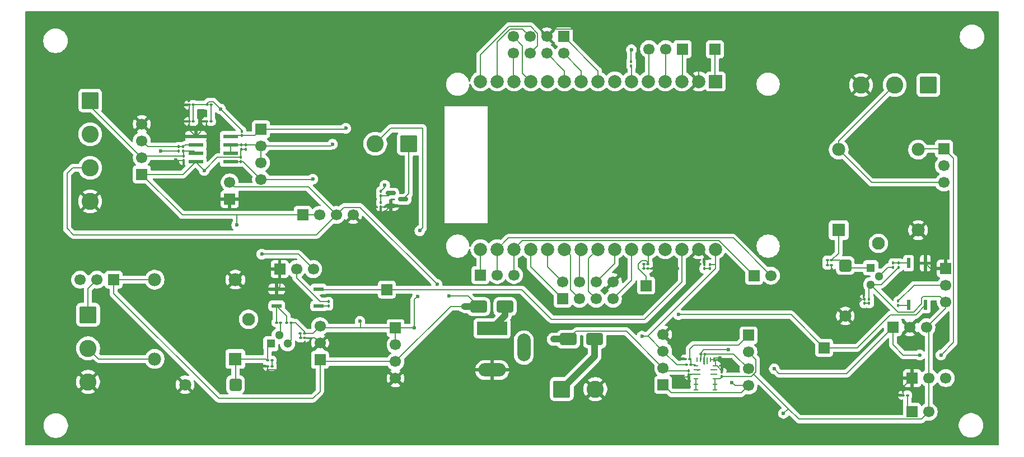
<source format=gtl>
%TF.GenerationSoftware,KiCad,Pcbnew,9.0.7-9.0.7~ubuntu24.04.1*%
%TF.CreationDate,2026-02-15T23:13:21-05:00*%
%TF.ProjectId,plantPartner_PCB1.0,706c616e-7450-4617-9274-6e65725f5043,rev?*%
%TF.SameCoordinates,Original*%
%TF.FileFunction,Copper,L1,Top*%
%TF.FilePolarity,Positive*%
%FSLAX46Y46*%
G04 Gerber Fmt 4.6, Leading zero omitted, Abs format (unit mm)*
G04 Created by KiCad (PCBNEW 9.0.7-9.0.7~ubuntu24.04.1) date 2026-02-15 23:13:21*
%MOMM*%
%LPD*%
G01*
G04 APERTURE LIST*
G04 Aperture macros list*
%AMRoundRect*
0 Rectangle with rounded corners*
0 $1 Rounding radius*
0 $2 $3 $4 $5 $6 $7 $8 $9 X,Y pos of 4 corners*
0 Add a 4 corners polygon primitive as box body*
4,1,4,$2,$3,$4,$5,$6,$7,$8,$9,$2,$3,0*
0 Add four circle primitives for the rounded corners*
1,1,$1+$1,$2,$3*
1,1,$1+$1,$4,$5*
1,1,$1+$1,$6,$7*
1,1,$1+$1,$8,$9*
0 Add four rect primitives between the rounded corners*
20,1,$1+$1,$2,$3,$4,$5,0*
20,1,$1+$1,$4,$5,$6,$7,0*
20,1,$1+$1,$6,$7,$8,$9,0*
20,1,$1+$1,$8,$9,$2,$3,0*%
G04 Aperture macros list end*
%TA.AperFunction,SMDPad,CuDef*%
%ADD10RoundRect,0.100000X0.100000X-0.130000X0.100000X0.130000X-0.100000X0.130000X-0.100000X-0.130000X0*%
%TD*%
%TA.AperFunction,ComponentPad*%
%ADD11R,1.700000X1.700000*%
%TD*%
%TA.AperFunction,ComponentPad*%
%ADD12C,1.700000*%
%TD*%
%TA.AperFunction,SMDPad,CuDef*%
%ADD13RoundRect,0.100000X-0.100000X0.130000X-0.100000X-0.130000X0.100000X-0.130000X0.100000X0.130000X0*%
%TD*%
%TA.AperFunction,SMDPad,CuDef*%
%ADD14RoundRect,0.100000X-0.130000X-0.100000X0.130000X-0.100000X0.130000X0.100000X-0.130000X0.100000X0*%
%TD*%
%TA.AperFunction,ComponentPad*%
%ADD15RoundRect,0.250000X1.050000X1.050000X-1.050000X1.050000X-1.050000X-1.050000X1.050000X-1.050000X0*%
%TD*%
%TA.AperFunction,ComponentPad*%
%ADD16C,2.600000*%
%TD*%
%TA.AperFunction,ComponentPad*%
%ADD17RoundRect,0.250000X-1.050000X1.050000X-1.050000X-1.050000X1.050000X-1.050000X1.050000X1.050000X0*%
%TD*%
%TA.AperFunction,SMDPad,CuDef*%
%ADD18RoundRect,0.250000X-1.000000X-0.650000X1.000000X-0.650000X1.000000X0.650000X-1.000000X0.650000X0*%
%TD*%
%TA.AperFunction,ComponentPad*%
%ADD19RoundRect,0.250000X0.650000X0.650000X-0.650000X0.650000X-0.650000X-0.650000X0.650000X-0.650000X0*%
%TD*%
%TA.AperFunction,ComponentPad*%
%ADD20C,1.800000*%
%TD*%
%TA.AperFunction,SMDPad,CuDef*%
%ADD21R,2.209800X0.609600*%
%TD*%
%TA.AperFunction,SMDPad,CuDef*%
%ADD22RoundRect,0.100000X0.130000X0.100000X-0.130000X0.100000X-0.130000X-0.100000X0.130000X-0.100000X0*%
%TD*%
%TA.AperFunction,ComponentPad*%
%ADD23R,1.980000X1.980000*%
%TD*%
%TA.AperFunction,ComponentPad*%
%ADD24C,1.980000*%
%TD*%
%TA.AperFunction,ComponentPad*%
%ADD25C,1.935000*%
%TD*%
%TA.AperFunction,SMDPad,CuDef*%
%ADD26R,0.600000X1.500000*%
%TD*%
%TA.AperFunction,SMDPad,CuDef*%
%ADD27RoundRect,0.150000X-0.587500X-0.150000X0.587500X-0.150000X0.587500X0.150000X-0.587500X0.150000X0*%
%TD*%
%TA.AperFunction,SMDPad,CuDef*%
%ADD28R,0.700000X0.250000*%
%TD*%
%TA.AperFunction,SMDPad,CuDef*%
%ADD29R,1.100000X0.250000*%
%TD*%
%TA.AperFunction,SMDPad,CuDef*%
%ADD30R,0.250000X0.700000*%
%TD*%
%TA.AperFunction,SMDPad,CuDef*%
%ADD31R,0.250000X1.100000*%
%TD*%
%TA.AperFunction,ComponentPad*%
%ADD32RoundRect,0.250000X-1.050000X-1.050000X1.050000X-1.050000X1.050000X1.050000X-1.050000X1.050000X0*%
%TD*%
%TA.AperFunction,ComponentPad*%
%ADD33R,2.000000X2.000000*%
%TD*%
%TA.AperFunction,ComponentPad*%
%ADD34C,2.000000*%
%TD*%
%TA.AperFunction,ComponentPad*%
%ADD35RoundRect,0.250000X-0.650000X0.650000X-0.650000X-0.650000X0.650000X-0.650000X0.650000X0.650000X0*%
%TD*%
%TA.AperFunction,ComponentPad*%
%ADD36R,1.300000X1.300000*%
%TD*%
%TA.AperFunction,ComponentPad*%
%ADD37C,1.300000*%
%TD*%
%TA.AperFunction,ComponentPad*%
%ADD38R,4.600000X2.000000*%
%TD*%
%TA.AperFunction,ComponentPad*%
%ADD39O,4.200000X2.000000*%
%TD*%
%TA.AperFunction,ComponentPad*%
%ADD40O,2.000000X4.200000*%
%TD*%
%TA.AperFunction,SMDPad,CuDef*%
%ADD41R,1.500000X0.600000*%
%TD*%
%TA.AperFunction,ViaPad*%
%ADD42C,0.600000*%
%TD*%
%TA.AperFunction,Conductor*%
%ADD43C,0.200000*%
%TD*%
%TA.AperFunction,Conductor*%
%ADD44C,1.000000*%
%TD*%
G04 APERTURE END LIST*
D10*
%TO.P,C1,1*%
%TO.N,+5V*%
X169090000Y-107560000D03*
%TO.P,C1,2*%
%TO.N,GND*%
X169090000Y-106920000D03*
%TD*%
%TO.P,R19,1*%
%TO.N,+5V*%
X195800000Y-91020000D03*
%TO.P,R19,2*%
%TO.N,Net-(R19-Pad2)*%
X195800000Y-90380000D03*
%TD*%
D11*
%TO.P,J20,1,Pin_1*%
%TO.N,/LAMP_PIN*%
X144995000Y-95800000D03*
D12*
%TO.P,J20,2,Pin_2*%
%TO.N,/ADC1_7*%
X144995000Y-93260000D03*
%TO.P,J20,3,Pin_3*%
%TO.N,/ADC1_4{slash}Touch9*%
X147535000Y-95800000D03*
%TO.P,J20,4,Pin_4*%
%TO.N,/ADC1_5{slash}Touch8*%
X147535000Y-93260000D03*
%TO.P,J20,5,Pin_5*%
%TO.N,/ADC2_8{slash}DAC1*%
X150075000Y-95800000D03*
%TO.P,J20,6,Pin_6*%
%TO.N,/ADC2_9{slash}DAC2*%
X150075000Y-93260000D03*
%TO.P,J20,7,Pin_7*%
%TO.N,/ADC2_7{slash}Touch7*%
X152615000Y-95800000D03*
%TO.P,J20,8,Pin_8*%
%TO.N,GND*%
X152615000Y-93260000D03*
%TD*%
D13*
%TO.P,D11,1,K*%
%TO.N,GND*%
X166400000Y-90600000D03*
%TO.P,D11,2,A*%
%TO.N,Net-(D11-A)*%
X166400000Y-91240000D03*
%TD*%
D14*
%TO.P,D3,1,K*%
%TO.N,GND*%
X100405000Y-106000000D03*
%TO.P,D3,2,A*%
%TO.N,Net-(D3-A)*%
X101045000Y-106000000D03*
%TD*%
D13*
%TO.P,R13,1*%
%TO.N,/H*%
X109605000Y-96235000D03*
%TO.P,R13,2*%
%TO.N,Net-(R13-Pad2)*%
X109605000Y-96875000D03*
%TD*%
D14*
%TO.P,R22,1*%
%TO.N,Net-(D10-A)*%
X157265000Y-90500000D03*
%TO.P,R22,2*%
%TO.N,/EXTERNAL LED*%
X157905000Y-90500000D03*
%TD*%
D13*
%TO.P,R27,1*%
%TO.N,/Gate*%
X117487500Y-81230000D03*
%TO.P,R27,2*%
%TO.N,GND*%
X117487500Y-81870000D03*
%TD*%
D15*
%TO.P,J30,1,Pin_1*%
%TO.N,/Drain*%
X121745000Y-72327500D03*
D16*
%TO.P,J30,2,Pin_2*%
%TO.N,+5V*%
X116665000Y-72327500D03*
%TD*%
D11*
%TO.P,J1,1,Pin_1*%
%TO.N,/EN*%
X160200000Y-108810000D03*
D12*
%TO.P,J1,2,Pin_2*%
%TO.N,+12V*%
X160200000Y-106270000D03*
%TO.P,J1,3,Pin_3*%
%TO.N,+5V*%
X160200000Y-103730000D03*
%TO.P,J1,4,Pin_4*%
%TO.N,GND*%
X160200000Y-101190000D03*
%TD*%
D13*
%TO.P,D5,1,K*%
%TO.N,GND*%
X190610000Y-95830000D03*
%TO.P,D5,2,A*%
%TO.N,Net-(D5-A)*%
X190610000Y-96470000D03*
%TD*%
D10*
%TO.P,R5,1*%
%TO.N,+5V*%
X97088800Y-73180000D03*
%TO.P,R5,2*%
%TO.N,/DE*%
X97088800Y-72540000D03*
%TD*%
D17*
%TO.P,J4,1,Pin_1*%
%TO.N,/B*%
X73550000Y-65800000D03*
D16*
%TO.P,J4,2,Pin_2*%
%TO.N,/A*%
X73550000Y-70880000D03*
%TO.P,J4,3,Pin_3*%
%TO.N,+12V*%
X73550000Y-75960000D03*
%TO.P,J4,4,Pin_4*%
%TO.N,GND*%
X73550000Y-81040000D03*
%TD*%
D10*
%TO.P,R6,1*%
%TO.N,+5V*%
X96388800Y-73185000D03*
%TO.P,R6,2*%
%TO.N,/DE*%
X96388800Y-72545000D03*
%TD*%
D11*
%TO.P,J16,1,Pin_1*%
%TO.N,/FB*%
X173100000Y-101330000D03*
D12*
%TO.P,J16,2,Pin_2*%
%TO.N,+5V*%
X173100000Y-103870000D03*
%TO.P,J16,3,Pin_3*%
%TO.N,+12V*%
X173100000Y-106410000D03*
%TO.P,J16,4,Pin_4*%
%TO.N,/EN*%
X173100000Y-108950000D03*
%TD*%
D13*
%TO.P,R25,1*%
%TO.N,/LAMP_PIN*%
X117500000Y-79530000D03*
%TO.P,R25,2*%
%TO.N,/Gate*%
X117500000Y-80170000D03*
%TD*%
D18*
%TO.P,D8,1,K*%
%TO.N,+12V*%
X132290000Y-96972500D03*
%TO.P,D8,2,A*%
%TO.N,/12V_JACK*%
X136290000Y-96972500D03*
%TD*%
D11*
%TO.P,J11,1,Pin_1*%
%TO.N,GND*%
X94655000Y-80725000D03*
D12*
%TO.P,J11,2,Pin_2*%
%TO.N,+12V*%
X94655000Y-78185000D03*
%TD*%
D10*
%TO.P,R11,1*%
%TO.N,/B*%
X87638800Y-73435000D03*
%TO.P,R11,2*%
%TO.N,/A*%
X87638800Y-72795000D03*
%TD*%
D18*
%TO.P,D9,1,K*%
%TO.N,+12V*%
X145855000Y-101922500D03*
%TO.P,D9,2,A*%
%TO.N,/12V_SCREW*%
X149855000Y-101922500D03*
%TD*%
D11*
%TO.P,J8,1,Pin_1*%
%TO.N,/VSPI_CS*%
X145145000Y-56100000D03*
D12*
%TO.P,J8,2,Pin_2*%
%TO.N,/SCK{slash}VSPI_CLK*%
X145145000Y-58640000D03*
%TO.P,J8,3,Pin_3*%
%TO.N,GND*%
X142605000Y-56100000D03*
%TO.P,J8,4,Pin_4*%
%TO.N,/MISO{slash}VSPI_MISO*%
X142605000Y-58640000D03*
%TO.P,J8,5,Pin_5*%
%TO.N,/SCL*%
X140065000Y-56100000D03*
%TO.P,J8,6,Pin_6*%
%TO.N,/MOSI*%
X140065000Y-58640000D03*
%TO.P,J8,7,Pin_7*%
%TO.N,/RX0*%
X137525000Y-56100000D03*
%TO.P,J8,8,Pin_8*%
%TO.N,/TX0*%
X137525000Y-58640000D03*
%TD*%
D11*
%TO.P,J27,1,Pin_1*%
%TO.N,/PWM_FERTIL_PIN*%
X118405000Y-94400000D03*
%TD*%
%TO.P,J22,1,Pin_1*%
%TO.N,+5V*%
X119726250Y-100230000D03*
D12*
%TO.P,J22,2,Pin_2*%
X119726250Y-102770000D03*
%TO.P,J22,3,Pin_3*%
%TO.N,+12V*%
X119726250Y-105310000D03*
%TO.P,J22,4,Pin_4*%
%TO.N,GND*%
X119726250Y-107850000D03*
%TD*%
D19*
%TO.P,D4,1,K*%
%TO.N,Net-(D4-K)*%
X95515000Y-108800000D03*
D20*
%TO.P,D4,2,A*%
%TO.N,GND*%
X87895000Y-108800000D03*
%TD*%
D11*
%TO.P,J29,1,Pin_1*%
%TO.N,/ADC_MOISTURE_SENSOR*%
X173960000Y-92300000D03*
D12*
%TO.P,J29,2,Pin_2*%
%TO.N,/ADC_LIGHT_SENSOR*%
X176500000Y-92300000D03*
%TD*%
D21*
%TO.P,U2,1,RO*%
%TO.N,/RO*%
X94755000Y-75020000D03*
%TO.P,U2,2,RE*%
%TO.N,/DE*%
X94755000Y-73750000D03*
%TO.P,U2,3,DE*%
X94755000Y-72480000D03*
%TO.P,U2,4,DI*%
%TO.N,/DI*%
X94755000Y-71210000D03*
%TO.P,U2,5,GND*%
%TO.N,GND*%
X89522600Y-71210000D03*
%TO.P,U2,6,A*%
%TO.N,/A*%
X89522600Y-72480000D03*
%TO.P,U2,7,B*%
%TO.N,/B*%
X89522600Y-73750000D03*
%TO.P,U2,8,VCC*%
%TO.N,+5V*%
X89522600Y-75020000D03*
%TD*%
D11*
%TO.P,J3,1,Pin_1*%
%TO.N,+5V*%
X81355000Y-76970000D03*
D12*
%TO.P,J3,2,Pin_2*%
%TO.N,/B*%
X81355000Y-74430000D03*
%TO.P,J3,3,Pin_3*%
%TO.N,/A*%
X81355000Y-71890000D03*
%TO.P,J3,4,Pin_4*%
%TO.N,GND*%
X81355000Y-69350000D03*
%TD*%
D14*
%TO.P,D1,1,K*%
%TO.N,GND*%
X91190000Y-68950000D03*
%TO.P,D1,2,A*%
%TO.N,Net-(D1-A)*%
X91830000Y-68950000D03*
%TD*%
D11*
%TO.P,J26,1,Pin_1*%
%TO.N,/PWM_WATER_PIN*%
X184550000Y-103210000D03*
%TD*%
D22*
%TO.P,R24,1*%
%TO.N,/ADC_LIGHT_SENSOR*%
X197120000Y-110400000D03*
%TO.P,R24,2*%
%TO.N,GND*%
X196480000Y-110400000D03*
%TD*%
D14*
%TO.P,R15,1*%
%TO.N,Net-(R14-Pad2)*%
X101730000Y-99400000D03*
%TO.P,R15,2*%
%TO.N,Net-(Q1-B)*%
X102370000Y-99400000D03*
%TD*%
D23*
%TO.P,K2,A1*%
%TO.N,Net-(D7-K)*%
X186750000Y-85410000D03*
D24*
%TO.P,K2,A2*%
%TO.N,GND*%
X198750000Y-85410000D03*
D25*
%TO.P,K2,COM*%
%TO.N,/COM*%
X192750000Y-87410000D03*
D24*
%TO.P,K2,NC*%
%TO.N,/NC*%
X186750000Y-73210000D03*
%TO.P,K2,NO*%
%TO.N,+12V*%
X198750000Y-73210000D03*
%TD*%
D13*
%TO.P,R7,1*%
%TO.N,+5V*%
X96488800Y-70450000D03*
%TO.P,R7,2*%
%TO.N,/DI*%
X96488800Y-71090000D03*
%TD*%
D11*
%TO.P,J2,1,Pin_1*%
%TO.N,/DI*%
X99388800Y-70115000D03*
D12*
%TO.P,J2,2,Pin_2*%
%TO.N,/DE*%
X99388800Y-72655000D03*
%TO.P,J2,3,Pin_3*%
X99388800Y-75195000D03*
%TO.P,J2,4,Pin_4*%
%TO.N,/RO*%
X99388800Y-77735000D03*
%TD*%
D10*
%TO.P,R23,1*%
%TO.N,Net-(U3-RX2)*%
X155370000Y-60525000D03*
%TO.P,R23,2*%
%TO.N,/RO*%
X155370000Y-59885000D03*
%TD*%
D22*
%TO.P,D2,1,K*%
%TO.N,GND*%
X105980000Y-101700000D03*
%TO.P,D2,2,A*%
%TO.N,Net-(D2-A)*%
X105340000Y-101700000D03*
%TD*%
D11*
%TO.P,J5,1,Pin_1*%
%TO.N,/ADC_LIGHT_SENSOR*%
X197825000Y-112900000D03*
D12*
%TO.P,J5,2,Pin_2*%
%TO.N,+5V*%
X200365000Y-112900000D03*
%TD*%
D22*
%TO.P,D6,1,K*%
%TO.N,GND*%
X185660000Y-90694999D03*
%TO.P,D6,2,A*%
%TO.N,Net-(D6-A)*%
X185020000Y-90694999D03*
%TD*%
D13*
%TO.P,R9,1*%
%TO.N,/B*%
X87688800Y-74195000D03*
%TO.P,R9,2*%
%TO.N,GND*%
X87688800Y-74835000D03*
%TD*%
D11*
%TO.P,J24,1,Pin_1*%
%TO.N,/ADC2_3{slash}Touch3*%
X163140000Y-58000000D03*
D12*
%TO.P,J24,2,Pin_2*%
%TO.N,/INTERNAL LED*%
X160600000Y-58000000D03*
%TO.P,J24,3,Pin_3*%
%TO.N,/ADC2_0{slash}Touch0*%
X158060000Y-58000000D03*
%TD*%
D26*
%TO.P,U4,1*%
%TO.N,Net-(R18-Pad2)*%
X197310000Y-96759999D03*
%TO.P,U4,2*%
%TO.N,/PWM_WATER_PIN*%
X199850000Y-96759999D03*
%TO.P,U4,3*%
%TO.N,GND*%
X199850000Y-90409999D03*
%TO.P,U4,4*%
%TO.N,Net-(R19-Pad2)*%
X197310000Y-90409999D03*
%TD*%
D11*
%TO.P,J9,1,Pin_1*%
%TO.N,GND*%
X202950000Y-91210000D03*
D12*
%TO.P,J9,2,Pin_2*%
%TO.N,/H*%
X202950000Y-93750000D03*
%TO.P,J9,3,Pin_3*%
%TO.N,+5V*%
X202950000Y-96290000D03*
%TD*%
D10*
%TO.P,R10,1*%
%TO.N,+5V*%
X86888800Y-73435000D03*
%TO.P,R10,2*%
%TO.N,/A*%
X86888800Y-72795000D03*
%TD*%
D22*
%TO.P,R3,1*%
%TO.N,/FB*%
X164210000Y-104900000D03*
%TO.P,R3,2*%
%TO.N,GND*%
X163570000Y-104900000D03*
%TD*%
D11*
%TO.P,J25,1,Pin_1*%
%TO.N,/ESP_EN*%
X132565000Y-92200000D03*
D12*
%TO.P,J25,2,Pin_2*%
%TO.N,/ADC_LIGHT_SENSOR*%
X135105000Y-92200000D03*
%TO.P,J25,3,Pin_3*%
%TO.N,/ADC_MOISTURE_SENSOR*%
X137645000Y-92200000D03*
%TD*%
D13*
%TO.P,R18,1*%
%TO.N,/H*%
X195750000Y-96135000D03*
%TO.P,R18,2*%
%TO.N,Net-(R18-Pad2)*%
X195750000Y-96775000D03*
%TD*%
D11*
%TO.P,J14,1,Pin_1*%
%TO.N,+12V*%
X108305000Y-105040000D03*
D12*
%TO.P,J14,2,Pin_2*%
%TO.N,GND*%
X108305000Y-102500000D03*
%TO.P,J14,3,Pin_3*%
%TO.N,+5V*%
X108305000Y-99960000D03*
%TD*%
D11*
%TO.P,J12,1,Pin_1*%
%TO.N,+12V*%
X194950000Y-100110000D03*
D12*
%TO.P,J12,2,Pin_2*%
%TO.N,GND*%
X197490000Y-100110000D03*
%TO.P,J12,3,Pin_3*%
%TO.N,+5V*%
X200030000Y-100110000D03*
%TD*%
D11*
%TO.P,J17,1,Pin_1*%
%TO.N,GND*%
X197860000Y-107800000D03*
D12*
%TO.P,J17,2,Pin_2*%
%TO.N,+5V*%
X200400000Y-107800000D03*
%TO.P,J17,3,Pin_3*%
%TO.N,/ADC_MOISTURE_SENSOR*%
X202940000Y-107800000D03*
%TD*%
D11*
%TO.P,J21,1,Pin_1*%
%TO.N,+5V*%
X105695000Y-83100000D03*
D12*
%TO.P,J21,2,Pin_2*%
X108235000Y-83100000D03*
%TO.P,J21,3,Pin_3*%
%TO.N,+12V*%
X110775000Y-83100000D03*
%TO.P,J21,4,Pin_4*%
%TO.N,GND*%
X113315000Y-83100000D03*
%TD*%
D17*
%TO.P,J6,1,Pin_1*%
%TO.N,/COM*%
X73232500Y-98215000D03*
D16*
%TO.P,J6,2,Pin_2*%
%TO.N,/NC*%
X73232500Y-103295000D03*
%TO.P,J6,3,Pin_3*%
%TO.N,GND*%
X73232500Y-108375000D03*
%TD*%
D27*
%TO.P,Q4,1,G*%
%TO.N,/Gate*%
X119012500Y-79800000D03*
%TO.P,Q4,2,S*%
%TO.N,GND*%
X119012500Y-81700000D03*
%TO.P,Q4,3,D*%
%TO.N,/Drain*%
X120887500Y-80750000D03*
%TD*%
D22*
%TO.P,C4,1*%
%TO.N,+5V*%
X89140000Y-66450000D03*
%TO.P,C4,2*%
%TO.N,GND*%
X88500000Y-66450000D03*
%TD*%
D11*
%TO.P,J7,1,Pin_1*%
%TO.N,GND*%
X102205000Y-91300000D03*
D12*
%TO.P,J7,2,Pin_2*%
%TO.N,/H*%
X104745000Y-91300000D03*
%TO.P,J7,3,Pin_3*%
%TO.N,+5V*%
X107285000Y-91300000D03*
%TD*%
D13*
%TO.P,R4,1*%
%TO.N,+5V*%
X96288800Y-74395000D03*
%TO.P,R4,2*%
%TO.N,/RO*%
X96288800Y-75035000D03*
%TD*%
D28*
%TO.P,IC1,1,FB*%
%TO.N,/FB*%
X165150000Y-105920000D03*
D29*
%TO.P,IC1,2,VCC*%
%TO.N,unconnected-(IC1-VCC-Pad2)*%
X165350000Y-106570000D03*
%TO.P,IC1,3,AGND*%
%TO.N,GND*%
X165350000Y-107220000D03*
D28*
%TO.P,IC1,4,SW*%
%TO.N,/SW*%
X165150000Y-107870000D03*
%TO.P,IC1,5,SW*%
X165150000Y-108720000D03*
%TO.P,IC1,6,SW*%
X165150000Y-109570000D03*
%TO.P,IC1,7,OUT*%
%TO.N,+5V*%
X168050000Y-109570000D03*
%TO.P,IC1,8,OUT*%
X168050000Y-108720000D03*
%TO.P,IC1,9,OUT*%
X168050000Y-107870000D03*
D29*
%TO.P,IC1,10*%
%TO.N,N/C*%
X167850000Y-107220000D03*
%TO.P,IC1,11,BST*%
%TO.N,unconnected-(IC1-BST-Pad11)*%
X167850000Y-106570000D03*
D28*
%TO.P,IC1,12,PGND*%
%TO.N,GND*%
X168050000Y-105920000D03*
D30*
%TO.P,IC1,13,PGND*%
X167850000Y-105020000D03*
%TO.P,IC1,14,PGND*%
X167350000Y-105020000D03*
D31*
%TO.P,IC1,15*%
%TO.N,N/C*%
X166850000Y-105220000D03*
%TO.P,IC1,16,IN*%
%TO.N,+12V*%
X166350000Y-105220000D03*
D30*
%TO.P,IC1,17,EN*%
%TO.N,/EN*%
X165850000Y-105020000D03*
%TO.P,IC1,18,AAM*%
%TO.N,unconnected-(IC1-AAM-Pad18)*%
X165350000Y-105020000D03*
%TD*%
D32*
%TO.P,J18,1,Pin_1*%
%TO.N,/12V_SCREW*%
X144855000Y-109472500D03*
D16*
%TO.P,J18,2,Pin_2*%
%TO.N,GND*%
X149935000Y-109472500D03*
%TD*%
D11*
%TO.P,J28,1,Pin_1*%
%TO.N,/ESP_3.3V*%
X168050000Y-58050000D03*
%TD*%
D22*
%TO.P,R1,1*%
%TO.N,+12V*%
X166520000Y-104170000D03*
%TO.P,R1,2*%
%TO.N,/EN*%
X165880000Y-104170000D03*
%TD*%
D33*
%TO.P,U3,1,3V3*%
%TO.N,/ESP_3.3V*%
X168120000Y-62900000D03*
D34*
%TO.P,U3,2,GND*%
%TO.N,GND*%
X165580000Y-62900000D03*
%TO.P,U3,3,D15*%
%TO.N,/ADC2_3{slash}Touch3*%
X163040000Y-62900000D03*
%TO.P,U3,4,D2*%
%TO.N,/INTERNAL LED*%
X160500000Y-62900000D03*
%TO.P,U3,5,D4*%
%TO.N,/ADC2_0{slash}Touch0*%
X157960000Y-62900000D03*
%TO.P,U3,6,RX2*%
%TO.N,Net-(U3-RX2)*%
X155420000Y-62900000D03*
%TO.P,U3,7,TX2*%
%TO.N,/DI*%
X152880000Y-62900000D03*
%TO.P,U3,8,D5*%
%TO.N,/VSPI_CS*%
X150340000Y-62900000D03*
%TO.P,U3,9,D18*%
%TO.N,/SCK{slash}VSPI_CLK*%
X147800000Y-62900000D03*
%TO.P,U3,10,D19*%
%TO.N,/MISO{slash}VSPI_MISO*%
X145260000Y-62900000D03*
%TO.P,U3,11,D21*%
%TO.N,/DE*%
X142720000Y-62900000D03*
%TO.P,U3,12,RX0*%
%TO.N,/RX0*%
X140180000Y-62900000D03*
%TO.P,U3,13,TX0*%
%TO.N,/TX0*%
X137640000Y-62900000D03*
%TO.P,U3,14,D22*%
%TO.N,/SCL*%
X135100000Y-62900000D03*
%TO.P,U3,15,D23*%
%TO.N,/MOSI*%
X132560000Y-62900000D03*
%TO.P,U3,16,EN*%
%TO.N,/ESP_EN*%
X132560000Y-88300000D03*
%TO.P,U3,17,VP*%
%TO.N,/ADC_LIGHT_SENSOR*%
X135100000Y-88300000D03*
%TO.P,U3,18,VN*%
%TO.N,/ADC_MOISTURE_SENSOR*%
X137640000Y-88300000D03*
%TO.P,U3,19,D34*%
%TO.N,/LAMP_PIN*%
X140180000Y-88300000D03*
%TO.P,U3,20,D35*%
%TO.N,/ADC1_7*%
X142720000Y-88300000D03*
%TO.P,U3,21,D32*%
%TO.N,/ADC1_4{slash}Touch9*%
X145260000Y-88300000D03*
%TO.P,U3,22,D33*%
%TO.N,/ADC1_5{slash}Touch8*%
X147800000Y-88300000D03*
%TO.P,U3,23,D25*%
%TO.N,/ADC2_8{slash}DAC1*%
X150340000Y-88300000D03*
%TO.P,U3,24,D26*%
%TO.N,/ADC2_9{slash}DAC2*%
X152880000Y-88300000D03*
%TO.P,U3,25,D27*%
%TO.N,/ADC2_7{slash}Touch7*%
X155420000Y-88300000D03*
%TO.P,U3,26,D14*%
%TO.N,/EXTERNAL LED*%
X157960000Y-88300000D03*
%TO.P,U3,27,D12*%
%TO.N,/PWM_WATER_PIN*%
X160500000Y-88300000D03*
%TO.P,U3,28,D13*%
%TO.N,/PWM_FERTIL_PIN*%
X163040000Y-88300000D03*
%TO.P,U3,29,GND*%
%TO.N,GND*%
X165580000Y-88300000D03*
%TO.P,U3,30,VIN*%
%TO.N,+5V*%
X168120000Y-88300000D03*
%TD*%
D14*
%TO.P,R16,1*%
%TO.N,Net-(D4-K)*%
X100380000Y-105130000D03*
%TO.P,R16,2*%
%TO.N,Net-(D3-A)*%
X101020000Y-105130000D03*
%TD*%
D35*
%TO.P,D7,1,K*%
%TO.N,Net-(D7-K)*%
X187750000Y-90784999D03*
D20*
%TO.P,D7,2,A*%
%TO.N,GND*%
X187750000Y-98404999D03*
%TD*%
D13*
%TO.P,R17,1*%
%TO.N,+5V*%
X191350000Y-95835000D03*
%TO.P,R17,2*%
%TO.N,Net-(D5-A)*%
X191350000Y-96475000D03*
%TD*%
D23*
%TO.P,K1,A1*%
%TO.N,Net-(D4-K)*%
X95505000Y-104900000D03*
D24*
%TO.P,K1,A2*%
%TO.N,GND*%
X95505000Y-92900000D03*
D25*
%TO.P,K1,COM*%
%TO.N,/COM*%
X97505000Y-98900000D03*
D24*
%TO.P,K1,NC*%
%TO.N,/NC*%
X83305000Y-104900000D03*
%TO.P,K1,NO*%
%TO.N,+12V*%
X83305000Y-92900000D03*
%TD*%
D11*
%TO.P,J15,1,Pin_1*%
%TO.N,+12V*%
X77105000Y-92900000D03*
D12*
%TO.P,J15,2,Pin_2*%
%TO.N,/COM*%
X74565000Y-92900000D03*
%TO.P,J15,3,Pin_3*%
%TO.N,/NC*%
X72025000Y-92900000D03*
%TD*%
D22*
%TO.P,D10,1,K*%
%TO.N,GND*%
X157900000Y-91200000D03*
%TO.P,D10,2,A*%
%TO.N,Net-(D10-A)*%
X157260000Y-91200000D03*
%TD*%
D11*
%TO.P,J13,1,Pin_1*%
%TO.N,+12V*%
X202650000Y-73110000D03*
D12*
%TO.P,J13,2,Pin_2*%
%TO.N,/COM*%
X202650000Y-75650000D03*
%TO.P,J13,3,Pin_3*%
%TO.N,/NC*%
X202650000Y-78190000D03*
%TD*%
D36*
%TO.P,Q1,1,C*%
%TO.N,Net-(D4-K)*%
X100865000Y-102600000D03*
D37*
%TO.P,Q1,2,B*%
%TO.N,Net-(Q1-B)*%
X102135000Y-101330000D03*
%TO.P,Q1,3,E*%
%TO.N,+5V*%
X103405000Y-102600000D03*
%TD*%
D13*
%TO.P,R20,1*%
%TO.N,Net-(R19-Pad2)*%
X194960000Y-90380000D03*
%TO.P,R20,2*%
%TO.N,Net-(Q2-B)*%
X194960000Y-91020000D03*
%TD*%
%TO.P,R26,1*%
%TO.N,+5V*%
X167300000Y-90600000D03*
%TO.P,R26,2*%
%TO.N,Net-(D11-A)*%
X167300000Y-91240000D03*
%TD*%
D11*
%TO.P,J23,1,Pin_1*%
%TO.N,/EXTERNAL LED*%
X157605000Y-93800000D03*
%TD*%
D22*
%TO.P,R21,1*%
%TO.N,Net-(D7-K)*%
X185655000Y-89984999D03*
%TO.P,R21,2*%
%TO.N,Net-(D6-A)*%
X185015000Y-89984999D03*
%TD*%
D15*
%TO.P,J10,1,Pin_1*%
%TO.N,/COM*%
X200300000Y-63450000D03*
D16*
%TO.P,J10,2,Pin_2*%
%TO.N,/NC*%
X195220000Y-63450000D03*
%TO.P,J10,3,Pin_3*%
%TO.N,GND*%
X190140000Y-63450000D03*
%TD*%
D14*
%TO.P,R8,1*%
%TO.N,+5V*%
X91210000Y-66450000D03*
%TO.P,R8,2*%
%TO.N,Net-(D1-A)*%
X91850000Y-66450000D03*
%TD*%
D38*
%TO.P,J19,1*%
%TO.N,/12V_JACK*%
X134340000Y-100272500D03*
D39*
%TO.P,J19,2*%
%TO.N,GND*%
X134340000Y-106572500D03*
D40*
%TO.P,J19,3*%
%TO.N,N/C*%
X139140000Y-103172500D03*
%TD*%
D14*
%TO.P,R2,1*%
%TO.N,+5V*%
X163725000Y-105820000D03*
%TO.P,R2,2*%
%TO.N,/FB*%
X164365000Y-105820000D03*
%TD*%
D22*
%TO.P,R14,1*%
%TO.N,+5V*%
X103925000Y-99400000D03*
%TO.P,R14,2*%
%TO.N,Net-(R14-Pad2)*%
X103285000Y-99400000D03*
%TD*%
D41*
%TO.P,U1,1*%
%TO.N,Net-(R13-Pad2)*%
X108108000Y-96870000D03*
%TO.P,U1,2*%
%TO.N,/PWM_FERTIL_PIN*%
X108108000Y-94330000D03*
%TO.P,U1,3*%
%TO.N,GND*%
X101758000Y-94330000D03*
%TO.P,U1,4*%
%TO.N,Net-(R14-Pad2)*%
X101758000Y-96870000D03*
%TD*%
D22*
%TO.P,R12,1*%
%TO.N,+5V*%
X105975000Y-101000000D03*
%TO.P,R12,2*%
%TO.N,Net-(D2-A)*%
X105335000Y-101000000D03*
%TD*%
D36*
%TO.P,Q2,1,C*%
%TO.N,Net-(D7-K)*%
X191580000Y-91114999D03*
D37*
%TO.P,Q2,2,B*%
%TO.N,Net-(Q2-B)*%
X192850000Y-92384999D03*
%TO.P,Q2,3,E*%
%TO.N,+5V*%
X191580000Y-93654999D03*
%TD*%
D13*
%TO.P,C2,1*%
%TO.N,+12V*%
X164090000Y-106670000D03*
%TO.P,C2,2*%
%TO.N,GND*%
X164090000Y-107310000D03*
%TD*%
D22*
%TO.P,C3,1*%
%TO.N,+5V*%
X89140000Y-68950000D03*
%TO.P,C3,2*%
%TO.N,GND*%
X88500000Y-68950000D03*
%TD*%
D42*
%TO.N,+5V*%
X178400000Y-113150000D03*
X95700000Y-84650000D03*
X99500000Y-89050000D03*
X90800000Y-76400000D03*
X93235793Y-67064207D03*
X84250000Y-73450000D03*
X123050000Y-95450000D03*
X123400000Y-85500000D03*
X157000000Y-101450000D03*
X122600000Y-100200000D03*
X114350000Y-99200000D03*
%TO.N,GND*%
X117400000Y-82750000D03*
X86500000Y-74800000D03*
X162700000Y-107600000D03*
X168800000Y-104800000D03*
X162400000Y-91200000D03*
%TO.N,/EN*%
X170600000Y-108500000D03*
X170100000Y-103500000D03*
%TO.N,/DI*%
X112205000Y-70000000D03*
%TO.N,/RO*%
X155405000Y-58100000D03*
X107205000Y-77700000D03*
%TO.N,/DE*%
X110205000Y-72400000D03*
%TO.N,+12V*%
X202200000Y-104300000D03*
X127800000Y-95400000D03*
X143600000Y-101900000D03*
X199000000Y-104300000D03*
X126000000Y-93600000D03*
X177000000Y-106400000D03*
X129900000Y-97000000D03*
%TO.N,/PWM_WATER_PIN*%
X162500000Y-98200000D03*
%TO.N,/LAMP_PIN*%
X118100000Y-78600000D03*
%TD*%
D43*
%TO.N,+5V*%
X173904738Y-107204738D02*
X179150000Y-112450000D01*
X179100000Y-112450000D02*
X179150000Y-112450000D01*
X178400000Y-113150000D02*
X179100000Y-112450000D01*
X191580000Y-93654999D02*
X195716000Y-97790999D01*
X199269000Y-95728999D02*
X199557999Y-95440000D01*
X195716000Y-97790999D02*
X198059001Y-97790999D01*
X198059001Y-97790999D02*
X199269000Y-96581000D01*
X199269000Y-96581000D02*
X199269000Y-95728999D01*
X199557999Y-95440000D02*
X202100000Y-95440000D01*
X202100000Y-95440000D02*
X202950000Y-96290000D01*
X173904738Y-107204738D02*
X173549476Y-107560000D01*
X179150000Y-112450000D02*
X180731000Y-114031000D01*
X180731000Y-114031000D02*
X199234000Y-114031000D01*
X199234000Y-114031000D02*
X200365000Y-112900000D01*
X168120000Y-90600000D02*
X168120000Y-91191586D01*
X168120000Y-90600000D02*
X167300000Y-90600000D01*
X168120000Y-88300000D02*
X168120000Y-90600000D01*
X168120000Y-91191586D02*
X167781000Y-91530586D01*
X157000000Y-101450000D02*
X157861586Y-101450000D01*
X157861586Y-101450000D02*
X167781000Y-91530586D01*
X95700000Y-83100000D02*
X105695000Y-83100000D01*
X107285000Y-91300000D02*
X105035000Y-89050000D01*
X95700000Y-84650000D02*
X95700000Y-83100000D01*
X105035000Y-89050000D02*
X99500000Y-89050000D01*
X108235000Y-83100000D02*
X105695000Y-83100000D01*
X81355000Y-76970000D02*
X87485000Y-83100000D01*
X87485000Y-83100000D02*
X95700000Y-83100000D01*
X96288800Y-74395000D02*
X92805000Y-74395000D01*
X92805000Y-74395000D02*
X90800000Y-76400000D01*
X96388800Y-73185000D02*
X97083800Y-73185000D01*
X97083800Y-73185000D02*
X97088800Y-73180000D01*
X96288800Y-74395000D02*
X96288800Y-73285000D01*
X96288800Y-73285000D02*
X96388800Y-73185000D01*
X89522600Y-75122600D02*
X90800000Y-76400000D01*
X89522600Y-75020000D02*
X89522600Y-75122600D01*
X96488800Y-70317214D02*
X93235793Y-67064207D01*
X81355000Y-76970000D02*
X87572600Y-76970000D01*
X87572600Y-76970000D02*
X89522600Y-75020000D01*
X84265000Y-73435000D02*
X84250000Y-73450000D01*
X86888800Y-73435000D02*
X84265000Y-73435000D01*
X89140000Y-66450000D02*
X89140000Y-68950000D01*
X91210000Y-66450000D02*
X89140000Y-66450000D01*
X96488800Y-70450000D02*
X96488800Y-70317214D01*
X93235793Y-67064207D02*
X92140586Y-65969000D01*
X92140586Y-65969000D02*
X91491001Y-65969000D01*
X91491001Y-65969000D02*
X91210000Y-66250001D01*
X91210000Y-66250001D02*
X91210000Y-66450000D01*
X123400000Y-85500000D02*
X123850000Y-85050000D01*
X123850000Y-70000000D02*
X118992500Y-70000000D01*
X123850000Y-85050000D02*
X123850000Y-70000000D01*
X122600000Y-95900000D02*
X123050000Y-95450000D01*
X122600000Y-100200000D02*
X122600000Y-95900000D01*
X118992500Y-70000000D02*
X116665000Y-72327500D01*
X122570000Y-100230000D02*
X122600000Y-100200000D01*
X119726250Y-100230000D02*
X122570000Y-100230000D01*
X157920000Y-101450000D02*
X160200000Y-103730000D01*
X157000000Y-101450000D02*
X157920000Y-101450000D01*
X114400000Y-99250000D02*
X114350000Y-99200000D01*
X119726250Y-100230000D02*
X114400000Y-100230000D01*
X114400000Y-100230000D02*
X114400000Y-99250000D01*
X103925000Y-99400000D02*
X103925000Y-102080000D01*
X103925000Y-102080000D02*
X103405000Y-102600000D01*
X105975000Y-101000000D02*
X105975000Y-100800001D01*
X105975000Y-100800001D02*
X104574999Y-99400000D01*
X104574999Y-99400000D02*
X103925000Y-99400000D01*
X108305000Y-99960000D02*
X107265000Y-101000000D01*
X107265000Y-101000000D02*
X105975000Y-101000000D01*
X114400000Y-100230000D02*
X108575000Y-100230000D01*
X108575000Y-100230000D02*
X108305000Y-99960000D01*
X119726250Y-100230000D02*
X119726250Y-102770000D01*
X191580000Y-93654999D02*
X193165001Y-93654999D01*
X193165001Y-93654999D02*
X195800000Y-91020000D01*
X191350000Y-95835000D02*
X191350000Y-93884999D01*
X191350000Y-93884999D02*
X191580000Y-93654999D01*
X200030000Y-100110000D02*
X202950000Y-97190000D01*
X202950000Y-97190000D02*
X202950000Y-96290000D01*
X200400000Y-107800000D02*
X200400000Y-100480000D01*
X200400000Y-100480000D02*
X200030000Y-100110000D01*
X200365000Y-112900000D02*
X200365000Y-107835000D01*
X200365000Y-107835000D02*
X200400000Y-107800000D01*
X168050000Y-107870000D02*
X168050000Y-108720000D01*
X168050000Y-109570000D02*
X168050000Y-108720000D01*
X168780000Y-107870000D02*
X168700000Y-107870000D01*
X169090000Y-107560000D02*
X168780000Y-107870000D01*
X168700000Y-107870000D02*
X168050000Y-107870000D01*
X173100000Y-103870000D02*
X174231000Y-105001000D01*
X174231000Y-105001000D02*
X174231000Y-106878476D01*
X174231000Y-106878476D02*
X173904738Y-107204738D01*
X173549476Y-107560000D02*
X169090000Y-107560000D01*
X160200000Y-103730000D02*
X162290000Y-105820000D01*
X162290000Y-105820000D02*
X163725000Y-105820000D01*
D44*
%TO.N,+12V*%
X130227500Y-96972500D02*
X132290000Y-96972500D01*
D43*
X130227500Y-96972500D02*
X130200000Y-97000000D01*
X130200000Y-97000000D02*
X129900000Y-97000000D01*
D44*
%TO.N,/12V_JACK*%
X136290000Y-96972500D02*
X136290000Y-98322500D01*
X136290000Y-98322500D02*
X134340000Y-100272500D01*
D43*
%TO.N,/SW*%
X165150000Y-109570000D02*
X165150000Y-108720000D01*
X165150000Y-107870000D02*
X165150000Y-108720000D01*
%TO.N,/ESP_3.3V*%
X168120000Y-62900000D02*
X168120000Y-62105000D01*
X168120000Y-62105000D02*
X168050000Y-62035000D01*
%TO.N,Net-(D1-A)*%
X91830000Y-68950000D02*
X91830000Y-66470000D01*
X91830000Y-66470000D02*
X91850000Y-66450000D01*
%TO.N,GND*%
X91190000Y-68950000D02*
X91190000Y-69542600D01*
X91190000Y-69542600D02*
X89522600Y-71210000D01*
X88500000Y-68950000D02*
X88500000Y-66450000D01*
X88500000Y-68950000D02*
X88500000Y-70187400D01*
X88500000Y-70187400D02*
X89522600Y-71210000D01*
X163500000Y-104830000D02*
X163570000Y-104900000D01*
X169090000Y-106690001D02*
X168339999Y-105940000D01*
X162700000Y-107600000D02*
X163800000Y-107600000D01*
X165390000Y-107240000D02*
X164160000Y-107240000D01*
X164090000Y-107310000D02*
X164090000Y-107490000D01*
X118842500Y-81870000D02*
X119012500Y-81700000D01*
X196480000Y-109180000D02*
X196480000Y-110400000D01*
X86535000Y-74835000D02*
X87688800Y-74835000D01*
X102205000Y-91300000D02*
X102205000Y-93883000D01*
X168090000Y-105940000D02*
X168090000Y-105240000D01*
X169090000Y-106920000D02*
X169090000Y-106690001D01*
X167890000Y-105040000D02*
X167390000Y-105040000D01*
X168090000Y-105240000D02*
X167890000Y-105040000D01*
X117487500Y-81870000D02*
X118842500Y-81870000D01*
X168800000Y-104800000D02*
X168070000Y-104800000D01*
X199850000Y-90409999D02*
X199850000Y-86510000D01*
X164160000Y-107240000D02*
X164090000Y-107310000D01*
X96935000Y-94330000D02*
X101758000Y-94330000D01*
X107505000Y-101700000D02*
X108305000Y-102500000D01*
X143756000Y-54949000D02*
X142605000Y-56100000D01*
X117400000Y-82750000D02*
X117962500Y-82750000D01*
X165580000Y-62900000D02*
X165580000Y-56380000D01*
X168339999Y-105940000D02*
X168090000Y-105940000D01*
X117400000Y-82750000D02*
X117400000Y-81957500D01*
X200650001Y-91210000D02*
X199850000Y-90409999D01*
X162700000Y-103690000D02*
X162700000Y-104900000D01*
X163800000Y-107600000D02*
X164090000Y-107310000D01*
X150385000Y-109022500D02*
X149935000Y-109472500D01*
X86500000Y-74800000D02*
X86535000Y-74835000D01*
X81355000Y-69350000D02*
X83215000Y-71210000D01*
X160200000Y-101190000D02*
X162700000Y-103690000D01*
X95505000Y-92900000D02*
X96935000Y-94330000D01*
X105980000Y-101700000D02*
X107505000Y-101700000D01*
X168070000Y-104800000D02*
X167850000Y-105020000D01*
X199850000Y-86510000D02*
X198750000Y-85410000D01*
X108305000Y-102500000D02*
X104304000Y-106501000D01*
X100406000Y-106501000D02*
X100405000Y-106500000D01*
X190324999Y-95830000D02*
X187750000Y-98404999D01*
X87470000Y-108375000D02*
X87895000Y-108800000D01*
X117400000Y-81957500D02*
X117487500Y-81870000D01*
X185660000Y-96314999D02*
X187750000Y-98404999D01*
X83215000Y-71210000D02*
X89522600Y-71210000D01*
X190610000Y-95830000D02*
X190324999Y-95830000D01*
X166400000Y-89120000D02*
X165580000Y-88300000D01*
X197860000Y-107800000D02*
X196480000Y-109180000D01*
X162700000Y-104900000D02*
X163570000Y-104900000D01*
X104304000Y-106501000D02*
X100406000Y-106501000D01*
X166400000Y-90600000D02*
X166400000Y-89120000D01*
X89340001Y-71210000D02*
X89522600Y-71210000D01*
X102205000Y-93883000D02*
X101758000Y-94330000D01*
X164149000Y-54949000D02*
X143756000Y-54949000D01*
X100405000Y-106500000D02*
X100405000Y-106000000D01*
X202950000Y-91210000D02*
X200650001Y-91210000D01*
X164090000Y-107310000D02*
X164362800Y-107310000D01*
X165580000Y-56380000D02*
X164149000Y-54949000D01*
X117962500Y-82750000D02*
X119012500Y-81700000D01*
X185660000Y-90694999D02*
X185660000Y-96314999D01*
X157900000Y-91200000D02*
X162400000Y-91200000D01*
%TO.N,Net-(D2-A)*%
X105340000Y-101005000D02*
X105335000Y-101000000D01*
X105340000Y-101700000D02*
X105340000Y-101005000D01*
X105335000Y-101705000D02*
X105340000Y-101700000D01*
%TO.N,Net-(D10-A)*%
X157260000Y-90505000D02*
X157265000Y-90500000D01*
X157260000Y-91200000D02*
X157260000Y-90505000D01*
%TO.N,Net-(D3-A)*%
X101020000Y-105130000D02*
X101020000Y-105975000D01*
X101020000Y-105975000D02*
X101045000Y-106000000D01*
%TO.N,Net-(D4-K)*%
X100865000Y-102600000D02*
X100380000Y-103085000D01*
X95515000Y-104910000D02*
X95505000Y-104900000D01*
X100380000Y-103085000D02*
X100380000Y-105130000D01*
X100150000Y-104900000D02*
X100380000Y-105130000D01*
X95505000Y-104900000D02*
X100150000Y-104900000D01*
X95515000Y-108800000D02*
X95515000Y-104910000D01*
%TO.N,Net-(D5-A)*%
X190615000Y-96475000D02*
X190610000Y-96470000D01*
X191350000Y-96475000D02*
X190615000Y-96475000D01*
%TO.N,Net-(D6-A)*%
X185020000Y-90694999D02*
X185020000Y-89989999D01*
X185020000Y-89989999D02*
X185015000Y-89984999D01*
%TO.N,Net-(D7-K)*%
X186950000Y-89984999D02*
X187750000Y-90784999D01*
X188080000Y-90454999D02*
X187750000Y-90784999D01*
X186750000Y-85410000D02*
X186750000Y-88889999D01*
X186750000Y-88889999D02*
X185655000Y-89984999D01*
X188080000Y-91114999D02*
X187750000Y-90784999D01*
X185655000Y-89984999D02*
X186950000Y-89984999D01*
X191580000Y-91114999D02*
X188080000Y-91114999D01*
%TO.N,Net-(R13-Pad2)*%
X108138000Y-96900000D02*
X108108000Y-96870000D01*
X109600000Y-96870000D02*
X109605000Y-96875000D01*
X108108000Y-96870000D02*
X109600000Y-96870000D01*
%TO.N,Net-(R14-Pad2)*%
X101730000Y-99400000D02*
X101730000Y-96898000D01*
X101775000Y-99355000D02*
X101730000Y-99400000D01*
X103285000Y-98397000D02*
X101758000Y-96870000D01*
X101730000Y-96898000D02*
X101758000Y-96870000D01*
X103285000Y-99400000D02*
X103285000Y-98397000D01*
%TO.N,Net-(R18-Pad2)*%
X195750000Y-96775000D02*
X197294999Y-96775000D01*
X197294999Y-96775000D02*
X197310000Y-96759999D01*
X197260000Y-96809999D02*
X197310000Y-96759999D01*
%TO.N,Net-(R19-Pad2)*%
X197270000Y-90449999D02*
X197310000Y-90409999D01*
X197280001Y-90380000D02*
X197310000Y-90409999D01*
X194960000Y-90380000D02*
X195800000Y-90380000D01*
X194960000Y-90380000D02*
X197280001Y-90380000D01*
%TO.N,/EN*%
X170100000Y-103500000D02*
X166350001Y-103500000D01*
X165890000Y-104180000D02*
X165880000Y-104170000D01*
X161437200Y-110047200D02*
X160200000Y-108810000D01*
X173100000Y-108950000D02*
X171050000Y-108950000D01*
X172002800Y-110047200D02*
X161437200Y-110047200D01*
X173100000Y-108950000D02*
X172002800Y-110047200D01*
X166350001Y-103500000D02*
X165880000Y-103970001D01*
X165880000Y-103970001D02*
X165880000Y-104170000D01*
X171050000Y-108950000D02*
X170600000Y-108500000D01*
X165890000Y-105040000D02*
X165890000Y-104180000D01*
%TO.N,/FB*%
X164800000Y-102800000D02*
X164210000Y-103390000D01*
X164210000Y-103390000D02*
X164210000Y-104900000D01*
X164365000Y-105820000D02*
X165070000Y-105820000D01*
X164365000Y-105820000D02*
X164365000Y-105055000D01*
X173100000Y-101330000D02*
X171630000Y-102800000D01*
X164365000Y-105055000D02*
X164210000Y-104900000D01*
X171630000Y-102800000D02*
X164800000Y-102800000D01*
X165070000Y-105820000D02*
X165190000Y-105940000D01*
%TO.N,/DI*%
X96488800Y-71090000D02*
X94875000Y-71090000D01*
X99388800Y-70115000D02*
X98413800Y-71090000D01*
X98413800Y-71090000D02*
X96488800Y-71090000D01*
X112205000Y-70000000D02*
X112090000Y-70115000D01*
X112090000Y-70115000D02*
X99388800Y-70115000D01*
X94875000Y-71090000D02*
X94755000Y-71210000D01*
%TO.N,/RO*%
X107070000Y-77735000D02*
X99388800Y-77735000D01*
X107105000Y-77700000D02*
X107070000Y-77735000D01*
X155370000Y-58135000D02*
X155405000Y-58100000D01*
X99388800Y-77735000D02*
X96688800Y-75035000D01*
X96688800Y-75035000D02*
X96288800Y-75035000D01*
X96288800Y-75035000D02*
X94770000Y-75035000D01*
X94770000Y-75035000D02*
X94755000Y-75020000D01*
X107205000Y-77700000D02*
X107105000Y-77700000D01*
X155370000Y-59885000D02*
X155370000Y-58135000D01*
%TO.N,/DE*%
X109950000Y-72655000D02*
X99388800Y-72655000D01*
X99388800Y-72655000D02*
X99273800Y-72540000D01*
X99273800Y-72540000D02*
X97088800Y-72540000D01*
X96393800Y-72540000D02*
X96388800Y-72545000D01*
X96388800Y-72545000D02*
X94820000Y-72545000D01*
X99388800Y-75195000D02*
X99388800Y-72655000D01*
X97088800Y-72540000D02*
X96393800Y-72540000D01*
X94820000Y-72545000D02*
X94755000Y-72480000D01*
X94755000Y-73750000D02*
X94755000Y-72480000D01*
X110205000Y-72400000D02*
X109950000Y-72655000D01*
%TO.N,/A*%
X81355000Y-71890000D02*
X82260000Y-72795000D01*
X87953800Y-72480000D02*
X87638800Y-72795000D01*
X82260000Y-72795000D02*
X86888800Y-72795000D01*
X89522600Y-72480000D02*
X87953800Y-72480000D01*
X87638800Y-72795000D02*
X86888800Y-72795000D01*
%TO.N,/B*%
X87688800Y-73485000D02*
X87638800Y-73435000D01*
X81590000Y-74195000D02*
X87688800Y-74195000D01*
X87688800Y-74195000D02*
X87688800Y-73485000D01*
X73550000Y-66625000D02*
X81355000Y-74430000D01*
X89207600Y-73435000D02*
X89522600Y-73750000D01*
X81355000Y-74430000D02*
X81590000Y-74195000D01*
X87638800Y-73435000D02*
X89207600Y-73435000D01*
X73550000Y-65800000D02*
X73550000Y-66625000D01*
%TO.N,/COM*%
X74565000Y-92900000D02*
X73232500Y-94232500D01*
X73232500Y-94232500D02*
X73232500Y-98215000D01*
%TO.N,/H*%
X104745000Y-91300000D02*
X104745000Y-92619000D01*
X108361000Y-96235000D02*
X109605000Y-96235000D01*
X198135000Y-93750000D02*
X195750000Y-96135000D01*
X104745000Y-92619000D02*
X108361000Y-96235000D01*
X202950000Y-93750000D02*
X198135000Y-93750000D01*
%TO.N,/ADC2_3{slash}Touch3*%
X163145000Y-62795000D02*
X163040000Y-62900000D01*
X163140000Y-58000000D02*
X163140000Y-62800000D01*
X163140000Y-62800000D02*
X163040000Y-62900000D01*
%TO.N,Net-(Q1-B)*%
X102135000Y-101330000D02*
X102370000Y-101095000D01*
X102370000Y-101095000D02*
X102370000Y-99400000D01*
%TO.N,Net-(Q2-B)*%
X194214999Y-91020000D02*
X192850000Y-92384999D01*
X194960000Y-91020000D02*
X194214999Y-91020000D01*
%TO.N,/ADC_LIGHT_SENSOR*%
X197120000Y-110400000D02*
X197120000Y-112195000D01*
X135105000Y-92200000D02*
X135105000Y-88305000D01*
X136802000Y-86598000D02*
X170798000Y-86598000D01*
X135105000Y-88305000D02*
X135100000Y-88300000D01*
X170798000Y-86598000D02*
X176500000Y-92300000D01*
X135100000Y-88300000D02*
X136802000Y-86598000D01*
X197120000Y-112195000D02*
X197825000Y-112900000D01*
%TO.N,Net-(D11-A)*%
X167300000Y-91240000D02*
X166400000Y-91240000D01*
%TO.N,/ADC_MOISTURE_SENSOR*%
X168659000Y-86999000D02*
X173960000Y-92300000D01*
X137640000Y-88300000D02*
X138941000Y-86999000D01*
X137645000Y-88305000D02*
X137640000Y-88300000D01*
X137645000Y-92200000D02*
X137645000Y-88305000D01*
X138941000Y-86999000D02*
X168659000Y-86999000D01*
D44*
%TO.N,/12V_SCREW*%
X149855000Y-104472500D02*
X144855000Y-109472500D01*
X149855000Y-101922500D02*
X149855000Y-104472500D01*
D43*
%TO.N,Net-(U3-RX2)*%
X155420000Y-62900000D02*
X155420000Y-60575000D01*
X155420000Y-60575000D02*
X155370000Y-60525000D01*
%TO.N,/MOSI*%
X140065000Y-58640000D02*
X141216000Y-57489000D01*
X141216000Y-55623240D02*
X140140760Y-54548000D01*
X136882140Y-54548000D02*
X132560000Y-58870140D01*
X140140760Y-54548000D02*
X136882140Y-54548000D01*
X132560000Y-58870140D02*
X132560000Y-62900000D01*
X141216000Y-57489000D02*
X141216000Y-55623240D01*
%TO.N,/MISO{slash}VSPI_MISO*%
X145260000Y-61295000D02*
X145260000Y-62900000D01*
X142605000Y-58640000D02*
X145260000Y-61295000D01*
%TO.N,/SCL*%
X135100000Y-56897240D02*
X135100000Y-62900000D01*
X138914000Y-54949000D02*
X137048240Y-54949000D01*
X140065000Y-56100000D02*
X138914000Y-54949000D01*
X137048240Y-54949000D02*
X135100000Y-56897240D01*
%TO.N,/TX0*%
X137525000Y-58640000D02*
X137525000Y-62785000D01*
X137525000Y-62785000D02*
X137640000Y-62900000D01*
%TO.N,/SCK{slash}VSPI_CLK*%
X145145000Y-58640000D02*
X147800000Y-61295000D01*
X147800000Y-61295000D02*
X147800000Y-62900000D01*
%TO.N,/VSPI_CS*%
X150340000Y-61295000D02*
X150340000Y-62900000D01*
X145145000Y-56100000D02*
X150340000Y-61295000D01*
%TO.N,/RX0*%
X138914000Y-61634000D02*
X140180000Y-62900000D01*
X137525000Y-56100000D02*
X138914000Y-57489000D01*
X138914000Y-57489000D02*
X138914000Y-61634000D01*
%TO.N,/ADC1_7*%
X142720000Y-90985000D02*
X142720000Y-88300000D01*
X144995000Y-93260000D02*
X142720000Y-90985000D01*
%TO.N,/INTERNAL LED*%
X160600000Y-62800000D02*
X160500000Y-62900000D01*
X160600000Y-58000000D02*
X160600000Y-62800000D01*
X160605000Y-62795000D02*
X160500000Y-62900000D01*
%TO.N,/ADC1_5{slash}Touch8*%
X147535000Y-93260000D02*
X147535000Y-88565000D01*
X147535000Y-88565000D02*
X147800000Y-88300000D01*
%TO.N,/EXTERNAL LED*%
X157960000Y-90345000D02*
X157960000Y-88300000D01*
X157905000Y-90500000D02*
X157905000Y-90400000D01*
X157905000Y-90400000D02*
X157960000Y-90345000D01*
X157905000Y-90300001D02*
X157603999Y-89999000D01*
X157605000Y-92400000D02*
X157605000Y-93800000D01*
X156966130Y-89999000D02*
X156405000Y-90560130D01*
X157603999Y-89999000D02*
X156966130Y-89999000D01*
X156405000Y-91200000D02*
X157605000Y-92400000D01*
X156405000Y-90560130D02*
X156405000Y-91200000D01*
X157905000Y-90500000D02*
X157905000Y-90300001D01*
%TO.N,/ADC2_9{slash}DAC2*%
X150075000Y-93260000D02*
X152880000Y-90455000D01*
X152880000Y-90455000D02*
X152880000Y-88300000D01*
%TO.N,/ADC2_8{slash}DAC1*%
X150075000Y-95800000D02*
X148924000Y-94649000D01*
X148924000Y-89716000D02*
X150340000Y-88300000D01*
X148924000Y-94649000D02*
X148924000Y-89716000D01*
%TO.N,/ADC1_4{slash}Touch9*%
X147535000Y-95800000D02*
X146146000Y-94411000D01*
X146146000Y-89186000D02*
X145260000Y-88300000D01*
X146146000Y-94411000D02*
X146146000Y-89186000D01*
%TO.N,/ADC2_0{slash}Touch0*%
X158060000Y-58000000D02*
X158060000Y-62800000D01*
X158065000Y-62795000D02*
X157960000Y-62900000D01*
X158060000Y-62800000D02*
X157960000Y-62900000D01*
%TO.N,/ESP_EN*%
X132505000Y-88355000D02*
X132560000Y-88300000D01*
X132565000Y-92200000D02*
X132565000Y-88305000D01*
X132565000Y-88305000D02*
X132560000Y-88300000D01*
%TO.N,/ESP_3.3V*%
X168050000Y-58050000D02*
X168050000Y-62035000D01*
X168105000Y-62885000D02*
X168120000Y-62900000D01*
%TO.N,/NC*%
X186750000Y-71920000D02*
X186750000Y-73210000D01*
X202650000Y-78190000D02*
X191730000Y-78190000D01*
X195220000Y-63450000D02*
X186750000Y-71920000D01*
X74837500Y-104900000D02*
X83305000Y-104900000D01*
X191730000Y-78190000D02*
X186750000Y-73210000D01*
X73232500Y-103295000D02*
X74837500Y-104900000D01*
%TO.N,+12V*%
X107775000Y-86100000D02*
X71000000Y-86100000D01*
X106561000Y-78886000D02*
X95356000Y-78886000D01*
X130717500Y-95400000D02*
X127800000Y-95400000D01*
X95356000Y-78886000D02*
X94655000Y-78185000D01*
X83305000Y-93720000D02*
X83305000Y-92900000D01*
X202650000Y-73110000D02*
X204101000Y-74561000D01*
X108575000Y-105310000D02*
X108305000Y-105040000D01*
X70050000Y-85150000D02*
X70050000Y-76850000D01*
X77105000Y-95005000D02*
X93000000Y-110900000D01*
X83305000Y-92900000D02*
X77105000Y-92900000D01*
X70940000Y-75960000D02*
X73550000Y-75960000D01*
X129900000Y-97000000D02*
X128036250Y-97000000D01*
X160600000Y-106670000D02*
X164090000Y-106670000D01*
X204101000Y-74561000D02*
X204101000Y-102399000D01*
X147056000Y-100721500D02*
X154651500Y-100721500D01*
X126000000Y-93600000D02*
X114349000Y-81949000D01*
X166390000Y-104490000D02*
X166520000Y-104360000D01*
X108300000Y-105045000D02*
X108305000Y-105040000D01*
X71000000Y-86100000D02*
X70050000Y-85150000D01*
%TO.N,unconnected-(IC1-VCC-Pad2)*%
X165390000Y-106590000D02*
X165465000Y-106590000D01*
%TO.N,+12V*%
X108300000Y-109800000D02*
X108300000Y-105045000D01*
X77105000Y-92900000D02*
X77105000Y-95005000D01*
X170860000Y-104170000D02*
X166520000Y-104170000D01*
X143622500Y-101922500D02*
X143600000Y-101900000D01*
X94655000Y-78185000D02*
X94655000Y-78117500D01*
X93000000Y-110900000D02*
X107200000Y-110900000D01*
X114349000Y-81949000D02*
X111926000Y-81949000D01*
X173100000Y-106410000D02*
X170860000Y-104170000D01*
X166520000Y-104360000D02*
X166520000Y-104170000D01*
X194950000Y-102750000D02*
X194950000Y-100110000D01*
X119726250Y-105310000D02*
X108575000Y-105310000D01*
X194950000Y-100110000D02*
X187960000Y-107100000D01*
X110775000Y-83100000D02*
X106561000Y-78886000D01*
X70050000Y-76850000D02*
X70940000Y-75960000D01*
X166390000Y-105240000D02*
X166390000Y-104490000D01*
X145855000Y-101922500D02*
X147056000Y-100721500D01*
X196500000Y-104300000D02*
X194950000Y-102750000D01*
X107200000Y-110900000D02*
X108300000Y-109800000D01*
X202650000Y-73110000D02*
X198850000Y-73110000D01*
X204101000Y-102399000D02*
X202200000Y-104300000D01*
D44*
X145855000Y-101922500D02*
X143622500Y-101922500D01*
D43*
X110775000Y-83100000D02*
X107775000Y-86100000D01*
X187960000Y-107100000D02*
X177700000Y-107100000D01*
X154651500Y-100721500D02*
X160200000Y-106270000D01*
X111926000Y-81949000D02*
X110775000Y-83100000D01*
X128036250Y-97000000D02*
X119726250Y-105310000D01*
X199000000Y-104300000D02*
X196500000Y-104300000D01*
X160200000Y-106270000D02*
X160600000Y-106670000D01*
X198850000Y-73110000D02*
X198750000Y-73210000D01*
X166390000Y-105665000D02*
X166390000Y-105240000D01*
X132290000Y-96972500D02*
X130717500Y-95400000D01*
X177700000Y-107100000D02*
X177000000Y-106400000D01*
%TO.N,/PWM_WATER_PIN*%
X194546001Y-98211999D02*
X198398000Y-98211999D01*
X189548000Y-103210000D02*
X194546001Y-98211999D01*
X179540000Y-98200000D02*
X184550000Y-103210000D01*
X162500000Y-98200000D02*
X179540000Y-98200000D01*
X198398000Y-98211999D02*
X199850000Y-96759999D01*
X184550000Y-103210000D02*
X189548000Y-103210000D01*
%TO.N,/PWM_FERTIL_PIN*%
X157400000Y-98900000D02*
X163040000Y-93260000D01*
X138800000Y-94400000D02*
X143300000Y-98900000D01*
X108178000Y-94400000D02*
X108108000Y-94330000D01*
X118405000Y-94400000D02*
X108178000Y-94400000D01*
X118405000Y-94400000D02*
X138800000Y-94400000D01*
X163040000Y-93260000D02*
X163040000Y-88300000D01*
X143300000Y-98900000D02*
X157400000Y-98900000D01*
%TO.N,/Drain*%
X121745000Y-79892500D02*
X121745000Y-72327500D01*
X120887500Y-80750000D02*
X121745000Y-79892500D01*
%TO.N,/Gate*%
X119012500Y-79800000D02*
X118642500Y-80170000D01*
X117500000Y-81217500D02*
X117487500Y-81230000D01*
X117500000Y-80170000D02*
X117500000Y-81217500D01*
X118642500Y-80170000D02*
X117500000Y-80170000D01*
%TO.N,/LAMP_PIN*%
X118100000Y-78600000D02*
X118100000Y-78930000D01*
X118100000Y-78930000D02*
X117500000Y-79530000D01*
X144995000Y-95800000D02*
X140180000Y-90985000D01*
X140180000Y-90985000D02*
X140180000Y-88300000D01*
%TO.N,/ADC2_7{slash}Touch7*%
X155420000Y-92995000D02*
X155420000Y-88300000D01*
X152615000Y-95800000D02*
X155420000Y-92995000D01*
%TD*%
%TA.AperFunction,Conductor*%
%TO.N,GND*%
G36*
X161731081Y-98532252D02*
G01*
X161787014Y-98574124D01*
X161790849Y-98579543D01*
X161878210Y-98710288D01*
X161878213Y-98710292D01*
X161989707Y-98821786D01*
X161989711Y-98821789D01*
X162120814Y-98909390D01*
X162120827Y-98909397D01*
X162243312Y-98960131D01*
X162266503Y-98969737D01*
X162404352Y-98997157D01*
X162421153Y-99000499D01*
X162421156Y-99000500D01*
X162421158Y-99000500D01*
X162578844Y-99000500D01*
X162578845Y-99000499D01*
X162733497Y-98969737D01*
X162854829Y-98919480D01*
X162879172Y-98909397D01*
X162879172Y-98909396D01*
X162879179Y-98909394D01*
X162879185Y-98909390D01*
X163010875Y-98821398D01*
X163077553Y-98800520D01*
X163079766Y-98800500D01*
X179239903Y-98800500D01*
X179306942Y-98820185D01*
X179327584Y-98836819D01*
X183163181Y-102672416D01*
X183196666Y-102733739D01*
X183199500Y-102760097D01*
X183199500Y-104107870D01*
X183199501Y-104107876D01*
X183205908Y-104167483D01*
X183256202Y-104302328D01*
X183256206Y-104302335D01*
X183342452Y-104417544D01*
X183342455Y-104417547D01*
X183457664Y-104503793D01*
X183457671Y-104503797D01*
X183592517Y-104554091D01*
X183592516Y-104554091D01*
X183599444Y-104554835D01*
X183652127Y-104560500D01*
X185447872Y-104560499D01*
X185507483Y-104554091D01*
X185642331Y-104503796D01*
X185757546Y-104417546D01*
X185843796Y-104302331D01*
X185894091Y-104167483D01*
X185900500Y-104107873D01*
X185900500Y-103934500D01*
X185920185Y-103867461D01*
X185972989Y-103821706D01*
X186024500Y-103810500D01*
X189461331Y-103810500D01*
X189461347Y-103810501D01*
X189468943Y-103810501D01*
X189627054Y-103810501D01*
X189627057Y-103810501D01*
X189779785Y-103769577D01*
X189842277Y-103733497D01*
X189916716Y-103690520D01*
X190028520Y-103578716D01*
X190028520Y-103578714D01*
X190038724Y-103568511D01*
X190038727Y-103568506D01*
X193387821Y-100219413D01*
X193449142Y-100185930D01*
X193518834Y-100190914D01*
X193574767Y-100232786D01*
X193599184Y-100298250D01*
X193599500Y-100307096D01*
X193599500Y-100559901D01*
X193579815Y-100626940D01*
X193563181Y-100647582D01*
X192108178Y-102102586D01*
X189189765Y-105021000D01*
X187747584Y-106463181D01*
X187686261Y-106496666D01*
X187659903Y-106499500D01*
X178000097Y-106499500D01*
X177970656Y-106490855D01*
X177940670Y-106484332D01*
X177935654Y-106480577D01*
X177933058Y-106479815D01*
X177912416Y-106463181D01*
X177834574Y-106385339D01*
X177801089Y-106324016D01*
X177800638Y-106321849D01*
X177776400Y-106200000D01*
X177769737Y-106166503D01*
X177755583Y-106132331D01*
X177709397Y-106020827D01*
X177709390Y-106020814D01*
X177621789Y-105889711D01*
X177621786Y-105889707D01*
X177510292Y-105778213D01*
X177510288Y-105778210D01*
X177379185Y-105690609D01*
X177379172Y-105690602D01*
X177233501Y-105630264D01*
X177233489Y-105630261D01*
X177078845Y-105599500D01*
X177078842Y-105599500D01*
X176921158Y-105599500D01*
X176921155Y-105599500D01*
X176766510Y-105630261D01*
X176766498Y-105630264D01*
X176620827Y-105690602D01*
X176620814Y-105690609D01*
X176489711Y-105778210D01*
X176489707Y-105778213D01*
X176378213Y-105889707D01*
X176378210Y-105889711D01*
X176290609Y-106020814D01*
X176290602Y-106020827D01*
X176230264Y-106166498D01*
X176230261Y-106166510D01*
X176199500Y-106321153D01*
X176199500Y-106478846D01*
X176230261Y-106633489D01*
X176230264Y-106633501D01*
X176290602Y-106779172D01*
X176290609Y-106779185D01*
X176378210Y-106910288D01*
X176378213Y-106910292D01*
X176489707Y-107021786D01*
X176489711Y-107021789D01*
X176620814Y-107109390D01*
X176620827Y-107109397D01*
X176766498Y-107169735D01*
X176766503Y-107169737D01*
X176831147Y-107182595D01*
X176921849Y-107200638D01*
X176983760Y-107233023D01*
X176985339Y-107234574D01*
X177215139Y-107464374D01*
X177215149Y-107464385D01*
X177219479Y-107468715D01*
X177219480Y-107468716D01*
X177331284Y-107580520D01*
X177331286Y-107580521D01*
X177331290Y-107580524D01*
X177468209Y-107659573D01*
X177468216Y-107659577D01*
X177580019Y-107689534D01*
X177620942Y-107700500D01*
X177620943Y-107700500D01*
X187873331Y-107700500D01*
X187873347Y-107700501D01*
X187880943Y-107700501D01*
X188039054Y-107700501D01*
X188039057Y-107700501D01*
X188191785Y-107659577D01*
X188259468Y-107620500D01*
X188328716Y-107580520D01*
X188440520Y-107468716D01*
X188440520Y-107468714D01*
X188450724Y-107458511D01*
X188450727Y-107458506D01*
X194137821Y-101771413D01*
X194199142Y-101737930D01*
X194268834Y-101742914D01*
X194324767Y-101784786D01*
X194349184Y-101850250D01*
X194349500Y-101859096D01*
X194349500Y-102663330D01*
X194349499Y-102663348D01*
X194349499Y-102829054D01*
X194349498Y-102829054D01*
X194390423Y-102981787D01*
X194390425Y-102981790D01*
X194413227Y-103021283D01*
X194413228Y-103021285D01*
X194469475Y-103118709D01*
X194469481Y-103118717D01*
X194588349Y-103237585D01*
X194588355Y-103237590D01*
X196015139Y-104664374D01*
X196015149Y-104664385D01*
X196019479Y-104668715D01*
X196019480Y-104668716D01*
X196131284Y-104780520D01*
X196216086Y-104829480D01*
X196216087Y-104829481D01*
X196268209Y-104859574D01*
X196268212Y-104859576D01*
X196268214Y-104859576D01*
X196268215Y-104859577D01*
X196420943Y-104900501D01*
X196420946Y-104900501D01*
X196586653Y-104900501D01*
X196586669Y-104900500D01*
X198420234Y-104900500D01*
X198487273Y-104920185D01*
X198489125Y-104921398D01*
X198620814Y-105009390D01*
X198620827Y-105009397D01*
X198766498Y-105069735D01*
X198766503Y-105069737D01*
X198918644Y-105100000D01*
X198921153Y-105100499D01*
X198921156Y-105100500D01*
X198921158Y-105100500D01*
X199078844Y-105100500D01*
X199078845Y-105100499D01*
X199233497Y-105069737D01*
X199360080Y-105017305D01*
X199379172Y-105009397D01*
X199379172Y-105009396D01*
X199379179Y-105009394D01*
X199510289Y-104921789D01*
X199537578Y-104894500D01*
X199587819Y-104844260D01*
X199649142Y-104810775D01*
X199718834Y-104815759D01*
X199774767Y-104857631D01*
X199799184Y-104923095D01*
X199799500Y-104931941D01*
X199799500Y-106514281D01*
X199779815Y-106581320D01*
X199731795Y-106624765D01*
X199692185Y-106644947D01*
X199692184Y-106644948D01*
X199520215Y-106769889D01*
X199406285Y-106883819D01*
X199344962Y-106917303D01*
X199275270Y-106912319D01*
X199219337Y-106870447D01*
X199202422Y-106839470D01*
X199153354Y-106707913D01*
X199153350Y-106707906D01*
X199067190Y-106592812D01*
X199067187Y-106592809D01*
X198952093Y-106506649D01*
X198952086Y-106506645D01*
X198817379Y-106456403D01*
X198817372Y-106456401D01*
X198757844Y-106450000D01*
X198110000Y-106450000D01*
X198110000Y-107366988D01*
X198052993Y-107334075D01*
X197925826Y-107300000D01*
X197794174Y-107300000D01*
X197667007Y-107334075D01*
X197610000Y-107366988D01*
X197610000Y-106450000D01*
X196962155Y-106450000D01*
X196902627Y-106456401D01*
X196902620Y-106456403D01*
X196767913Y-106506645D01*
X196767906Y-106506649D01*
X196652812Y-106592809D01*
X196652809Y-106592812D01*
X196566649Y-106707906D01*
X196566645Y-106707913D01*
X196516403Y-106842620D01*
X196516401Y-106842627D01*
X196510000Y-106902155D01*
X196510000Y-107550000D01*
X197426988Y-107550000D01*
X197394075Y-107607007D01*
X197360000Y-107734174D01*
X197360000Y-107865826D01*
X197394075Y-107992993D01*
X197426988Y-108050000D01*
X196510000Y-108050000D01*
X196510000Y-108697844D01*
X196516401Y-108757372D01*
X196516403Y-108757379D01*
X196566645Y-108892086D01*
X196566649Y-108892093D01*
X196652809Y-109007187D01*
X196652812Y-109007190D01*
X196767906Y-109093350D01*
X196767913Y-109093354D01*
X196902620Y-109143596D01*
X196902627Y-109143598D01*
X196962155Y-109149999D01*
X196962172Y-109150000D01*
X197610000Y-109150000D01*
X197610000Y-108233012D01*
X197667007Y-108265925D01*
X197794174Y-108300000D01*
X197925826Y-108300000D01*
X198052993Y-108265925D01*
X198110000Y-108233012D01*
X198110000Y-109150000D01*
X198757828Y-109150000D01*
X198757844Y-109149999D01*
X198817372Y-109143598D01*
X198817379Y-109143596D01*
X198952086Y-109093354D01*
X198952093Y-109093350D01*
X199067187Y-109007190D01*
X199067190Y-109007187D01*
X199153350Y-108892093D01*
X199153354Y-108892086D01*
X199202422Y-108760529D01*
X199244293Y-108704595D01*
X199309757Y-108680178D01*
X199378030Y-108695030D01*
X199406285Y-108716181D01*
X199520208Y-108830104D01*
X199692184Y-108955051D01*
X199696789Y-108957397D01*
X199747587Y-109005366D01*
X199764500Y-109067884D01*
X199764500Y-111614281D01*
X199744815Y-111681320D01*
X199696795Y-111724765D01*
X199657185Y-111744947D01*
X199657184Y-111744948D01*
X199485215Y-111869889D01*
X199371673Y-111983431D01*
X199310350Y-112016915D01*
X199240658Y-112011931D01*
X199184725Y-111970059D01*
X199167810Y-111939082D01*
X199118797Y-111807671D01*
X199118793Y-111807664D01*
X199032547Y-111692455D01*
X199032544Y-111692452D01*
X198917335Y-111606206D01*
X198917328Y-111606202D01*
X198782482Y-111555908D01*
X198782483Y-111555908D01*
X198722883Y-111549501D01*
X198722881Y-111549500D01*
X198722873Y-111549500D01*
X198722865Y-111549500D01*
X197844500Y-111549500D01*
X197777461Y-111529815D01*
X197731706Y-111477011D01*
X197720500Y-111425500D01*
X197720500Y-110915354D01*
X197740185Y-110848315D01*
X197746113Y-110839881D01*
X197774536Y-110802841D01*
X197835044Y-110656762D01*
X197850500Y-110539361D01*
X197850499Y-110260640D01*
X197850499Y-110260639D01*
X197850499Y-110260636D01*
X197835046Y-110143246D01*
X197835044Y-110143241D01*
X197835044Y-110143238D01*
X197774536Y-109997159D01*
X197678282Y-109871718D01*
X197552841Y-109775464D01*
X197533573Y-109767483D01*
X197406762Y-109714956D01*
X197406760Y-109714955D01*
X197289361Y-109699500D01*
X196950637Y-109699500D01*
X196833236Y-109714955D01*
X196831111Y-109715525D01*
X196828910Y-109715525D01*
X196825181Y-109716016D01*
X196825116Y-109715525D01*
X196774815Y-109715525D01*
X196774687Y-109716505D01*
X196767251Y-109715525D01*
X196766937Y-109715526D01*
X196766633Y-109715444D01*
X196680000Y-109704038D01*
X196680000Y-109719807D01*
X196671452Y-109748915D01*
X196665173Y-109778606D01*
X196661450Y-109782979D01*
X196660315Y-109786846D01*
X196644185Y-109806982D01*
X196638219Y-109813016D01*
X196561718Y-109871718D01*
X196497645Y-109955219D01*
X196492185Y-109960743D01*
X196468143Y-109974050D01*
X196445948Y-109990257D01*
X196438010Y-109990729D01*
X196431055Y-109994580D01*
X196403636Y-109992777D01*
X196376202Y-109994412D01*
X196369269Y-109990518D01*
X196361336Y-109989997D01*
X196339242Y-109973655D01*
X196315281Y-109960199D01*
X196311554Y-109953176D01*
X196305163Y-109948449D01*
X196295411Y-109922757D01*
X196282529Y-109898482D01*
X196281189Y-109885288D01*
X196280369Y-109883126D01*
X196280775Y-109881205D01*
X196280000Y-109873568D01*
X196280000Y-109704038D01*
X196193369Y-109715444D01*
X196193365Y-109715445D01*
X196047413Y-109775899D01*
X195922075Y-109872075D01*
X195825899Y-109997413D01*
X195765444Y-110143368D01*
X195757987Y-110200000D01*
X196265500Y-110200000D01*
X196274185Y-110202550D01*
X196283146Y-110201262D01*
X196307184Y-110212240D01*
X196332539Y-110219685D01*
X196338466Y-110226526D01*
X196346702Y-110230287D01*
X196360990Y-110252520D01*
X196378294Y-110272489D01*
X196380581Y-110283002D01*
X196384477Y-110289064D01*
X196389500Y-110323999D01*
X196389501Y-110475999D01*
X196369817Y-110543039D01*
X196317013Y-110588794D01*
X196265501Y-110600000D01*
X195757990Y-110600000D01*
X195757988Y-110600001D01*
X195765442Y-110656627D01*
X195765444Y-110656633D01*
X195825899Y-110802585D01*
X195922075Y-110927924D01*
X196047413Y-111024100D01*
X196193365Y-111084554D01*
X196193369Y-111084555D01*
X196280000Y-111095961D01*
X196313741Y-111066371D01*
X196377122Y-111036968D01*
X196446339Y-111046500D01*
X196499414Y-111091940D01*
X196519498Y-111158861D01*
X196519500Y-111159599D01*
X196519500Y-111816677D01*
X196511682Y-111860010D01*
X196480908Y-111942517D01*
X196474501Y-112002116D01*
X196474500Y-112002135D01*
X196474501Y-113306500D01*
X196454816Y-113373539D01*
X196402013Y-113419294D01*
X196350501Y-113430500D01*
X181031098Y-113430500D01*
X180964059Y-113410815D01*
X180943417Y-113394181D01*
X179637590Y-112088355D01*
X179637588Y-112088352D01*
X177643533Y-110094297D01*
X174809877Y-107260642D01*
X174776393Y-107199320D01*
X174781377Y-107129628D01*
X174790174Y-107110959D01*
X174790577Y-107110261D01*
X174831500Y-106957533D01*
X174831500Y-106799419D01*
X174831500Y-105090060D01*
X174831501Y-105090047D01*
X174831501Y-104921944D01*
X174831501Y-104921943D01*
X174790577Y-104769216D01*
X174757682Y-104712240D01*
X174711524Y-104632290D01*
X174711518Y-104632282D01*
X174576395Y-104497159D01*
X174433756Y-104354521D01*
X174400272Y-104293199D01*
X174403507Y-104228523D01*
X174417246Y-104186243D01*
X174450500Y-103976287D01*
X174450500Y-103763713D01*
X174417246Y-103553757D01*
X174351557Y-103351588D01*
X174255051Y-103162184D01*
X174255049Y-103162181D01*
X174255048Y-103162179D01*
X174130109Y-102990213D01*
X174016569Y-102876673D01*
X173983084Y-102815350D01*
X173988068Y-102745658D01*
X174029940Y-102689725D01*
X174060915Y-102672810D01*
X174192331Y-102623796D01*
X174307546Y-102537546D01*
X174393796Y-102422331D01*
X174444091Y-102287483D01*
X174450500Y-102227873D01*
X174450499Y-100432128D01*
X174444952Y-100380527D01*
X174444091Y-100372516D01*
X174393797Y-100237671D01*
X174393793Y-100237664D01*
X174307547Y-100122455D01*
X174307544Y-100122452D01*
X174192335Y-100036206D01*
X174192328Y-100036202D01*
X174057482Y-99985908D01*
X174057483Y-99985908D01*
X173997883Y-99979501D01*
X173997881Y-99979500D01*
X173997873Y-99979500D01*
X173997864Y-99979500D01*
X172202129Y-99979500D01*
X172202123Y-99979501D01*
X172142516Y-99985908D01*
X172007671Y-100036202D01*
X172007664Y-100036206D01*
X171892455Y-100122452D01*
X171892452Y-100122455D01*
X171806206Y-100237664D01*
X171806202Y-100237671D01*
X171755908Y-100372517D01*
X171749913Y-100428282D01*
X171749501Y-100432123D01*
X171749500Y-100432135D01*
X171749500Y-101779902D01*
X171729815Y-101846941D01*
X171713181Y-101867583D01*
X171417584Y-102163181D01*
X171356261Y-102196666D01*
X171329903Y-102199500D01*
X164886669Y-102199500D01*
X164886653Y-102199499D01*
X164879057Y-102199499D01*
X164720943Y-102199499D01*
X164568215Y-102240423D01*
X164568214Y-102240423D01*
X164519212Y-102268715D01*
X164519211Y-102268715D01*
X164431290Y-102319475D01*
X164431282Y-102319481D01*
X163729481Y-103021282D01*
X163729481Y-103021283D01*
X163729480Y-103021284D01*
X163691977Y-103086243D01*
X163679361Y-103108094D01*
X163679359Y-103108096D01*
X163650425Y-103158209D01*
X163650424Y-103158210D01*
X163634544Y-103217472D01*
X163609499Y-103310943D01*
X163609499Y-103310945D01*
X163609499Y-103479046D01*
X163609500Y-103479059D01*
X163609500Y-104140400D01*
X163589815Y-104207439D01*
X163537011Y-104253194D01*
X163467853Y-104263138D01*
X163404297Y-104234113D01*
X163403741Y-104233628D01*
X163370000Y-104204038D01*
X163283369Y-104215444D01*
X163283365Y-104215445D01*
X163137413Y-104275899D01*
X163012075Y-104372075D01*
X162915899Y-104497413D01*
X162855444Y-104643368D01*
X162847987Y-104700000D01*
X163355500Y-104700000D01*
X163364185Y-104702550D01*
X163373146Y-104701262D01*
X163397184Y-104712240D01*
X163422539Y-104719685D01*
X163428466Y-104726526D01*
X163436702Y-104730287D01*
X163450990Y-104752520D01*
X163468294Y-104772489D01*
X163470581Y-104783002D01*
X163474477Y-104789064D01*
X163479500Y-104823999D01*
X163479501Y-104975999D01*
X163459817Y-105043039D01*
X163407013Y-105088794D01*
X163355501Y-105100000D01*
X162847990Y-105100000D01*
X162843852Y-105104717D01*
X162845065Y-105113147D01*
X162837358Y-105130022D01*
X162834500Y-105148351D01*
X162823146Y-105161142D01*
X162816040Y-105176703D01*
X162800432Y-105186733D01*
X162788119Y-105200606D01*
X162771354Y-105205420D01*
X162757262Y-105214477D01*
X162722327Y-105219500D01*
X162590097Y-105219500D01*
X162523058Y-105199815D01*
X162502416Y-105183181D01*
X161533757Y-104214522D01*
X161500272Y-104153199D01*
X161503507Y-104088523D01*
X161517246Y-104046243D01*
X161550500Y-103836287D01*
X161550500Y-103623713D01*
X161517246Y-103413757D01*
X161451557Y-103211588D01*
X161355051Y-103022184D01*
X161355049Y-103022181D01*
X161355048Y-103022179D01*
X161230109Y-102850213D01*
X161079786Y-102699890D01*
X160907817Y-102574949D01*
X160898504Y-102570204D01*
X160847707Y-102522230D01*
X160830912Y-102454409D01*
X160853449Y-102388274D01*
X160898507Y-102349232D01*
X160907555Y-102344622D01*
X160961716Y-102305270D01*
X160961717Y-102305270D01*
X160329409Y-101672962D01*
X160392993Y-101655925D01*
X160507007Y-101590099D01*
X160600099Y-101497007D01*
X160665925Y-101382993D01*
X160682962Y-101319409D01*
X161315270Y-101951717D01*
X161315270Y-101951716D01*
X161354622Y-101897554D01*
X161451095Y-101708217D01*
X161516757Y-101506130D01*
X161516757Y-101506127D01*
X161550000Y-101296246D01*
X161550000Y-101083753D01*
X161516757Y-100873872D01*
X161516757Y-100873869D01*
X161451095Y-100671782D01*
X161354624Y-100482449D01*
X161315270Y-100428282D01*
X161315269Y-100428282D01*
X160682962Y-101060590D01*
X160665925Y-100997007D01*
X160600099Y-100882993D01*
X160507007Y-100789901D01*
X160392993Y-100724075D01*
X160329407Y-100707036D01*
X160961716Y-100074728D01*
X160907550Y-100035375D01*
X160718217Y-99938904D01*
X160536071Y-99879722D01*
X160478396Y-99840285D01*
X160451197Y-99775926D01*
X160463111Y-99707080D01*
X160486701Y-99674118D01*
X161600068Y-98560751D01*
X161661389Y-98527268D01*
X161731081Y-98532252D01*
G37*
%TD.AperFunction*%
%TA.AperFunction,Conductor*%
G36*
X107113622Y-101620185D02*
G01*
X107159377Y-101672989D01*
X107169321Y-101742147D01*
X107152314Y-101789284D01*
X107150379Y-101792440D01*
X107053904Y-101981782D01*
X106988242Y-102183869D01*
X106988242Y-102183872D01*
X106955000Y-102393753D01*
X106955000Y-102606246D01*
X106988242Y-102816127D01*
X106988242Y-102816130D01*
X107053904Y-103018217D01*
X107150375Y-103207550D01*
X107189728Y-103261716D01*
X107822037Y-102629408D01*
X107839075Y-102692993D01*
X107904901Y-102807007D01*
X107997993Y-102900099D01*
X108112007Y-102965925D01*
X108175590Y-102982962D01*
X107505370Y-103653181D01*
X107444047Y-103686666D01*
X107417698Y-103689500D01*
X107407134Y-103689500D01*
X107407123Y-103689501D01*
X107347516Y-103695908D01*
X107212671Y-103746202D01*
X107212664Y-103746206D01*
X107097455Y-103832452D01*
X107097452Y-103832455D01*
X107011206Y-103947664D01*
X107011202Y-103947671D01*
X106960908Y-104082517D01*
X106954501Y-104142116D01*
X106954501Y-104142123D01*
X106954500Y-104142135D01*
X106954500Y-105937870D01*
X106954501Y-105937876D01*
X106960908Y-105997483D01*
X107011202Y-106132328D01*
X107011206Y-106132335D01*
X107097452Y-106247544D01*
X107097455Y-106247547D01*
X107212664Y-106333793D01*
X107212671Y-106333797D01*
X107229584Y-106340105D01*
X107347517Y-106384091D01*
X107407127Y-106390500D01*
X107575500Y-106390499D01*
X107642539Y-106410183D01*
X107688294Y-106462987D01*
X107699500Y-106514499D01*
X107699500Y-109499903D01*
X107679815Y-109566942D01*
X107663181Y-109587584D01*
X106987584Y-110263181D01*
X106926261Y-110296666D01*
X106899903Y-110299500D01*
X96654574Y-110299500D01*
X96587535Y-110279815D01*
X96541780Y-110227011D01*
X96531836Y-110157853D01*
X96560861Y-110094297D01*
X96589478Y-110069961D01*
X96624236Y-110048522D01*
X96633656Y-110042712D01*
X96757712Y-109918656D01*
X96849814Y-109769334D01*
X96904999Y-109602797D01*
X96915500Y-109500009D01*
X96915499Y-108099992D01*
X96912050Y-108066233D01*
X96904999Y-107997203D01*
X96904998Y-107997200D01*
X96890631Y-107953844D01*
X96849814Y-107830666D01*
X96757712Y-107681344D01*
X96633656Y-107557288D01*
X96529417Y-107492993D01*
X96484336Y-107465187D01*
X96484331Y-107465185D01*
X96464160Y-107458501D01*
X96317797Y-107410001D01*
X96317794Y-107410000D01*
X96226897Y-107400714D01*
X96162205Y-107374317D01*
X96122054Y-107317136D01*
X96115500Y-107277356D01*
X96115500Y-106514499D01*
X96135185Y-106447460D01*
X96187989Y-106401705D01*
X96239500Y-106390499D01*
X96542871Y-106390499D01*
X96542872Y-106390499D01*
X96602483Y-106384091D01*
X96737331Y-106333796D01*
X96852546Y-106247546D01*
X96938796Y-106132331D01*
X96989091Y-105997483D01*
X96995500Y-105937873D01*
X96995500Y-105624500D01*
X97015185Y-105557461D01*
X97067989Y-105511706D01*
X97119500Y-105500500D01*
X99605465Y-105500500D01*
X99672504Y-105520185D01*
X99718259Y-105572989D01*
X99728203Y-105642147D01*
X99720026Y-105671953D01*
X99690443Y-105743369D01*
X99682987Y-105800000D01*
X100032254Y-105800000D01*
X100054545Y-105802020D01*
X100067519Y-105804390D01*
X100093238Y-105815044D01*
X100209763Y-105830384D01*
X100212791Y-105830938D01*
X100241351Y-105845314D01*
X100270581Y-105858245D01*
X100272341Y-105860914D01*
X100275200Y-105862353D01*
X100291453Y-105889888D01*
X100309053Y-105916569D01*
X100309682Y-105920769D01*
X100310717Y-105922522D01*
X100310560Y-105926631D01*
X100314500Y-105952917D01*
X100314501Y-106075999D01*
X100294817Y-106143039D01*
X100242013Y-106188794D01*
X100190501Y-106200000D01*
X99682990Y-106200000D01*
X99682988Y-106200001D01*
X99690442Y-106256627D01*
X99690444Y-106256633D01*
X99750899Y-106402585D01*
X99847075Y-106527924D01*
X99972413Y-106624100D01*
X100118365Y-106684554D01*
X100118369Y-106684555D01*
X100205000Y-106695961D01*
X100205000Y-106526431D01*
X100211336Y-106504852D01*
X100213070Y-106482429D01*
X100220990Y-106471975D01*
X100224685Y-106459392D01*
X100241681Y-106444664D01*
X100255263Y-106426738D01*
X100267577Y-106422225D01*
X100277489Y-106413637D01*
X100299748Y-106410436D01*
X100320866Y-106402698D01*
X100333665Y-106405559D01*
X100346647Y-106403693D01*
X100367105Y-106413036D01*
X100389053Y-106417943D01*
X100401701Y-106428835D01*
X100410203Y-106432718D01*
X100417185Y-106439256D01*
X100422641Y-106444775D01*
X100486718Y-106528282D01*
X100563224Y-106586987D01*
X100569185Y-106593017D01*
X100581889Y-106616605D01*
X100597689Y-106638243D01*
X100599672Y-106649623D01*
X100602316Y-106654532D01*
X100601766Y-106661638D01*
X100605000Y-106680192D01*
X100605000Y-106695959D01*
X100605001Y-106695960D01*
X100691622Y-106684558D01*
X100691917Y-106684479D01*
X100692222Y-106684478D01*
X100699690Y-106683496D01*
X100699819Y-106684478D01*
X100750115Y-106684476D01*
X100750180Y-106683983D01*
X100753925Y-106684476D01*
X100756121Y-106684476D01*
X100758230Y-106685040D01*
X100758238Y-106685044D01*
X100875639Y-106700500D01*
X101214360Y-106700499D01*
X101214363Y-106700499D01*
X101331753Y-106685046D01*
X101331757Y-106685044D01*
X101331762Y-106685044D01*
X101477841Y-106624536D01*
X101603282Y-106528282D01*
X101699536Y-106402841D01*
X101760044Y-106256762D01*
X101775500Y-106139361D01*
X101775499Y-105860640D01*
X101775499Y-105860639D01*
X101775499Y-105860636D01*
X101760046Y-105743246D01*
X101760044Y-105743241D01*
X101760044Y-105743238D01*
X101730517Y-105671953D01*
X101696426Y-105589649D01*
X101697864Y-105589053D01*
X101683569Y-105530140D01*
X101692867Y-105488585D01*
X101735044Y-105386762D01*
X101750500Y-105269361D01*
X101750499Y-104990640D01*
X101750499Y-104990636D01*
X101735046Y-104873246D01*
X101735044Y-104873241D01*
X101735044Y-104873238D01*
X101674536Y-104727159D01*
X101578282Y-104601718D01*
X101452841Y-104505464D01*
X101448814Y-104503796D01*
X101306762Y-104444956D01*
X101306760Y-104444955D01*
X101189370Y-104429501D01*
X101189367Y-104429500D01*
X101189361Y-104429500D01*
X101189354Y-104429500D01*
X101104500Y-104429500D01*
X101037461Y-104409815D01*
X100991706Y-104357011D01*
X100980500Y-104305500D01*
X100980500Y-103874499D01*
X101000185Y-103807460D01*
X101052989Y-103761705D01*
X101104500Y-103750499D01*
X101562871Y-103750499D01*
X101562872Y-103750499D01*
X101622483Y-103744091D01*
X101757331Y-103693796D01*
X101872546Y-103607546D01*
X101958796Y-103492331D01*
X102009091Y-103357483D01*
X102015500Y-103297873D01*
X102015499Y-102757124D01*
X102035183Y-102690087D01*
X102087987Y-102644332D01*
X102157146Y-102634388D01*
X102220702Y-102663413D01*
X102258476Y-102722191D01*
X102261972Y-102737728D01*
X102282829Y-102869410D01*
X102338787Y-103041636D01*
X102338788Y-103041639D01*
X102421006Y-103202997D01*
X102527441Y-103349494D01*
X102527445Y-103349499D01*
X102655500Y-103477554D01*
X102655505Y-103477558D01*
X102744405Y-103542147D01*
X102802006Y-103583996D01*
X102895157Y-103631459D01*
X102963360Y-103666211D01*
X102963363Y-103666212D01*
X103048251Y-103693793D01*
X103135591Y-103722171D01*
X103207095Y-103733496D01*
X103314449Y-103750500D01*
X103314454Y-103750500D01*
X103495551Y-103750500D01*
X103582259Y-103736765D01*
X103674409Y-103722171D01*
X103846639Y-103666211D01*
X104007994Y-103583996D01*
X104154501Y-103477553D01*
X104282553Y-103349501D01*
X104388996Y-103202994D01*
X104471211Y-103041639D01*
X104527171Y-102869409D01*
X104549996Y-102725297D01*
X104555500Y-102690551D01*
X104555500Y-102509448D01*
X104535718Y-102384555D01*
X104527171Y-102330591D01*
X104512414Y-102285177D01*
X104511897Y-102267064D01*
X104506381Y-102249804D01*
X104510436Y-102215903D01*
X104510420Y-102215337D01*
X104510494Y-102215055D01*
X104512988Y-102205747D01*
X104549356Y-102146091D01*
X104612205Y-102115565D01*
X104681580Y-102123863D01*
X104731136Y-102162362D01*
X104733883Y-102165942D01*
X104781411Y-102227883D01*
X104781718Y-102228282D01*
X104907159Y-102324536D01*
X105053238Y-102385044D01*
X105170639Y-102400500D01*
X105509360Y-102400499D01*
X105509361Y-102400499D01*
X105528927Y-102397923D01*
X105626762Y-102385044D01*
X105626771Y-102385040D01*
X105628879Y-102384476D01*
X105631076Y-102384476D01*
X105634821Y-102383983D01*
X105634886Y-102384476D01*
X105685183Y-102384476D01*
X105685312Y-102383495D01*
X105692763Y-102384476D01*
X105693072Y-102384476D01*
X105693370Y-102384555D01*
X105780000Y-102395961D01*
X105780000Y-102380192D01*
X105788547Y-102351083D01*
X105794827Y-102321393D01*
X105798549Y-102317019D01*
X105799685Y-102313153D01*
X105815815Y-102293017D01*
X105821775Y-102286987D01*
X105898282Y-102228282D01*
X105962358Y-102144775D01*
X105967815Y-102139256D01*
X105991859Y-102125947D01*
X106014052Y-102109742D01*
X106021989Y-102109269D01*
X106028945Y-102105419D01*
X106056363Y-102107221D01*
X106083798Y-102105587D01*
X106090731Y-102109480D01*
X106098664Y-102110002D01*
X106120755Y-102126342D01*
X106144718Y-102139799D01*
X106148445Y-102146822D01*
X106154837Y-102151550D01*
X106164588Y-102177240D01*
X106177471Y-102201516D01*
X106178810Y-102214710D01*
X106179631Y-102216873D01*
X106179224Y-102218793D01*
X106180000Y-102226431D01*
X106180000Y-102395959D01*
X106180001Y-102395960D01*
X106266627Y-102384557D01*
X106266633Y-102384555D01*
X106412585Y-102324100D01*
X106537924Y-102227924D01*
X106634100Y-102102586D01*
X106694555Y-101956631D01*
X106702012Y-101900000D01*
X106366202Y-101900000D01*
X106357065Y-101897317D01*
X106347631Y-101898601D01*
X106324084Y-101887632D01*
X106299163Y-101880315D01*
X106292928Y-101873120D01*
X106284296Y-101869099D01*
X106270415Y-101847138D01*
X106253408Y-101827511D01*
X106252053Y-101818087D01*
X106246965Y-101810038D01*
X106247160Y-101784061D01*
X106243464Y-101758353D01*
X106247419Y-101749692D01*
X106247491Y-101740170D01*
X106261699Y-101718423D01*
X106272489Y-101694797D01*
X106281516Y-101688092D01*
X106285707Y-101681678D01*
X106311065Y-101666145D01*
X106315542Y-101662821D01*
X106317142Y-101662104D01*
X106407841Y-101624536D01*
X106417315Y-101617266D01*
X106430597Y-101611321D01*
X106451374Y-101608493D01*
X106470932Y-101600931D01*
X106481257Y-101600500D01*
X107046583Y-101600500D01*
X107113622Y-101620185D01*
G37*
%TD.AperFunction*%
%TA.AperFunction,Conductor*%
G36*
X163397442Y-107290185D02*
G01*
X163443197Y-107342989D01*
X163453141Y-107412147D01*
X163424116Y-107475703D01*
X163423630Y-107476260D01*
X163394039Y-107510000D01*
X163405442Y-107596627D01*
X163405444Y-107596633D01*
X163465899Y-107742585D01*
X163562075Y-107867924D01*
X163687414Y-107964100D01*
X163833366Y-108024555D01*
X163833372Y-108024557D01*
X163889998Y-108032011D01*
X163890000Y-108032010D01*
X163890000Y-107524499D01*
X163892550Y-107515813D01*
X163891262Y-107506852D01*
X163902240Y-107482811D01*
X163909685Y-107457460D01*
X163916525Y-107451532D01*
X163920287Y-107443296D01*
X163942521Y-107429006D01*
X163962489Y-107411705D01*
X163973003Y-107409417D01*
X163979065Y-107405522D01*
X164013994Y-107400499D01*
X164166000Y-107400499D01*
X164233039Y-107420184D01*
X164278794Y-107472988D01*
X164290000Y-107524499D01*
X164290000Y-108051012D01*
X164300262Y-108067190D01*
X164304370Y-108088167D01*
X164305908Y-108102483D01*
X164359303Y-108245641D01*
X164357575Y-108246285D01*
X164370095Y-108303853D01*
X164358310Y-108343988D01*
X164359303Y-108344359D01*
X164312324Y-108470318D01*
X164305909Y-108487517D01*
X164299500Y-108547127D01*
X164299500Y-108547134D01*
X164299500Y-108547135D01*
X164299500Y-108892869D01*
X164299501Y-108892876D01*
X164305908Y-108952483D01*
X164359303Y-109095641D01*
X164357575Y-109096285D01*
X164370095Y-109153853D01*
X164363154Y-109186798D01*
X164358633Y-109199423D01*
X164356204Y-109202669D01*
X164305909Y-109337517D01*
X164304500Y-109350618D01*
X164299531Y-109364498D01*
X164287294Y-109381300D01*
X164279343Y-109400501D01*
X164267145Y-109408971D01*
X164258401Y-109420979D01*
X164239024Y-109428498D01*
X164221953Y-109440353D01*
X164198815Y-109444102D01*
X164193264Y-109446257D01*
X164189834Y-109445558D01*
X164182788Y-109446700D01*
X161737297Y-109446700D01*
X161670258Y-109427015D01*
X161649616Y-109410381D01*
X161586818Y-109347583D01*
X161553333Y-109286260D01*
X161550499Y-109259902D01*
X161550499Y-107912129D01*
X161550498Y-107912123D01*
X161550497Y-107912116D01*
X161544091Y-107852517D01*
X161543152Y-107850000D01*
X161493797Y-107717671D01*
X161493793Y-107717664D01*
X161407547Y-107602455D01*
X161407544Y-107602452D01*
X161292335Y-107516206D01*
X161292328Y-107516202D01*
X161277527Y-107510682D01*
X161221593Y-107468811D01*
X161197176Y-107403346D01*
X161212028Y-107335073D01*
X161261433Y-107285668D01*
X161320860Y-107270500D01*
X163330403Y-107270500D01*
X163397442Y-107290185D01*
G37*
%TD.AperFunction*%
%TA.AperFunction,Conductor*%
G36*
X170626942Y-104790185D02*
G01*
X170647584Y-104806819D01*
X171766241Y-105925476D01*
X171799726Y-105986799D01*
X171796492Y-106051473D01*
X171782753Y-106093757D01*
X171749500Y-106303713D01*
X171749500Y-106516286D01*
X171782263Y-106723147D01*
X171782754Y-106726243D01*
X171799722Y-106778466D01*
X171805804Y-106797182D01*
X171807799Y-106867023D01*
X171771719Y-106926856D01*
X171709018Y-106957684D01*
X171687873Y-106959500D01*
X169849597Y-106959500D01*
X169782558Y-106939815D01*
X169736803Y-106887011D01*
X169726859Y-106817853D01*
X169755884Y-106754297D01*
X169756370Y-106753740D01*
X169785960Y-106719999D01*
X169774557Y-106633372D01*
X169774555Y-106633366D01*
X169714100Y-106487414D01*
X169617924Y-106362075D01*
X169492586Y-106265899D01*
X169346631Y-106205444D01*
X169290000Y-106197987D01*
X169290000Y-106705500D01*
X169287449Y-106714185D01*
X169288738Y-106723147D01*
X169277759Y-106747187D01*
X169270315Y-106772539D01*
X169263474Y-106778466D01*
X169259713Y-106786703D01*
X169237478Y-106800992D01*
X169217511Y-106818294D01*
X169206996Y-106820581D01*
X169200935Y-106824477D01*
X169166000Y-106829500D01*
X169024499Y-106829500D01*
X168957460Y-106809815D01*
X168911705Y-106757011D01*
X168900499Y-106705504D01*
X168900499Y-106397128D01*
X168894091Y-106337517D01*
X168894089Y-106337513D01*
X168893324Y-106334270D01*
X168890000Y-106305752D01*
X168890000Y-106121362D01*
X168900000Y-106087306D01*
X168900000Y-106045000D01*
X168742107Y-106045000D01*
X168720864Y-106038762D01*
X168698780Y-106037184D01*
X168679336Y-106026568D01*
X168675068Y-106025315D01*
X168667802Y-106020271D01*
X168665130Y-106018271D01*
X168623256Y-105962340D01*
X168618267Y-105892649D01*
X168651749Y-105831324D01*
X168713070Y-105797835D01*
X168739435Y-105795000D01*
X168900000Y-105795000D01*
X168900000Y-105747172D01*
X168899999Y-105747155D01*
X168893598Y-105687627D01*
X168893596Y-105687620D01*
X168843354Y-105552913D01*
X168843350Y-105552906D01*
X168757190Y-105437812D01*
X168757187Y-105437809D01*
X168642093Y-105351649D01*
X168642081Y-105351643D01*
X168555666Y-105319411D01*
X168499732Y-105277540D01*
X168475316Y-105212075D01*
X168475000Y-105203230D01*
X168475000Y-105145000D01*
X167974000Y-105145000D01*
X167965314Y-105142449D01*
X167956353Y-105143738D01*
X167932312Y-105132759D01*
X167906961Y-105125315D01*
X167901033Y-105118474D01*
X167892797Y-105114713D01*
X167878507Y-105092478D01*
X167861206Y-105072511D01*
X167858918Y-105061996D01*
X167855023Y-105055935D01*
X167850000Y-105021000D01*
X167850000Y-105019000D01*
X167869685Y-104951961D01*
X167922489Y-104906206D01*
X167974000Y-104895000D01*
X168475000Y-104895000D01*
X168475000Y-104894500D01*
X168494685Y-104827461D01*
X168547489Y-104781706D01*
X168599000Y-104770500D01*
X170559903Y-104770500D01*
X170626942Y-104790185D01*
G37*
%TD.AperFunction*%
%TA.AperFunction,Conductor*%
G36*
X118318790Y-100850185D02*
G01*
X118364545Y-100902989D01*
X118375751Y-100954500D01*
X118375751Y-101127876D01*
X118382158Y-101187483D01*
X118432452Y-101322328D01*
X118432456Y-101322335D01*
X118518702Y-101437544D01*
X118518705Y-101437547D01*
X118633914Y-101523793D01*
X118633921Y-101523797D01*
X118765332Y-101572810D01*
X118821266Y-101614681D01*
X118845683Y-101680145D01*
X118830832Y-101748418D01*
X118809681Y-101776673D01*
X118696139Y-101890215D01*
X118571201Y-102062179D01*
X118474694Y-102251585D01*
X118409003Y-102453760D01*
X118382277Y-102622501D01*
X118375750Y-102663713D01*
X118375750Y-102876287D01*
X118381007Y-102909478D01*
X118398715Y-103021285D01*
X118409004Y-103086243D01*
X118466019Y-103261717D01*
X118474694Y-103288414D01*
X118571201Y-103477820D01*
X118696140Y-103649786D01*
X118846463Y-103800109D01*
X119018432Y-103925050D01*
X119027196Y-103929516D01*
X119077992Y-103977491D01*
X119094786Y-104045312D01*
X119072248Y-104111447D01*
X119027196Y-104150484D01*
X119018432Y-104154949D01*
X118846463Y-104279890D01*
X118696140Y-104430213D01*
X118571198Y-104602184D01*
X118571197Y-104602185D01*
X118551015Y-104641795D01*
X118503041Y-104692591D01*
X118440531Y-104709500D01*
X109779499Y-104709500D01*
X109712460Y-104689815D01*
X109666705Y-104637011D01*
X109655499Y-104585500D01*
X109655499Y-104142129D01*
X109655498Y-104142123D01*
X109655497Y-104142116D01*
X109649091Y-104082517D01*
X109645823Y-104073756D01*
X109598797Y-103947671D01*
X109598793Y-103947664D01*
X109512547Y-103832455D01*
X109512544Y-103832452D01*
X109397335Y-103746206D01*
X109397328Y-103746202D01*
X109262482Y-103695908D01*
X109262483Y-103695908D01*
X109202883Y-103689501D01*
X109202881Y-103689500D01*
X109202873Y-103689500D01*
X109202865Y-103689500D01*
X109192309Y-103689500D01*
X109125270Y-103669815D01*
X109104628Y-103653181D01*
X108434408Y-102982962D01*
X108497993Y-102965925D01*
X108612007Y-102900099D01*
X108705099Y-102807007D01*
X108770925Y-102692993D01*
X108787962Y-102629408D01*
X109420270Y-103261717D01*
X109420270Y-103261716D01*
X109459622Y-103207554D01*
X109556095Y-103018217D01*
X109621757Y-102816130D01*
X109621757Y-102816127D01*
X109655000Y-102606246D01*
X109655000Y-102393753D01*
X109621757Y-102183872D01*
X109621757Y-102183869D01*
X109556095Y-101981782D01*
X109459624Y-101792449D01*
X109420270Y-101738282D01*
X109420269Y-101738282D01*
X108787962Y-102370590D01*
X108770925Y-102307007D01*
X108705099Y-102192993D01*
X108612007Y-102099901D01*
X108497993Y-102034075D01*
X108434408Y-102017037D01*
X109066716Y-101384728D01*
X109012547Y-101345373D01*
X109012547Y-101345372D01*
X109003500Y-101340763D01*
X108952706Y-101292788D01*
X108935912Y-101224966D01*
X108958451Y-101158832D01*
X109003508Y-101119793D01*
X109012816Y-101115051D01*
X109121803Y-101035868D01*
X109184786Y-100990109D01*
X109184788Y-100990106D01*
X109184792Y-100990104D01*
X109308077Y-100866819D01*
X109369400Y-100833334D01*
X109395758Y-100830500D01*
X114320943Y-100830500D01*
X114479057Y-100830500D01*
X118251751Y-100830500D01*
X118318790Y-100850185D01*
G37*
%TD.AperFunction*%
%TA.AperFunction,Conductor*%
G36*
X197024075Y-100302993D02*
G01*
X197089901Y-100417007D01*
X197182993Y-100510099D01*
X197297007Y-100575925D01*
X197360590Y-100592962D01*
X196728282Y-101225269D01*
X196728282Y-101225270D01*
X196782449Y-101264624D01*
X196971782Y-101361095D01*
X197173870Y-101426757D01*
X197383754Y-101460000D01*
X197596246Y-101460000D01*
X197806127Y-101426757D01*
X197806130Y-101426757D01*
X198008217Y-101361095D01*
X198197554Y-101264622D01*
X198251716Y-101225270D01*
X198251717Y-101225270D01*
X197619408Y-100592962D01*
X197682993Y-100575925D01*
X197797007Y-100510099D01*
X197890099Y-100417007D01*
X197955925Y-100302993D01*
X197972962Y-100239409D01*
X198605270Y-100871717D01*
X198605270Y-100871716D01*
X198644622Y-100817555D01*
X198649232Y-100808507D01*
X198697205Y-100757709D01*
X198765025Y-100740912D01*
X198831161Y-100763447D01*
X198870204Y-100808504D01*
X198874949Y-100817817D01*
X198999890Y-100989786D01*
X199150213Y-101140109D01*
X199322179Y-101265048D01*
X199322181Y-101265049D01*
X199322184Y-101265051D01*
X199376621Y-101292788D01*
X199511583Y-101361555D01*
X199511585Y-101361555D01*
X199511588Y-101361557D01*
X199641586Y-101403796D01*
X199713819Y-101427266D01*
X199771494Y-101466704D01*
X199798692Y-101531063D01*
X199799500Y-101545197D01*
X199799500Y-103668059D01*
X199779815Y-103735098D01*
X199727011Y-103780853D01*
X199657853Y-103790797D01*
X199594297Y-103761772D01*
X199587819Y-103755740D01*
X199510292Y-103678213D01*
X199510288Y-103678210D01*
X199379185Y-103590609D01*
X199379172Y-103590602D01*
X199233501Y-103530264D01*
X199233489Y-103530261D01*
X199078845Y-103499500D01*
X199078842Y-103499500D01*
X198921158Y-103499500D01*
X198921155Y-103499500D01*
X198766510Y-103530261D01*
X198766498Y-103530264D01*
X198620827Y-103590602D01*
X198620814Y-103590609D01*
X198489125Y-103678602D01*
X198422447Y-103699480D01*
X198420234Y-103699500D01*
X196800097Y-103699500D01*
X196733058Y-103679815D01*
X196712416Y-103663181D01*
X195586819Y-102537584D01*
X195553334Y-102476261D01*
X195550500Y-102449903D01*
X195550500Y-101584499D01*
X195570185Y-101517460D01*
X195622989Y-101471705D01*
X195674500Y-101460499D01*
X195847871Y-101460499D01*
X195847872Y-101460499D01*
X195907483Y-101454091D01*
X196042331Y-101403796D01*
X196157546Y-101317546D01*
X196243796Y-101202331D01*
X196294091Y-101067483D01*
X196300500Y-101007873D01*
X196300499Y-100983979D01*
X196303330Y-100970963D01*
X196313940Y-100951525D01*
X196320179Y-100930275D01*
X196336803Y-100909643D01*
X196336808Y-100909636D01*
X196336811Y-100909634D01*
X196336818Y-100909626D01*
X197007037Y-100239408D01*
X197024075Y-100302993D01*
G37*
%TD.AperFunction*%
%TA.AperFunction,Conductor*%
G36*
X196675521Y-98832184D02*
G01*
X196721276Y-98884988D01*
X196732100Y-98946229D01*
X196728282Y-98994728D01*
X197360591Y-99627037D01*
X197297007Y-99644075D01*
X197182993Y-99709901D01*
X197089901Y-99802993D01*
X197024075Y-99917007D01*
X197007037Y-99980591D01*
X196336818Y-99310372D01*
X196303333Y-99249049D01*
X196300499Y-99222691D01*
X196300499Y-99212129D01*
X196300498Y-99212123D01*
X196294091Y-99152516D01*
X196243797Y-99017671D01*
X196243795Y-99017668D01*
X196238662Y-99010811D01*
X196214244Y-98945347D01*
X196229095Y-98877074D01*
X196278499Y-98827668D01*
X196337928Y-98812499D01*
X196608482Y-98812499D01*
X196675521Y-98832184D01*
G37*
%TD.AperFunction*%
%TA.AperFunction,Conductor*%
G36*
X201544037Y-96060185D02*
G01*
X201589792Y-96112989D01*
X201599256Y-96178812D01*
X201599882Y-96178862D01*
X201599663Y-96181640D01*
X201599736Y-96182147D01*
X201599500Y-96183706D01*
X201599500Y-96396286D01*
X201619432Y-96522135D01*
X201632754Y-96606243D01*
X201683285Y-96761762D01*
X201698444Y-96808414D01*
X201794951Y-96997820D01*
X201919890Y-97169786D01*
X201932753Y-97182649D01*
X201966238Y-97243972D01*
X201961254Y-97313664D01*
X201932753Y-97358011D01*
X200514522Y-98776241D01*
X200453199Y-98809726D01*
X200388523Y-98806491D01*
X200346245Y-98792754D01*
X200171574Y-98765089D01*
X200136287Y-98759500D01*
X199923713Y-98759500D01*
X199888426Y-98765089D01*
X199713760Y-98792753D01*
X199713757Y-98792754D01*
X199522188Y-98854999D01*
X199511585Y-98858444D01*
X199322179Y-98954951D01*
X199150213Y-99079890D01*
X198999890Y-99230213D01*
X198874949Y-99402182D01*
X198870202Y-99411499D01*
X198822227Y-99462293D01*
X198754405Y-99479087D01*
X198688271Y-99456548D01*
X198649234Y-99411495D01*
X198644626Y-99402452D01*
X198605270Y-99348282D01*
X198605269Y-99348282D01*
X197972962Y-99980590D01*
X197955925Y-99917007D01*
X197890099Y-99802993D01*
X197797007Y-99709901D01*
X197682993Y-99644075D01*
X197619409Y-99627037D01*
X198251716Y-98994728D01*
X198247899Y-98946230D01*
X198262263Y-98877853D01*
X198311314Y-98828095D01*
X198371517Y-98812500D01*
X198477054Y-98812500D01*
X198477057Y-98812500D01*
X198629785Y-98771576D01*
X198679904Y-98742638D01*
X198766716Y-98692519D01*
X198878520Y-98580715D01*
X198878520Y-98580713D01*
X198888728Y-98570506D01*
X198888730Y-98570503D01*
X199412417Y-98046815D01*
X199473738Y-98013332D01*
X199500096Y-98010498D01*
X199502118Y-98010498D01*
X199502127Y-98010499D01*
X200197872Y-98010498D01*
X200257483Y-98004090D01*
X200392331Y-97953795D01*
X200507546Y-97867545D01*
X200593796Y-97752330D01*
X200644091Y-97617482D01*
X200650500Y-97557872D01*
X200650499Y-96164499D01*
X200670184Y-96097461D01*
X200722987Y-96051706D01*
X200774499Y-96040500D01*
X201476998Y-96040500D01*
X201544037Y-96060185D01*
G37*
%TD.AperFunction*%
%TA.AperFunction,Conductor*%
G36*
X152149075Y-93452993D02*
G01*
X152214901Y-93567007D01*
X152307993Y-93660099D01*
X152422007Y-93725925D01*
X152485590Y-93742962D01*
X151853282Y-94375269D01*
X151853282Y-94375270D01*
X151907452Y-94414626D01*
X151907451Y-94414626D01*
X151916495Y-94419234D01*
X151967292Y-94467208D01*
X151984087Y-94535029D01*
X151961550Y-94601164D01*
X151916499Y-94640202D01*
X151907182Y-94644949D01*
X151735213Y-94769890D01*
X151584890Y-94920213D01*
X151459949Y-95092182D01*
X151455484Y-95100946D01*
X151407509Y-95151742D01*
X151339688Y-95168536D01*
X151273553Y-95145998D01*
X151234516Y-95100946D01*
X151230050Y-95092182D01*
X151105109Y-94920213D01*
X150954786Y-94769890D01*
X150782820Y-94644951D01*
X150782115Y-94644591D01*
X150774054Y-94640485D01*
X150723259Y-94592512D01*
X150706463Y-94524692D01*
X150728999Y-94458556D01*
X150774054Y-94419515D01*
X150782816Y-94415051D01*
X150837572Y-94375269D01*
X150954786Y-94290109D01*
X150954788Y-94290106D01*
X150954792Y-94290104D01*
X151105104Y-94139792D01*
X151105106Y-94139788D01*
X151105109Y-94139786D01*
X151178804Y-94038352D01*
X151230051Y-93967816D01*
X151234793Y-93958508D01*
X151282763Y-93907711D01*
X151350583Y-93890911D01*
X151416719Y-93913445D01*
X151455763Y-93958500D01*
X151460373Y-93967547D01*
X151499728Y-94021716D01*
X152132037Y-93389408D01*
X152149075Y-93452993D01*
G37*
%TD.AperFunction*%
%TA.AperFunction,Conductor*%
G36*
X154167384Y-89194849D02*
G01*
X154174625Y-89194228D01*
X154199503Y-89207354D01*
X154225721Y-89217562D01*
X154232952Y-89225003D01*
X154236420Y-89226833D01*
X154250315Y-89242870D01*
X154275483Y-89277510D01*
X154442490Y-89444517D01*
X154577060Y-89542288D01*
X154633568Y-89583344D01*
X154690049Y-89612122D01*
X154751794Y-89643582D01*
X154802590Y-89691556D01*
X154819500Y-89754067D01*
X154819500Y-92694902D01*
X154799815Y-92761941D01*
X154783181Y-92782583D01*
X154176681Y-93389083D01*
X154115358Y-93422568D01*
X154045666Y-93417584D01*
X153989733Y-93375712D01*
X153965316Y-93310248D01*
X153965000Y-93301402D01*
X153965000Y-93153753D01*
X153931757Y-92943872D01*
X153931757Y-92943869D01*
X153866095Y-92741782D01*
X153769624Y-92552449D01*
X153730270Y-92498282D01*
X153730269Y-92498282D01*
X153097962Y-93130590D01*
X153080925Y-93067007D01*
X153015099Y-92952993D01*
X152922007Y-92859901D01*
X152807993Y-92794075D01*
X152744408Y-92777037D01*
X153376716Y-92144728D01*
X153322550Y-92105375D01*
X153133217Y-92008904D01*
X152931129Y-91943242D01*
X152721246Y-91910000D01*
X152573595Y-91910000D01*
X152506556Y-91890315D01*
X152460801Y-91837511D01*
X152450857Y-91768353D01*
X152479882Y-91704797D01*
X152485900Y-91698333D01*
X153238506Y-90945728D01*
X153238511Y-90945724D01*
X153248714Y-90935520D01*
X153248716Y-90935520D01*
X153360520Y-90823716D01*
X153413596Y-90731785D01*
X153439577Y-90686785D01*
X153480501Y-90534057D01*
X153480501Y-90375943D01*
X153480501Y-90368348D01*
X153480500Y-90368330D01*
X153480500Y-89754067D01*
X153500185Y-89687028D01*
X153548205Y-89643582D01*
X153666433Y-89583343D01*
X153857510Y-89444517D01*
X154024517Y-89277510D01*
X154049682Y-89242872D01*
X154071960Y-89225692D01*
X154092134Y-89206088D01*
X154099255Y-89204644D01*
X154105011Y-89200207D01*
X154133039Y-89197799D01*
X154160612Y-89192213D01*
X154167384Y-89194849D01*
G37*
%TD.AperFunction*%
%TA.AperFunction,Conductor*%
G36*
X166802657Y-89169104D02*
G01*
X166822404Y-89167550D01*
X166890781Y-89181914D01*
X166932451Y-89218282D01*
X166975483Y-89277510D01*
X167142490Y-89444517D01*
X167333567Y-89583343D01*
X167434980Y-89635015D01*
X167485776Y-89682989D01*
X167502571Y-89750810D01*
X167480034Y-89816945D01*
X167425319Y-89860397D01*
X167378686Y-89869500D01*
X167160636Y-89869500D01*
X167043246Y-89884953D01*
X167043237Y-89884956D01*
X166896799Y-89945613D01*
X166827329Y-89953082D01*
X166801894Y-89945613D01*
X166656631Y-89885444D01*
X166600000Y-89877987D01*
X166600000Y-90385500D01*
X166597449Y-90394185D01*
X166598738Y-90403147D01*
X166587759Y-90427187D01*
X166580315Y-90452539D01*
X166573474Y-90458466D01*
X166569713Y-90466703D01*
X166547478Y-90480992D01*
X166527511Y-90498294D01*
X166516996Y-90500581D01*
X166510935Y-90504477D01*
X166476000Y-90509500D01*
X166324000Y-90509500D01*
X166256961Y-90489815D01*
X166211206Y-90437011D01*
X166200000Y-90385500D01*
X166200000Y-89877987D01*
X166185815Y-89865548D01*
X166148391Y-89806547D01*
X166148807Y-89736678D01*
X166186930Y-89678126D01*
X166211280Y-89661835D01*
X166366159Y-89582921D01*
X166366169Y-89582914D01*
X166449104Y-89522658D01*
X166449105Y-89522658D01*
X165717574Y-88791128D01*
X165776853Y-88775245D01*
X165893147Y-88708102D01*
X165988102Y-88613147D01*
X166055245Y-88496853D01*
X166071128Y-88437575D01*
X166802657Y-89169104D01*
G37*
%TD.AperFunction*%
%TA.AperFunction,Conductor*%
G36*
X93068934Y-75082814D02*
G01*
X93124867Y-75124686D01*
X93149284Y-75190150D01*
X93149600Y-75198995D01*
X93149600Y-75372669D01*
X93149601Y-75372676D01*
X93156008Y-75432283D01*
X93206302Y-75567128D01*
X93206306Y-75567135D01*
X93292552Y-75682344D01*
X93292555Y-75682347D01*
X93407764Y-75768593D01*
X93407771Y-75768597D01*
X93542617Y-75818891D01*
X93542616Y-75818891D01*
X93549544Y-75819635D01*
X93602227Y-75825300D01*
X95907772Y-75825299D01*
X95967383Y-75818891D01*
X96091764Y-75772500D01*
X96145307Y-75766421D01*
X96145385Y-75765234D01*
X96149419Y-75765497D01*
X96149439Y-75765500D01*
X96428160Y-75765499D01*
X96492931Y-75756972D01*
X96561964Y-75767738D01*
X96596795Y-75792230D01*
X98055041Y-77250476D01*
X98088526Y-77311799D01*
X98085292Y-77376473D01*
X98071553Y-77418757D01*
X98038300Y-77628713D01*
X98038300Y-77841286D01*
X98071553Y-78051239D01*
X98094929Y-78123182D01*
X98096924Y-78193023D01*
X98060844Y-78252856D01*
X97998143Y-78283684D01*
X97976998Y-78285500D01*
X96129500Y-78285500D01*
X96062461Y-78265815D01*
X96016706Y-78213011D01*
X96005500Y-78161500D01*
X96005500Y-78078713D01*
X96001149Y-78051243D01*
X95972246Y-77868757D01*
X95906557Y-77666588D01*
X95810051Y-77477184D01*
X95810049Y-77477181D01*
X95810048Y-77477179D01*
X95685109Y-77305213D01*
X95534786Y-77154890D01*
X95362820Y-77029951D01*
X95173414Y-76933444D01*
X95173413Y-76933443D01*
X95173412Y-76933443D01*
X94971243Y-76867754D01*
X94971241Y-76867753D01*
X94971240Y-76867753D01*
X94809957Y-76842208D01*
X94761287Y-76834500D01*
X94548713Y-76834500D01*
X94500042Y-76842208D01*
X94338760Y-76867753D01*
X94136585Y-76933444D01*
X93947179Y-77029951D01*
X93775213Y-77154890D01*
X93624890Y-77305213D01*
X93499951Y-77477179D01*
X93403444Y-77666585D01*
X93337753Y-77868760D01*
X93304500Y-78078713D01*
X93304500Y-78291286D01*
X93337276Y-78498230D01*
X93337754Y-78501243D01*
X93395460Y-78678844D01*
X93403444Y-78703414D01*
X93499951Y-78892820D01*
X93624890Y-79064786D01*
X93738818Y-79178714D01*
X93772303Y-79240037D01*
X93767319Y-79309729D01*
X93725447Y-79365662D01*
X93694471Y-79382577D01*
X93562912Y-79431646D01*
X93562906Y-79431649D01*
X93447812Y-79517809D01*
X93447809Y-79517812D01*
X93361649Y-79632906D01*
X93361645Y-79632913D01*
X93311403Y-79767620D01*
X93311401Y-79767627D01*
X93305000Y-79827155D01*
X93305000Y-80475000D01*
X94221988Y-80475000D01*
X94189075Y-80532007D01*
X94155000Y-80659174D01*
X94155000Y-80790826D01*
X94189075Y-80917993D01*
X94221988Y-80975000D01*
X93305000Y-80975000D01*
X93305000Y-81622844D01*
X93311401Y-81682372D01*
X93311403Y-81682379D01*
X93361645Y-81817086D01*
X93361649Y-81817093D01*
X93447809Y-81932187D01*
X93447812Y-81932190D01*
X93562906Y-82018350D01*
X93562913Y-82018354D01*
X93697620Y-82068596D01*
X93697627Y-82068598D01*
X93757155Y-82074999D01*
X93757172Y-82075000D01*
X94405000Y-82075000D01*
X94405000Y-81158012D01*
X94462007Y-81190925D01*
X94589174Y-81225000D01*
X94720826Y-81225000D01*
X94847993Y-81190925D01*
X94905000Y-81158012D01*
X94905000Y-82075000D01*
X95552828Y-82075000D01*
X95552844Y-82074999D01*
X95612372Y-82068598D01*
X95612379Y-82068596D01*
X95747086Y-82018354D01*
X95747093Y-82018350D01*
X95862187Y-81932190D01*
X95862190Y-81932187D01*
X95948350Y-81817093D01*
X95948354Y-81817086D01*
X95998596Y-81682379D01*
X95998598Y-81682372D01*
X96004999Y-81622844D01*
X96005000Y-81622827D01*
X96005000Y-80975000D01*
X95088012Y-80975000D01*
X95120925Y-80917993D01*
X95155000Y-80790826D01*
X95155000Y-80659174D01*
X95120925Y-80532007D01*
X95088012Y-80475000D01*
X96005000Y-80475000D01*
X96005000Y-79827172D01*
X96004999Y-79827155D01*
X95998598Y-79767627D01*
X95998596Y-79767620D01*
X95956157Y-79653833D01*
X95951173Y-79584141D01*
X95984658Y-79522818D01*
X96045981Y-79489334D01*
X96072339Y-79486500D01*
X106260903Y-79486500D01*
X106327942Y-79506185D01*
X106348584Y-79522819D01*
X108363584Y-81537819D01*
X108397069Y-81599142D01*
X108392085Y-81668834D01*
X108350213Y-81724767D01*
X108284749Y-81749184D01*
X108275903Y-81749500D01*
X108128713Y-81749500D01*
X108080042Y-81757208D01*
X107918760Y-81782753D01*
X107833915Y-81810321D01*
X107749258Y-81837828D01*
X107716585Y-81848444D01*
X107527179Y-81944951D01*
X107355215Y-82069889D01*
X107241673Y-82183431D01*
X107180350Y-82216915D01*
X107110658Y-82211931D01*
X107054725Y-82170059D01*
X107037810Y-82139082D01*
X106988797Y-82007671D01*
X106988793Y-82007664D01*
X106902547Y-81892455D01*
X106902544Y-81892452D01*
X106787335Y-81806206D01*
X106787328Y-81806202D01*
X106652482Y-81755908D01*
X106652483Y-81755908D01*
X106592883Y-81749501D01*
X106592881Y-81749500D01*
X106592873Y-81749500D01*
X106592864Y-81749500D01*
X104797129Y-81749500D01*
X104797123Y-81749501D01*
X104737516Y-81755908D01*
X104602671Y-81806202D01*
X104602664Y-81806206D01*
X104487455Y-81892452D01*
X104487452Y-81892455D01*
X104401206Y-82007664D01*
X104401202Y-82007671D01*
X104350908Y-82142517D01*
X104344501Y-82202116D01*
X104344500Y-82202135D01*
X104344500Y-82375500D01*
X104324815Y-82442539D01*
X104272011Y-82488294D01*
X104220500Y-82499500D01*
X87785097Y-82499500D01*
X87718058Y-82479815D01*
X87697416Y-82463181D01*
X83016416Y-77782181D01*
X82982931Y-77720858D01*
X82987915Y-77651166D01*
X83029787Y-77595233D01*
X83095251Y-77570816D01*
X83104097Y-77570500D01*
X87485931Y-77570500D01*
X87485947Y-77570501D01*
X87493543Y-77570501D01*
X87651654Y-77570501D01*
X87651657Y-77570501D01*
X87804385Y-77529577D01*
X87854504Y-77500639D01*
X87941316Y-77450520D01*
X88053120Y-77338716D01*
X88053120Y-77338714D01*
X88063328Y-77328507D01*
X88063329Y-77328504D01*
X89383622Y-76008212D01*
X89444941Y-75974730D01*
X89514633Y-75979714D01*
X89558980Y-76008215D01*
X89965425Y-76414660D01*
X89998910Y-76475983D01*
X89999361Y-76478149D01*
X90030261Y-76633491D01*
X90030264Y-76633501D01*
X90090602Y-76779172D01*
X90090609Y-76779185D01*
X90178210Y-76910288D01*
X90178213Y-76910292D01*
X90289707Y-77021786D01*
X90289711Y-77021789D01*
X90420814Y-77109390D01*
X90420827Y-77109397D01*
X90566498Y-77169735D01*
X90566503Y-77169737D01*
X90721153Y-77200499D01*
X90721156Y-77200500D01*
X90721158Y-77200500D01*
X90878844Y-77200500D01*
X90878845Y-77200499D01*
X91033497Y-77169737D01*
X91146166Y-77123067D01*
X91179172Y-77109397D01*
X91179172Y-77109396D01*
X91179179Y-77109394D01*
X91310289Y-77021789D01*
X91421789Y-76910289D01*
X91509394Y-76779179D01*
X91512806Y-76770943D01*
X91550432Y-76680104D01*
X91569737Y-76633497D01*
X91600014Y-76481285D01*
X91600638Y-76478150D01*
X91633023Y-76416239D01*
X91634518Y-76414716D01*
X92937921Y-75111313D01*
X92999242Y-75077830D01*
X93068934Y-75082814D01*
G37*
%TD.AperFunction*%
%TA.AperFunction,Conductor*%
G36*
X86996242Y-74815185D02*
G01*
X87041997Y-74867989D01*
X87051941Y-74937147D01*
X87022916Y-75000703D01*
X87022430Y-75001260D01*
X86992839Y-75035000D01*
X87004242Y-75121627D01*
X87004244Y-75121633D01*
X87064699Y-75267585D01*
X87160875Y-75392924D01*
X87286214Y-75489100D01*
X87432166Y-75549555D01*
X87432172Y-75549557D01*
X87488798Y-75557011D01*
X87488800Y-75557010D01*
X87488800Y-75049499D01*
X87491350Y-75040813D01*
X87490062Y-75031852D01*
X87501040Y-75007811D01*
X87508485Y-74982460D01*
X87515325Y-74976532D01*
X87519087Y-74968296D01*
X87541321Y-74954006D01*
X87561289Y-74936705D01*
X87571803Y-74934417D01*
X87577865Y-74930522D01*
X87612794Y-74925499D01*
X87764800Y-74925499D01*
X87831839Y-74945184D01*
X87877594Y-74997988D01*
X87888800Y-75049499D01*
X87888800Y-75557011D01*
X87921151Y-75585383D01*
X87958574Y-75644385D01*
X87958158Y-75714253D01*
X87927072Y-75766291D01*
X87360184Y-76333181D01*
X87298861Y-76366666D01*
X87272503Y-76369500D01*
X82829499Y-76369500D01*
X82762460Y-76349815D01*
X82716705Y-76297011D01*
X82705499Y-76245500D01*
X82705499Y-76072129D01*
X82705498Y-76072123D01*
X82705497Y-76072116D01*
X82699091Y-76012517D01*
X82697486Y-76008215D01*
X82648797Y-75877671D01*
X82648793Y-75877664D01*
X82562547Y-75762455D01*
X82562544Y-75762452D01*
X82447335Y-75676206D01*
X82447328Y-75676202D01*
X82315917Y-75627189D01*
X82259983Y-75585318D01*
X82235566Y-75519853D01*
X82250418Y-75451580D01*
X82271563Y-75423332D01*
X82385104Y-75309792D01*
X82510051Y-75137816D01*
X82606557Y-74948412D01*
X82617811Y-74913777D01*
X82628402Y-74881182D01*
X82667839Y-74823506D01*
X82732198Y-74796308D01*
X82746333Y-74795500D01*
X86929203Y-74795500D01*
X86996242Y-74815185D01*
G37*
%TD.AperFunction*%
%TA.AperFunction,Conductor*%
G36*
X143758181Y-56899628D02*
G01*
X143791666Y-56960951D01*
X143794500Y-56987300D01*
X143794500Y-56997865D01*
X143794501Y-56997876D01*
X143800908Y-57057483D01*
X143851202Y-57192328D01*
X143851206Y-57192335D01*
X143937452Y-57307544D01*
X143937455Y-57307547D01*
X144052664Y-57393793D01*
X144052671Y-57393797D01*
X144184082Y-57442810D01*
X144240016Y-57484681D01*
X144264433Y-57550145D01*
X144249582Y-57618418D01*
X144228431Y-57646673D01*
X144114889Y-57760215D01*
X143989949Y-57932182D01*
X143985484Y-57940946D01*
X143937509Y-57991742D01*
X143869688Y-58008536D01*
X143803553Y-57985998D01*
X143764516Y-57940946D01*
X143760050Y-57932182D01*
X143635109Y-57760213D01*
X143484786Y-57609890D01*
X143312817Y-57484949D01*
X143303504Y-57480204D01*
X143252707Y-57432230D01*
X143235912Y-57364409D01*
X143258449Y-57298274D01*
X143303507Y-57259232D01*
X143312555Y-57254622D01*
X143366716Y-57215270D01*
X143366717Y-57215270D01*
X142734408Y-56582962D01*
X142797993Y-56565925D01*
X142912007Y-56500099D01*
X143005099Y-56407007D01*
X143070925Y-56292993D01*
X143087962Y-56229409D01*
X143758181Y-56899628D01*
G37*
%TD.AperFunction*%
%TA.AperFunction,Conductor*%
G36*
X210942539Y-52320185D02*
G01*
X210988294Y-52372989D01*
X210999500Y-52424500D01*
X210999500Y-117876000D01*
X210979815Y-117943039D01*
X210927011Y-117988794D01*
X210875500Y-118000000D01*
X63824500Y-118000000D01*
X63757461Y-117980315D01*
X63711706Y-117927511D01*
X63700500Y-117876000D01*
X63700500Y-114878711D01*
X66499500Y-114878711D01*
X66499500Y-115121288D01*
X66531161Y-115361785D01*
X66593947Y-115596104D01*
X66666062Y-115770205D01*
X66686776Y-115820212D01*
X66808064Y-116030289D01*
X66808066Y-116030292D01*
X66808067Y-116030293D01*
X66955733Y-116222736D01*
X66955739Y-116222743D01*
X67127256Y-116394260D01*
X67127262Y-116394265D01*
X67319711Y-116541936D01*
X67529788Y-116663224D01*
X67753900Y-116756054D01*
X67988211Y-116818838D01*
X68168586Y-116842584D01*
X68228711Y-116850500D01*
X68228712Y-116850500D01*
X68471289Y-116850500D01*
X68519388Y-116844167D01*
X68711789Y-116818838D01*
X68946100Y-116756054D01*
X69170212Y-116663224D01*
X69380289Y-116541936D01*
X69572738Y-116394265D01*
X69744265Y-116222738D01*
X69891936Y-116030289D01*
X70013224Y-115820212D01*
X70106054Y-115596100D01*
X70168838Y-115361789D01*
X70200500Y-115121288D01*
X70200500Y-114878712D01*
X70193917Y-114828712D01*
X70193917Y-114828711D01*
X204899500Y-114828711D01*
X204899500Y-115071288D01*
X204931161Y-115311785D01*
X204993947Y-115546104D01*
X205014658Y-115596104D01*
X205086776Y-115770212D01*
X205208064Y-115980289D01*
X205208066Y-115980292D01*
X205208067Y-115980293D01*
X205355733Y-116172736D01*
X205355739Y-116172743D01*
X205527256Y-116344260D01*
X205527262Y-116344265D01*
X205719711Y-116491936D01*
X205929788Y-116613224D01*
X206153900Y-116706054D01*
X206388211Y-116768838D01*
X206568586Y-116792584D01*
X206628711Y-116800500D01*
X206628712Y-116800500D01*
X206871289Y-116800500D01*
X206919388Y-116794167D01*
X207111789Y-116768838D01*
X207346100Y-116706054D01*
X207570212Y-116613224D01*
X207780289Y-116491936D01*
X207972738Y-116344265D01*
X208144265Y-116172738D01*
X208291936Y-115980289D01*
X208413224Y-115770212D01*
X208506054Y-115546100D01*
X208568838Y-115311789D01*
X208600500Y-115071288D01*
X208600500Y-114828712D01*
X208568838Y-114588211D01*
X208506054Y-114353900D01*
X208413224Y-114129788D01*
X208291936Y-113919711D01*
X208178432Y-113771789D01*
X208144266Y-113727263D01*
X208144260Y-113727256D01*
X207972743Y-113555739D01*
X207972736Y-113555733D01*
X207780293Y-113408067D01*
X207780292Y-113408066D01*
X207780289Y-113408064D01*
X207570212Y-113286776D01*
X207570205Y-113286773D01*
X207346104Y-113193947D01*
X207111785Y-113131161D01*
X206871289Y-113099500D01*
X206871288Y-113099500D01*
X206628712Y-113099500D01*
X206628711Y-113099500D01*
X206388214Y-113131161D01*
X206153895Y-113193947D01*
X205929794Y-113286773D01*
X205929785Y-113286777D01*
X205719706Y-113408067D01*
X205527263Y-113555733D01*
X205527256Y-113555739D01*
X205355739Y-113727256D01*
X205355733Y-113727263D01*
X205208067Y-113919706D01*
X205208064Y-113919710D01*
X205208064Y-113919711D01*
X205202064Y-113930104D01*
X205086777Y-114129785D01*
X205086773Y-114129794D01*
X204993947Y-114353895D01*
X204931161Y-114588214D01*
X204899500Y-114828711D01*
X70193917Y-114828711D01*
X70168838Y-114638214D01*
X70168838Y-114638211D01*
X70106054Y-114403900D01*
X70013224Y-114179788D01*
X69891936Y-113969711D01*
X69807284Y-113859390D01*
X69744266Y-113777263D01*
X69744260Y-113777256D01*
X69572743Y-113605739D01*
X69572736Y-113605733D01*
X69380293Y-113458067D01*
X69380292Y-113458066D01*
X69380289Y-113458064D01*
X69170212Y-113336776D01*
X69170205Y-113336773D01*
X68946104Y-113243947D01*
X68711785Y-113181161D01*
X68471289Y-113149500D01*
X68471288Y-113149500D01*
X68228712Y-113149500D01*
X68228711Y-113149500D01*
X67988214Y-113181161D01*
X67753895Y-113243947D01*
X67529794Y-113336773D01*
X67529785Y-113336777D01*
X67319706Y-113458067D01*
X67127263Y-113605733D01*
X67127256Y-113605739D01*
X66955739Y-113777256D01*
X66955733Y-113777263D01*
X66808067Y-113969706D01*
X66686777Y-114179785D01*
X66686773Y-114179794D01*
X66593947Y-114403895D01*
X66531161Y-114638214D01*
X66499500Y-114878711D01*
X63700500Y-114878711D01*
X63700500Y-108257014D01*
X71432500Y-108257014D01*
X71432500Y-108492985D01*
X71463299Y-108726914D01*
X71524370Y-108954837D01*
X71614660Y-109172819D01*
X71614665Y-109172828D01*
X71732644Y-109377171D01*
X71732645Y-109377172D01*
X71795221Y-109458723D01*
X72631458Y-108622487D01*
X72656478Y-108682890D01*
X72727612Y-108789351D01*
X72818149Y-108879888D01*
X72924610Y-108951022D01*
X72985011Y-108976041D01*
X72148775Y-109812277D01*
X72230327Y-109874854D01*
X72230328Y-109874855D01*
X72434671Y-109992834D01*
X72434680Y-109992839D01*
X72652663Y-110083129D01*
X72652661Y-110083129D01*
X72880585Y-110144200D01*
X73114514Y-110174999D01*
X73114529Y-110175000D01*
X73350471Y-110175000D01*
X73350485Y-110174999D01*
X73584414Y-110144200D01*
X73812337Y-110083129D01*
X74030319Y-109992839D01*
X74030328Y-109992834D01*
X74234681Y-109874850D01*
X74316223Y-109812279D01*
X74316223Y-109812276D01*
X73479987Y-108976041D01*
X73540390Y-108951022D01*
X73646851Y-108879888D01*
X73737388Y-108789351D01*
X73808522Y-108682890D01*
X73833541Y-108622487D01*
X74669776Y-109458723D01*
X74669779Y-109458723D01*
X74732350Y-109377181D01*
X74850334Y-109172828D01*
X74850339Y-109172819D01*
X74940629Y-108954837D01*
X75001701Y-108726914D01*
X75009357Y-108668761D01*
X75009357Y-108668760D01*
X75032499Y-108492985D01*
X75032500Y-108492971D01*
X75032500Y-108257028D01*
X75032499Y-108257014D01*
X75001700Y-108023085D01*
X74940629Y-107795162D01*
X74850339Y-107577180D01*
X74850334Y-107577171D01*
X74732355Y-107372828D01*
X74732354Y-107372827D01*
X74669777Y-107291275D01*
X73833541Y-108127511D01*
X73808522Y-108067110D01*
X73737388Y-107960649D01*
X73646851Y-107870112D01*
X73540390Y-107798978D01*
X73479988Y-107773958D01*
X74316223Y-106937721D01*
X74234672Y-106875145D01*
X74234671Y-106875144D01*
X74030328Y-106757165D01*
X74030319Y-106757160D01*
X73812336Y-106666870D01*
X73812338Y-106666870D01*
X73584414Y-106605799D01*
X73350485Y-106575000D01*
X73114514Y-106575000D01*
X72880585Y-106605799D01*
X72652662Y-106666870D01*
X72434680Y-106757160D01*
X72434671Y-106757165D01*
X72230328Y-106875144D01*
X72230318Y-106875150D01*
X72148775Y-106937720D01*
X72148775Y-106937721D01*
X72985012Y-107773958D01*
X72924610Y-107798978D01*
X72818149Y-107870112D01*
X72727612Y-107960649D01*
X72656478Y-108067110D01*
X72631458Y-108127512D01*
X71795221Y-107291275D01*
X71795220Y-107291275D01*
X71732650Y-107372818D01*
X71732644Y-107372828D01*
X71614665Y-107577171D01*
X71614660Y-107577180D01*
X71524370Y-107795162D01*
X71463299Y-108023085D01*
X71432500Y-108257014D01*
X63700500Y-108257014D01*
X63700500Y-103176995D01*
X71432000Y-103176995D01*
X71432000Y-103413004D01*
X71432001Y-103413020D01*
X71462109Y-103641718D01*
X71462807Y-103647014D01*
X71503829Y-103800109D01*
X71523894Y-103874993D01*
X71614214Y-104093045D01*
X71614219Y-104093056D01*
X71680259Y-104207439D01*
X71732227Y-104297450D01*
X71732229Y-104297453D01*
X71732230Y-104297454D01*
X71875906Y-104484697D01*
X71875912Y-104484704D01*
X72042795Y-104651587D01*
X72042802Y-104651593D01*
X72107532Y-104701262D01*
X72230050Y-104795273D01*
X72341423Y-104859574D01*
X72434443Y-104913280D01*
X72434448Y-104913282D01*
X72434451Y-104913284D01*
X72652507Y-105003606D01*
X72880486Y-105064693D01*
X73114489Y-105095500D01*
X73114496Y-105095500D01*
X73350504Y-105095500D01*
X73350511Y-105095500D01*
X73584514Y-105064693D01*
X73812493Y-105003606D01*
X73933498Y-104953483D01*
X74002962Y-104946015D01*
X74065442Y-104977289D01*
X74068628Y-104980364D01*
X74468784Y-105380520D01*
X74468786Y-105380521D01*
X74468790Y-105380524D01*
X74605709Y-105459573D01*
X74605716Y-105459577D01*
X74758443Y-105500501D01*
X74758445Y-105500501D01*
X74924154Y-105500501D01*
X74924170Y-105500500D01*
X81862155Y-105500500D01*
X81929194Y-105520185D01*
X81972640Y-105568205D01*
X81987393Y-105597159D01*
X82020975Y-105663068D01*
X82030212Y-105681195D01*
X82168104Y-105870989D01*
X82168108Y-105870994D01*
X82334005Y-106036891D01*
X82334010Y-106036895D01*
X82475044Y-106139361D01*
X82523808Y-106174790D01*
X82684683Y-106256760D01*
X82732849Y-106281302D01*
X82844410Y-106317550D01*
X82955974Y-106353799D01*
X83187695Y-106390500D01*
X83187696Y-106390500D01*
X83422304Y-106390500D01*
X83422305Y-106390500D01*
X83654026Y-106353799D01*
X83877153Y-106281301D01*
X84086192Y-106174790D01*
X84275996Y-106036890D01*
X84441890Y-105870996D01*
X84579790Y-105681192D01*
X84686301Y-105472153D01*
X84758799Y-105249026D01*
X84795500Y-105017305D01*
X84795500Y-104782695D01*
X84758799Y-104550974D01*
X84704504Y-104383869D01*
X84686302Y-104327849D01*
X84678458Y-104312454D01*
X84579790Y-104118808D01*
X84546176Y-104072542D01*
X84441895Y-103929010D01*
X84441891Y-103929005D01*
X84275994Y-103763108D01*
X84275989Y-103763104D01*
X84086195Y-103625212D01*
X84086194Y-103625211D01*
X84086192Y-103625210D01*
X83945958Y-103553757D01*
X83877150Y-103518697D01*
X83654027Y-103446201D01*
X83538165Y-103427850D01*
X83422305Y-103409500D01*
X83187695Y-103409500D01*
X83120233Y-103420185D01*
X82955972Y-103446201D01*
X82732849Y-103518697D01*
X82523804Y-103625212D01*
X82334010Y-103763104D01*
X82334005Y-103763108D01*
X82168108Y-103929005D01*
X82168104Y-103929010D01*
X82030212Y-104118804D01*
X81972640Y-104231795D01*
X81924665Y-104282591D01*
X81862155Y-104299500D01*
X75137598Y-104299500D01*
X75108157Y-104290855D01*
X75078171Y-104284332D01*
X75073155Y-104280577D01*
X75070559Y-104279815D01*
X75049917Y-104263181D01*
X74917864Y-104131128D01*
X74884379Y-104069805D01*
X74889363Y-104000113D01*
X74890949Y-103996081D01*
X74941106Y-103874993D01*
X75002193Y-103647014D01*
X75033000Y-103413011D01*
X75033000Y-103176989D01*
X75002193Y-102942986D01*
X74941106Y-102715007D01*
X74850784Y-102496951D01*
X74850782Y-102496948D01*
X74850780Y-102496943D01*
X74792476Y-102395959D01*
X74732773Y-102292550D01*
X74644293Y-102177240D01*
X74589093Y-102105302D01*
X74589087Y-102105295D01*
X74422204Y-101938412D01*
X74422197Y-101938406D01*
X74234954Y-101794730D01*
X74234953Y-101794729D01*
X74234950Y-101794727D01*
X74139980Y-101739896D01*
X74030556Y-101676719D01*
X74030545Y-101676714D01*
X73812493Y-101586394D01*
X73716374Y-101560639D01*
X73584514Y-101525307D01*
X73584513Y-101525306D01*
X73584510Y-101525306D01*
X73350520Y-101494501D01*
X73350517Y-101494500D01*
X73350511Y-101494500D01*
X73114489Y-101494500D01*
X73114483Y-101494500D01*
X73114479Y-101494501D01*
X72880489Y-101525306D01*
X72652506Y-101586394D01*
X72434454Y-101676714D01*
X72434443Y-101676719D01*
X72230045Y-101794730D01*
X72042802Y-101938406D01*
X72042795Y-101938412D01*
X71875912Y-102105295D01*
X71875906Y-102105302D01*
X71732230Y-102292545D01*
X71614219Y-102496943D01*
X71614214Y-102496954D01*
X71523894Y-102715006D01*
X71462806Y-102942989D01*
X71432001Y-103176979D01*
X71432000Y-103176995D01*
X63700500Y-103176995D01*
X63700500Y-85229054D01*
X69449498Y-85229054D01*
X69471256Y-85310257D01*
X69490423Y-85381785D01*
X69512335Y-85419737D01*
X69516535Y-85427011D01*
X69569479Y-85518714D01*
X69569481Y-85518717D01*
X69688349Y-85637585D01*
X69688355Y-85637590D01*
X70515139Y-86464374D01*
X70515149Y-86464385D01*
X70519479Y-86468715D01*
X70519480Y-86468716D01*
X70631284Y-86580520D01*
X70717479Y-86630284D01*
X70717481Y-86630286D01*
X70768211Y-86659575D01*
X70768215Y-86659577D01*
X70920943Y-86700501D01*
X70920946Y-86700501D01*
X71086653Y-86700501D01*
X71086669Y-86700500D01*
X107688331Y-86700500D01*
X107688347Y-86700501D01*
X107695943Y-86700501D01*
X107854054Y-86700501D01*
X107854057Y-86700501D01*
X108006785Y-86659577D01*
X108020530Y-86651640D01*
X108057498Y-86630298D01*
X108057509Y-86630290D01*
X108057521Y-86630284D01*
X108143716Y-86580520D01*
X108255520Y-86468716D01*
X108255520Y-86468714D01*
X108265724Y-86458511D01*
X108265728Y-86458506D01*
X110290478Y-84433755D01*
X110351799Y-84400272D01*
X110416473Y-84403506D01*
X110458757Y-84417246D01*
X110668713Y-84450500D01*
X110668714Y-84450500D01*
X110881286Y-84450500D01*
X110881287Y-84450500D01*
X111091243Y-84417246D01*
X111293412Y-84351557D01*
X111482816Y-84255051D01*
X111537572Y-84215269D01*
X111654786Y-84130109D01*
X111654788Y-84130106D01*
X111654792Y-84130104D01*
X111805104Y-83979792D01*
X111805106Y-83979788D01*
X111805109Y-83979786D01*
X111890890Y-83861717D01*
X111930051Y-83807816D01*
X111934793Y-83798508D01*
X111982763Y-83747711D01*
X112050583Y-83730911D01*
X112116719Y-83753445D01*
X112155763Y-83798500D01*
X112160373Y-83807547D01*
X112199728Y-83861716D01*
X112832036Y-83229407D01*
X112849075Y-83292993D01*
X112914901Y-83407007D01*
X113007993Y-83500099D01*
X113122007Y-83565925D01*
X113185590Y-83582962D01*
X112553282Y-84215269D01*
X112553282Y-84215270D01*
X112607449Y-84254624D01*
X112796782Y-84351095D01*
X112998870Y-84416757D01*
X113208754Y-84450000D01*
X113421246Y-84450000D01*
X113631127Y-84416757D01*
X113631130Y-84416757D01*
X113833217Y-84351095D01*
X114022554Y-84254622D01*
X114076716Y-84215270D01*
X114076717Y-84215270D01*
X113444408Y-83582962D01*
X113507993Y-83565925D01*
X113622007Y-83500099D01*
X113715099Y-83407007D01*
X113780925Y-83292993D01*
X113797962Y-83229409D01*
X114430270Y-83861717D01*
X114430270Y-83861716D01*
X114469622Y-83807554D01*
X114566095Y-83618217D01*
X114631757Y-83416130D01*
X114631757Y-83416127D01*
X114639510Y-83367182D01*
X114669439Y-83304048D01*
X114728750Y-83267116D01*
X114798613Y-83268114D01*
X114849664Y-83298899D01*
X125138584Y-93587819D01*
X125172069Y-93649142D01*
X125167085Y-93718834D01*
X125125213Y-93774767D01*
X125059749Y-93799184D01*
X125050903Y-93799500D01*
X119879499Y-93799500D01*
X119812460Y-93779815D01*
X119766705Y-93727011D01*
X119755499Y-93675500D01*
X119755499Y-93502129D01*
X119755498Y-93502123D01*
X119755497Y-93502116D01*
X119749091Y-93442517D01*
X119740101Y-93418414D01*
X119698797Y-93307671D01*
X119698793Y-93307664D01*
X119612547Y-93192455D01*
X119612544Y-93192452D01*
X119497335Y-93106206D01*
X119497328Y-93106202D01*
X119362482Y-93055908D01*
X119362483Y-93055908D01*
X119302883Y-93049501D01*
X119302881Y-93049500D01*
X119302873Y-93049500D01*
X119302864Y-93049500D01*
X117507129Y-93049500D01*
X117507123Y-93049501D01*
X117447516Y-93055908D01*
X117312671Y-93106202D01*
X117312664Y-93106206D01*
X117197455Y-93192452D01*
X117197452Y-93192455D01*
X117111206Y-93307664D01*
X117111202Y-93307671D01*
X117060908Y-93442517D01*
X117054675Y-93500500D01*
X117054501Y-93502123D01*
X117054500Y-93502135D01*
X117054500Y-93675500D01*
X117034815Y-93742539D01*
X116982011Y-93788294D01*
X116930500Y-93799500D01*
X109372722Y-93799500D01*
X109305683Y-93779815D01*
X109273455Y-93749811D01*
X109215546Y-93672454D01*
X109157120Y-93628716D01*
X109100335Y-93586206D01*
X109100328Y-93586202D01*
X108965482Y-93535908D01*
X108965483Y-93535908D01*
X108905883Y-93529501D01*
X108905881Y-93529500D01*
X108905873Y-93529500D01*
X108905864Y-93529500D01*
X107310129Y-93529500D01*
X107310123Y-93529501D01*
X107250516Y-93535908D01*
X107115671Y-93586202D01*
X107115664Y-93586206D01*
X107000455Y-93672452D01*
X106935188Y-93759637D01*
X106879254Y-93801507D01*
X106809562Y-93806491D01*
X106748241Y-93773006D01*
X105542428Y-92567193D01*
X105508943Y-92505870D01*
X105513927Y-92436178D01*
X105555799Y-92380245D01*
X105557226Y-92379193D01*
X105560230Y-92377011D01*
X105579548Y-92362975D01*
X105624783Y-92330111D01*
X105624786Y-92330107D01*
X105624792Y-92330104D01*
X105775104Y-92179792D01*
X105775106Y-92179788D01*
X105775109Y-92179786D01*
X105891611Y-92019433D01*
X105900051Y-92007816D01*
X105904514Y-91999054D01*
X105952488Y-91948259D01*
X106020308Y-91931463D01*
X106086444Y-91953999D01*
X106125484Y-91999054D01*
X106128301Y-92004581D01*
X106129951Y-92007820D01*
X106254890Y-92179786D01*
X106405213Y-92330109D01*
X106577179Y-92455048D01*
X106577181Y-92455049D01*
X106577184Y-92455051D01*
X106766588Y-92551557D01*
X106968757Y-92617246D01*
X107178713Y-92650500D01*
X107178714Y-92650500D01*
X107391286Y-92650500D01*
X107391287Y-92650500D01*
X107601243Y-92617246D01*
X107803412Y-92551557D01*
X107992816Y-92455051D01*
X108044932Y-92417187D01*
X108164786Y-92330109D01*
X108164788Y-92330106D01*
X108164792Y-92330104D01*
X108315104Y-92179792D01*
X108315106Y-92179788D01*
X108315109Y-92179786D01*
X108431611Y-92019433D01*
X108440051Y-92007816D01*
X108536557Y-91818412D01*
X108602246Y-91616243D01*
X108635500Y-91406287D01*
X108635500Y-91193713D01*
X108602246Y-90983757D01*
X108536557Y-90781588D01*
X108440051Y-90592184D01*
X108440049Y-90592181D01*
X108440048Y-90592179D01*
X108315109Y-90420213D01*
X108164786Y-90269890D01*
X107992820Y-90144951D01*
X107803414Y-90048444D01*
X107803413Y-90048443D01*
X107803412Y-90048443D01*
X107601243Y-89982754D01*
X107601241Y-89982753D01*
X107601240Y-89982753D01*
X107436550Y-89956669D01*
X107391287Y-89949500D01*
X107178713Y-89949500D01*
X107150006Y-89954046D01*
X106968757Y-89982753D01*
X106926473Y-89996492D01*
X106856632Y-89998486D01*
X106800476Y-89966241D01*
X105522590Y-88688355D01*
X105522588Y-88688352D01*
X105403717Y-88569481D01*
X105403716Y-88569480D01*
X105316904Y-88519360D01*
X105316904Y-88519359D01*
X105316900Y-88519358D01*
X105266785Y-88490423D01*
X105114057Y-88449499D01*
X104955943Y-88449499D01*
X104948347Y-88449499D01*
X104948331Y-88449500D01*
X100079766Y-88449500D01*
X100012727Y-88429815D01*
X100010875Y-88428602D01*
X99879185Y-88340609D01*
X99879172Y-88340602D01*
X99733501Y-88280264D01*
X99733489Y-88280261D01*
X99578845Y-88249500D01*
X99578842Y-88249500D01*
X99421158Y-88249500D01*
X99421155Y-88249500D01*
X99266510Y-88280261D01*
X99266498Y-88280264D01*
X99120827Y-88340602D01*
X99120814Y-88340609D01*
X98989711Y-88428210D01*
X98989707Y-88428213D01*
X98878213Y-88539707D01*
X98878210Y-88539711D01*
X98790609Y-88670814D01*
X98790602Y-88670827D01*
X98730264Y-88816498D01*
X98730261Y-88816510D01*
X98699500Y-88971153D01*
X98699500Y-89128846D01*
X98730261Y-89283489D01*
X98730264Y-89283501D01*
X98790602Y-89429172D01*
X98790609Y-89429185D01*
X98878210Y-89560288D01*
X98878213Y-89560292D01*
X98989707Y-89671786D01*
X98989711Y-89671789D01*
X99120814Y-89759390D01*
X99120827Y-89759397D01*
X99234659Y-89806547D01*
X99266503Y-89819737D01*
X99421153Y-89850499D01*
X99421156Y-89850500D01*
X99421158Y-89850500D01*
X99578844Y-89850500D01*
X99578845Y-89850499D01*
X99733497Y-89819737D01*
X99869138Y-89763553D01*
X99879172Y-89759397D01*
X99879172Y-89759396D01*
X99879179Y-89759394D01*
X99890965Y-89751519D01*
X100010875Y-89671398D01*
X100077553Y-89650520D01*
X100079766Y-89650500D01*
X104734903Y-89650500D01*
X104764343Y-89659144D01*
X104794330Y-89665668D01*
X104799345Y-89669422D01*
X104801942Y-89670185D01*
X104822584Y-89686819D01*
X104873584Y-89737819D01*
X104907069Y-89799142D01*
X104902085Y-89868834D01*
X104860213Y-89924767D01*
X104794749Y-89949184D01*
X104785903Y-89949500D01*
X104638713Y-89949500D01*
X104593450Y-89956669D01*
X104428760Y-89982753D01*
X104226585Y-90048444D01*
X104037179Y-90144951D01*
X103865215Y-90269889D01*
X103751285Y-90383819D01*
X103689962Y-90417303D01*
X103620270Y-90412319D01*
X103564337Y-90370447D01*
X103547422Y-90339470D01*
X103498354Y-90207913D01*
X103498350Y-90207906D01*
X103412190Y-90092812D01*
X103412187Y-90092809D01*
X103297093Y-90006649D01*
X103297086Y-90006645D01*
X103162379Y-89956403D01*
X103162372Y-89956401D01*
X103102844Y-89950000D01*
X102455000Y-89950000D01*
X102455000Y-90866988D01*
X102397993Y-90834075D01*
X102270826Y-90800000D01*
X102139174Y-90800000D01*
X102012007Y-90834075D01*
X101955000Y-90866988D01*
X101955000Y-89950000D01*
X101307155Y-89950000D01*
X101247627Y-89956401D01*
X101247620Y-89956403D01*
X101112913Y-90006645D01*
X101112906Y-90006649D01*
X100997812Y-90092809D01*
X100997809Y-90092812D01*
X100911649Y-90207906D01*
X100911645Y-90207913D01*
X100861403Y-90342620D01*
X100861401Y-90342627D01*
X100855000Y-90402155D01*
X100855000Y-91050000D01*
X101771988Y-91050000D01*
X101739075Y-91107007D01*
X101705000Y-91234174D01*
X101705000Y-91365826D01*
X101739075Y-91492993D01*
X101771988Y-91550000D01*
X100855000Y-91550000D01*
X100855000Y-92197844D01*
X100861401Y-92257372D01*
X100861403Y-92257379D01*
X100911645Y-92392086D01*
X100911649Y-92392093D01*
X100997809Y-92507187D01*
X100997812Y-92507190D01*
X101112906Y-92593350D01*
X101112913Y-92593354D01*
X101247620Y-92643596D01*
X101247627Y-92643598D01*
X101307155Y-92649999D01*
X101307172Y-92650000D01*
X101955000Y-92650000D01*
X101955000Y-91733012D01*
X102012007Y-91765925D01*
X102139174Y-91800000D01*
X102270826Y-91800000D01*
X102397993Y-91765925D01*
X102455000Y-91733012D01*
X102455000Y-92650000D01*
X103102828Y-92650000D01*
X103102844Y-92649999D01*
X103162372Y-92643598D01*
X103162379Y-92643596D01*
X103297086Y-92593354D01*
X103297093Y-92593350D01*
X103412187Y-92507190D01*
X103412190Y-92507187D01*
X103498350Y-92392093D01*
X103498354Y-92392086D01*
X103547422Y-92260529D01*
X103589293Y-92204595D01*
X103654757Y-92180178D01*
X103723030Y-92195030D01*
X103751285Y-92216181D01*
X103865213Y-92330109D01*
X104037179Y-92455048D01*
X104037181Y-92455049D01*
X104037184Y-92455051D01*
X104076794Y-92475233D01*
X104127590Y-92523207D01*
X104144499Y-92585718D01*
X104144499Y-92698054D01*
X104144498Y-92698054D01*
X104185423Y-92850787D01*
X104185424Y-92850788D01*
X104196635Y-92870205D01*
X104196637Y-92870208D01*
X104264477Y-92987712D01*
X104264481Y-92987717D01*
X104383349Y-93106585D01*
X104383355Y-93106590D01*
X107188487Y-95911722D01*
X107221972Y-95973045D01*
X107216988Y-96042737D01*
X107175116Y-96098670D01*
X107144139Y-96115585D01*
X107115671Y-96126202D01*
X107115664Y-96126206D01*
X107000455Y-96212452D01*
X107000452Y-96212455D01*
X106914206Y-96327664D01*
X106914202Y-96327671D01*
X106863910Y-96462513D01*
X106863909Y-96462517D01*
X106857500Y-96522127D01*
X106857500Y-96522134D01*
X106857500Y-96522135D01*
X106857500Y-97217870D01*
X106857501Y-97217876D01*
X106863908Y-97277483D01*
X106914202Y-97412328D01*
X106914206Y-97412335D01*
X107000452Y-97527544D01*
X107000455Y-97527547D01*
X107115664Y-97613793D01*
X107115671Y-97613797D01*
X107250517Y-97664091D01*
X107250516Y-97664091D01*
X107257444Y-97664835D01*
X107310127Y-97670500D01*
X108905872Y-97670499D01*
X108965483Y-97664091D01*
X109100331Y-97613796D01*
X109152537Y-97574713D01*
X109218000Y-97550295D01*
X109274300Y-97559417D01*
X109348238Y-97590044D01*
X109465639Y-97605500D01*
X109744360Y-97605499D01*
X109744363Y-97605499D01*
X109861753Y-97590046D01*
X109861757Y-97590044D01*
X109861762Y-97590044D01*
X110007841Y-97529536D01*
X110133282Y-97433282D01*
X110229536Y-97307841D01*
X110290044Y-97161762D01*
X110305500Y-97044361D01*
X110305499Y-96705640D01*
X110305499Y-96705636D01*
X110290045Y-96588244D01*
X110290044Y-96588242D01*
X110290044Y-96588238D01*
X110290042Y-96588233D01*
X110289738Y-96587096D01*
X110289737Y-96585906D01*
X110288984Y-96580179D01*
X110289737Y-96580079D01*
X110289737Y-96529919D01*
X110288983Y-96529820D01*
X110289737Y-96524092D01*
X110289737Y-96522905D01*
X110290040Y-96521771D01*
X110290044Y-96521762D01*
X110305500Y-96404361D01*
X110305499Y-96065640D01*
X110305499Y-96065636D01*
X110290046Y-95948246D01*
X110290044Y-95948241D01*
X110290044Y-95948238D01*
X110229536Y-95802159D01*
X110133282Y-95676718D01*
X110007841Y-95580464D01*
X109998797Y-95576718D01*
X109861762Y-95519956D01*
X109861760Y-95519955D01*
X109744361Y-95504500D01*
X109465636Y-95504500D01*
X109348246Y-95519953D01*
X109348234Y-95519957D01*
X109202163Y-95580461D01*
X109202162Y-95580461D01*
X109199504Y-95582501D01*
X109165130Y-95608876D01*
X109099964Y-95634070D01*
X109089646Y-95634500D01*
X108661097Y-95634500D01*
X108594058Y-95614815D01*
X108573416Y-95598181D01*
X108317415Y-95342180D01*
X108283930Y-95280857D01*
X108288914Y-95211165D01*
X108330786Y-95155232D01*
X108396250Y-95130815D01*
X108405096Y-95130499D01*
X108905871Y-95130499D01*
X108905872Y-95130499D01*
X108965483Y-95124091D01*
X109100331Y-95073796D01*
X109165203Y-95025233D01*
X109230667Y-95000816D01*
X109239514Y-95000500D01*
X116930501Y-95000500D01*
X116997540Y-95020185D01*
X117043295Y-95072989D01*
X117054501Y-95124500D01*
X117054501Y-95297876D01*
X117060908Y-95357483D01*
X117111202Y-95492328D01*
X117111206Y-95492335D01*
X117197452Y-95607544D01*
X117197455Y-95607547D01*
X117312664Y-95693793D01*
X117312671Y-95693797D01*
X117447517Y-95744091D01*
X117447516Y-95744091D01*
X117454444Y-95744835D01*
X117507127Y-95750500D01*
X119302872Y-95750499D01*
X119362483Y-95744091D01*
X119497331Y-95693796D01*
X119612546Y-95607546D01*
X119698796Y-95492331D01*
X119749091Y-95357483D01*
X119755500Y-95297873D01*
X119755500Y-95124500D01*
X119775185Y-95057461D01*
X119827989Y-95011706D01*
X119879500Y-95000500D01*
X122184155Y-95000500D01*
X122251194Y-95020185D01*
X122296949Y-95072989D01*
X122306893Y-95142147D01*
X122304374Y-95154889D01*
X122302165Y-95163624D01*
X122280263Y-95216503D01*
X122249500Y-95371158D01*
X122249500Y-95371968D01*
X122247964Y-95378045D01*
X122231754Y-95405508D01*
X122216977Y-95433759D01*
X122215427Y-95435337D01*
X122119477Y-95531287D01*
X122076632Y-95605499D01*
X122076632Y-95605500D01*
X122040423Y-95668214D01*
X122031327Y-95702160D01*
X121999499Y-95820943D01*
X121999499Y-95820945D01*
X121999499Y-95989046D01*
X121999500Y-95989059D01*
X121999500Y-99505500D01*
X121979815Y-99572539D01*
X121927011Y-99618294D01*
X121875500Y-99629500D01*
X121200749Y-99629500D01*
X121133710Y-99609815D01*
X121087955Y-99557011D01*
X121076749Y-99505500D01*
X121076749Y-99332129D01*
X121076748Y-99332123D01*
X121076747Y-99332116D01*
X121070341Y-99272517D01*
X121068923Y-99268716D01*
X121020047Y-99137671D01*
X121020043Y-99137664D01*
X120933797Y-99022455D01*
X120933794Y-99022452D01*
X120818585Y-98936206D01*
X120818578Y-98936202D01*
X120683732Y-98885908D01*
X120683733Y-98885908D01*
X120624133Y-98879501D01*
X120624131Y-98879500D01*
X120624123Y-98879500D01*
X120624114Y-98879500D01*
X118828379Y-98879500D01*
X118828373Y-98879501D01*
X118768766Y-98885908D01*
X118633921Y-98936202D01*
X118633914Y-98936206D01*
X118518705Y-99022452D01*
X118518702Y-99022455D01*
X118432456Y-99137664D01*
X118432452Y-99137671D01*
X118382158Y-99272517D01*
X118377589Y-99315018D01*
X118375751Y-99332123D01*
X118375750Y-99332135D01*
X118375750Y-99505500D01*
X118356065Y-99572539D01*
X118303261Y-99618294D01*
X118251750Y-99629500D01*
X115224129Y-99629500D01*
X115157090Y-99609815D01*
X115111335Y-99557011D01*
X115101391Y-99487853D01*
X115109568Y-99458048D01*
X115114132Y-99447026D01*
X115119737Y-99433497D01*
X115150500Y-99278842D01*
X115150500Y-99121158D01*
X115150500Y-99121155D01*
X115150499Y-99121153D01*
X115132124Y-99028777D01*
X115119737Y-98966503D01*
X115099047Y-98916552D01*
X115059397Y-98820827D01*
X115059390Y-98820814D01*
X114971789Y-98689711D01*
X114971786Y-98689707D01*
X114860292Y-98578213D01*
X114860288Y-98578210D01*
X114729185Y-98490609D01*
X114729172Y-98490602D01*
X114583501Y-98430264D01*
X114583489Y-98430261D01*
X114428845Y-98399500D01*
X114428842Y-98399500D01*
X114271158Y-98399500D01*
X114271155Y-98399500D01*
X114116510Y-98430261D01*
X114116498Y-98430264D01*
X113970827Y-98490602D01*
X113970814Y-98490609D01*
X113839711Y-98578210D01*
X113839707Y-98578213D01*
X113728213Y-98689707D01*
X113728210Y-98689711D01*
X113640609Y-98820814D01*
X113640602Y-98820827D01*
X113580264Y-98966498D01*
X113580261Y-98966510D01*
X113549500Y-99121153D01*
X113549500Y-99278846D01*
X113580261Y-99433489D01*
X113580264Y-99433501D01*
X113590432Y-99458048D01*
X113597901Y-99527517D01*
X113566626Y-99589996D01*
X113506537Y-99625648D01*
X113475871Y-99629500D01*
X109707705Y-99629500D01*
X109640666Y-99609815D01*
X109594911Y-99557011D01*
X109589774Y-99543819D01*
X109584477Y-99527517D01*
X109556557Y-99441588D01*
X109556555Y-99441585D01*
X109556555Y-99441583D01*
X109470411Y-99272517D01*
X109460051Y-99252184D01*
X109460049Y-99252181D01*
X109460048Y-99252179D01*
X109335109Y-99080213D01*
X109184786Y-98929890D01*
X109012820Y-98804951D01*
X108823414Y-98708444D01*
X108823413Y-98708443D01*
X108823412Y-98708443D01*
X108621243Y-98642754D01*
X108621241Y-98642753D01*
X108621240Y-98642753D01*
X108441820Y-98614336D01*
X108411287Y-98609500D01*
X108198713Y-98609500D01*
X108168180Y-98614336D01*
X107988760Y-98642753D01*
X107786585Y-98708444D01*
X107597179Y-98804951D01*
X107425213Y-98929890D01*
X107274890Y-99080213D01*
X107149951Y-99252179D01*
X107053444Y-99441585D01*
X106987753Y-99643760D01*
X106959711Y-99820814D01*
X106954500Y-99853713D01*
X106954500Y-100066287D01*
X106980871Y-100232786D01*
X106984564Y-100256102D01*
X106975609Y-100325396D01*
X106930613Y-100378847D01*
X106863862Y-100399487D01*
X106862091Y-100399500D01*
X106481258Y-100399500D01*
X106464455Y-100394663D01*
X106447598Y-100394844D01*
X106424032Y-100383029D01*
X106415339Y-100380527D01*
X106410396Y-100377424D01*
X106407841Y-100375464D01*
X106406168Y-100374771D01*
X106398793Y-100370142D01*
X106397004Y-100368122D01*
X106377030Y-100352795D01*
X106339397Y-100315161D01*
X106339374Y-100315140D01*
X105062589Y-99038355D01*
X105062587Y-99038352D01*
X104943716Y-98919481D01*
X104943715Y-98919480D01*
X104837995Y-98858443D01*
X104837994Y-98858442D01*
X104806782Y-98840422D01*
X104750880Y-98825443D01*
X104654056Y-98799499D01*
X104495942Y-98799499D01*
X104488346Y-98799499D01*
X104488330Y-98799500D01*
X104431257Y-98799500D01*
X104364218Y-98779815D01*
X104358900Y-98776075D01*
X104357836Y-98775461D01*
X104211765Y-98714957D01*
X104211760Y-98714955D01*
X104094370Y-98699501D01*
X104094367Y-98699500D01*
X104094361Y-98699500D01*
X104094354Y-98699500D01*
X104009500Y-98699500D01*
X103942461Y-98679815D01*
X103896706Y-98627011D01*
X103885500Y-98575500D01*
X103885500Y-98317945D01*
X103885499Y-98317941D01*
X103879303Y-98294817D01*
X103873061Y-98271519D01*
X103844577Y-98165215D01*
X103801819Y-98091156D01*
X103765520Y-98028284D01*
X103653716Y-97916480D01*
X103653715Y-97916479D01*
X103649385Y-97912149D01*
X103649374Y-97912139D01*
X103044818Y-97307583D01*
X103011333Y-97246260D01*
X103008499Y-97219902D01*
X103008499Y-97217882D01*
X103008500Y-97217873D01*
X103008499Y-96522128D01*
X103002091Y-96462517D01*
X102993850Y-96440423D01*
X102951797Y-96327671D01*
X102951793Y-96327664D01*
X102865547Y-96212455D01*
X102865544Y-96212452D01*
X102750335Y-96126206D01*
X102750328Y-96126202D01*
X102615482Y-96075908D01*
X102615483Y-96075908D01*
X102555883Y-96069501D01*
X102555881Y-96069500D01*
X102555873Y-96069500D01*
X102555864Y-96069500D01*
X100960129Y-96069500D01*
X100960123Y-96069501D01*
X100900516Y-96075908D01*
X100765671Y-96126202D01*
X100765664Y-96126206D01*
X100650455Y-96212452D01*
X100650452Y-96212455D01*
X100564206Y-96327664D01*
X100564202Y-96327671D01*
X100513910Y-96462513D01*
X100513909Y-96462517D01*
X100507500Y-96522127D01*
X100507500Y-96522134D01*
X100507500Y-96522135D01*
X100507500Y-97217870D01*
X100507501Y-97217876D01*
X100513908Y-97277483D01*
X100564202Y-97412328D01*
X100564206Y-97412335D01*
X100650452Y-97527544D01*
X100650455Y-97527547D01*
X100765664Y-97613793D01*
X100765671Y-97613797D01*
X100787099Y-97621789D01*
X100900517Y-97664091D01*
X100960127Y-97670500D01*
X101005499Y-97670499D01*
X101072537Y-97690182D01*
X101118293Y-97742985D01*
X101129500Y-97794499D01*
X101129500Y-98884645D01*
X101109815Y-98951684D01*
X101103876Y-98960131D01*
X101075464Y-98997157D01*
X101014956Y-99143237D01*
X101014955Y-99143239D01*
X100999500Y-99260638D01*
X100999500Y-99539363D01*
X101014953Y-99656753D01*
X101014956Y-99656762D01*
X101056246Y-99756446D01*
X101075464Y-99802841D01*
X101171718Y-99928282D01*
X101297159Y-100024536D01*
X101443238Y-100085044D01*
X101524852Y-100095788D01*
X101588747Y-100124054D01*
X101627219Y-100182378D01*
X101628051Y-100252243D01*
X101590979Y-100311467D01*
X101564963Y-100329211D01*
X101532002Y-100346005D01*
X101385505Y-100452441D01*
X101385500Y-100452445D01*
X101257445Y-100580500D01*
X101257441Y-100580505D01*
X101151006Y-100727002D01*
X101068788Y-100888360D01*
X101068787Y-100888363D01*
X101012829Y-101060589D01*
X100984500Y-101239448D01*
X100984500Y-101325500D01*
X100964815Y-101392539D01*
X100912011Y-101438294D01*
X100860500Y-101449500D01*
X100167129Y-101449500D01*
X100167123Y-101449501D01*
X100107516Y-101455908D01*
X99972671Y-101506202D01*
X99972664Y-101506206D01*
X99857455Y-101592452D01*
X99857452Y-101592455D01*
X99771206Y-101707664D01*
X99771202Y-101707671D01*
X99720908Y-101842517D01*
X99714501Y-101902116D01*
X99714500Y-101902135D01*
X99714500Y-103297870D01*
X99714501Y-103297876D01*
X99720908Y-103357483D01*
X99771682Y-103493613D01*
X99779500Y-103536946D01*
X99779500Y-104175500D01*
X99759815Y-104242539D01*
X99707011Y-104288294D01*
X99655500Y-104299500D01*
X97119499Y-104299500D01*
X97052460Y-104279815D01*
X97006705Y-104227011D01*
X96995499Y-104175500D01*
X96995499Y-103862129D01*
X96995498Y-103862123D01*
X96995497Y-103862116D01*
X96989091Y-103802517D01*
X96984313Y-103789707D01*
X96938797Y-103667671D01*
X96938793Y-103667664D01*
X96852547Y-103552455D01*
X96852544Y-103552452D01*
X96737335Y-103466206D01*
X96737328Y-103466202D01*
X96602482Y-103415908D01*
X96602483Y-103415908D01*
X96542883Y-103409501D01*
X96542881Y-103409500D01*
X96542873Y-103409500D01*
X96542864Y-103409500D01*
X94467129Y-103409500D01*
X94467123Y-103409501D01*
X94407516Y-103415908D01*
X94272671Y-103466202D01*
X94272664Y-103466206D01*
X94157455Y-103552452D01*
X94157452Y-103552455D01*
X94071206Y-103667664D01*
X94071202Y-103667671D01*
X94020908Y-103802517D01*
X94017690Y-103832454D01*
X94014501Y-103862123D01*
X94014500Y-103862135D01*
X94014500Y-105937870D01*
X94014501Y-105937876D01*
X94020908Y-105997483D01*
X94071202Y-106132328D01*
X94071206Y-106132335D01*
X94157452Y-106247544D01*
X94157455Y-106247547D01*
X94272664Y-106333793D01*
X94272671Y-106333797D01*
X94289584Y-106340105D01*
X94407517Y-106384091D01*
X94467127Y-106390500D01*
X94790500Y-106390499D01*
X94857539Y-106410183D01*
X94903294Y-106462987D01*
X94914500Y-106514499D01*
X94914500Y-107277357D01*
X94894815Y-107344396D01*
X94842011Y-107390151D01*
X94803102Y-107400715D01*
X94712202Y-107410001D01*
X94712200Y-107410001D01*
X94545668Y-107465185D01*
X94545663Y-107465187D01*
X94396342Y-107557289D01*
X94272289Y-107681342D01*
X94180187Y-107830663D01*
X94180185Y-107830668D01*
X94171985Y-107855414D01*
X94125001Y-107997203D01*
X94125001Y-107997204D01*
X94125000Y-107997204D01*
X94114500Y-108099983D01*
X94114500Y-109500001D01*
X94114501Y-109500018D01*
X94125000Y-109602796D01*
X94125001Y-109602799D01*
X94180185Y-109769331D01*
X94180187Y-109769336D01*
X94214159Y-109824414D01*
X94262221Y-109902335D01*
X94272289Y-109918657D01*
X94396344Y-110042712D01*
X94440522Y-110069961D01*
X94487247Y-110121909D01*
X94498470Y-110190871D01*
X94470627Y-110254953D01*
X94412558Y-110293810D01*
X94375426Y-110299500D01*
X93300098Y-110299500D01*
X93233059Y-110279815D01*
X93212417Y-110263181D01*
X81733702Y-98784466D01*
X96037000Y-98784466D01*
X96037000Y-99015534D01*
X96053729Y-99121155D01*
X96073147Y-99243757D01*
X96144552Y-99463520D01*
X96227161Y-99625648D01*
X96249454Y-99669400D01*
X96385273Y-99856338D01*
X96548662Y-100019727D01*
X96735600Y-100155546D01*
X96788261Y-100182378D01*
X96941479Y-100260447D01*
X96941481Y-100260447D01*
X96941484Y-100260449D01*
X97161243Y-100331853D01*
X97389466Y-100368000D01*
X97389467Y-100368000D01*
X97620533Y-100368000D01*
X97620534Y-100368000D01*
X97848757Y-100331853D01*
X98068516Y-100260449D01*
X98274400Y-100155546D01*
X98461338Y-100019727D01*
X98624727Y-99856338D01*
X98760546Y-99669400D01*
X98865449Y-99463516D01*
X98936853Y-99243757D01*
X98973000Y-99015534D01*
X98973000Y-98784466D01*
X98936853Y-98556243D01*
X98865449Y-98336484D01*
X98865447Y-98336481D01*
X98865447Y-98336479D01*
X98778182Y-98165213D01*
X98760546Y-98130600D01*
X98624727Y-97943662D01*
X98461338Y-97780273D01*
X98274400Y-97644454D01*
X98266489Y-97640423D01*
X98068520Y-97539552D01*
X97848757Y-97468147D01*
X97620534Y-97432000D01*
X97389466Y-97432000D01*
X97275354Y-97450073D01*
X97161242Y-97468147D01*
X96941479Y-97539552D01*
X96735599Y-97644454D01*
X96696976Y-97672516D01*
X96548662Y-97780273D01*
X96548660Y-97780275D01*
X96548659Y-97780275D01*
X96385275Y-97943659D01*
X96385275Y-97943660D01*
X96385273Y-97943662D01*
X96363958Y-97973000D01*
X96249454Y-98130599D01*
X96144552Y-98336479D01*
X96073147Y-98556242D01*
X96069271Y-98580712D01*
X96037000Y-98784466D01*
X81733702Y-98784466D01*
X77741819Y-94792583D01*
X77727115Y-94765655D01*
X77710523Y-94739837D01*
X77709631Y-94733636D01*
X77708334Y-94731260D01*
X77705500Y-94704902D01*
X77705500Y-94677844D01*
X100508000Y-94677844D01*
X100514401Y-94737372D01*
X100514403Y-94737379D01*
X100564645Y-94872086D01*
X100564649Y-94872093D01*
X100650809Y-94987187D01*
X100650812Y-94987190D01*
X100765906Y-95073350D01*
X100765913Y-95073354D01*
X100900620Y-95123596D01*
X100900627Y-95123598D01*
X100960155Y-95129999D01*
X100960172Y-95130000D01*
X101508000Y-95130000D01*
X102008000Y-95130000D01*
X102555828Y-95130000D01*
X102555844Y-95129999D01*
X102615372Y-95123598D01*
X102615379Y-95123596D01*
X102750086Y-95073354D01*
X102750093Y-95073350D01*
X102865187Y-94987190D01*
X102865190Y-94987187D01*
X102951350Y-94872093D01*
X102951354Y-94872086D01*
X103001596Y-94737379D01*
X103001598Y-94737372D01*
X103007999Y-94677844D01*
X103008000Y-94677827D01*
X103008000Y-94580000D01*
X102008000Y-94580000D01*
X102008000Y-95130000D01*
X101508000Y-95130000D01*
X101508000Y-94580000D01*
X100508000Y-94580000D01*
X100508000Y-94677844D01*
X77705500Y-94677844D01*
X77705500Y-94374499D01*
X77725185Y-94307460D01*
X77777989Y-94261705D01*
X77829500Y-94250499D01*
X78002871Y-94250499D01*
X78002872Y-94250499D01*
X78062483Y-94244091D01*
X78197331Y-94193796D01*
X78312546Y-94107546D01*
X78398796Y-93992331D01*
X78449091Y-93857483D01*
X78455500Y-93797873D01*
X78455500Y-93624500D01*
X78475185Y-93557461D01*
X78527989Y-93511706D01*
X78579500Y-93500500D01*
X81862155Y-93500500D01*
X81929194Y-93520185D01*
X81972640Y-93568205D01*
X81985680Y-93593797D01*
X82030078Y-93680933D01*
X82030212Y-93681195D01*
X82168104Y-93870989D01*
X82168108Y-93870994D01*
X82334005Y-94036891D01*
X82334010Y-94036895D01*
X82442202Y-94115500D01*
X82523808Y-94174790D01*
X82711027Y-94270183D01*
X82732849Y-94281302D01*
X82825966Y-94311557D01*
X82955974Y-94353799D01*
X83187695Y-94390500D01*
X83187696Y-94390500D01*
X83422304Y-94390500D01*
X83422305Y-94390500D01*
X83654026Y-94353799D01*
X83877153Y-94281301D01*
X84086192Y-94174790D01*
X84275996Y-94036890D01*
X84441890Y-93870996D01*
X84579790Y-93681192D01*
X84686301Y-93472153D01*
X84758799Y-93249026D01*
X84795500Y-93017305D01*
X84795500Y-92782734D01*
X94015000Y-92782734D01*
X94015000Y-93017265D01*
X94051689Y-93248909D01*
X94124164Y-93471965D01*
X94230640Y-93680933D01*
X94289498Y-93761945D01*
X94289499Y-93761945D01*
X94896304Y-93155140D01*
X94920116Y-93212627D01*
X94992345Y-93320725D01*
X95084275Y-93412655D01*
X95192373Y-93484884D01*
X95249858Y-93508695D01*
X94643052Y-94115499D01*
X94643053Y-94115500D01*
X94724066Y-94174359D01*
X94933034Y-94280835D01*
X95156090Y-94353310D01*
X95387735Y-94390000D01*
X95622265Y-94390000D01*
X95853909Y-94353310D01*
X96076965Y-94280835D01*
X96285930Y-94174361D01*
X96366945Y-94115499D01*
X96366946Y-94115499D01*
X96317979Y-94066532D01*
X96233602Y-93982155D01*
X100508000Y-93982155D01*
X100508000Y-94080000D01*
X101508000Y-94080000D01*
X102008000Y-94080000D01*
X103008000Y-94080000D01*
X103008000Y-93982172D01*
X103007999Y-93982155D01*
X103001598Y-93922627D01*
X103001596Y-93922620D01*
X102951354Y-93787913D01*
X102951350Y-93787906D01*
X102865190Y-93672812D01*
X102865187Y-93672809D01*
X102750093Y-93586649D01*
X102750086Y-93586645D01*
X102615379Y-93536403D01*
X102615372Y-93536401D01*
X102555844Y-93530000D01*
X102008000Y-93530000D01*
X102008000Y-94080000D01*
X101508000Y-94080000D01*
X101508000Y-93530000D01*
X100960155Y-93530000D01*
X100900627Y-93536401D01*
X100900620Y-93536403D01*
X100765913Y-93586645D01*
X100765906Y-93586649D01*
X100650812Y-93672809D01*
X100650809Y-93672812D01*
X100564649Y-93787906D01*
X100564645Y-93787913D01*
X100514403Y-93922620D01*
X100514401Y-93922627D01*
X100508000Y-93982155D01*
X96233602Y-93982155D01*
X95760141Y-93508695D01*
X95817627Y-93484884D01*
X95925725Y-93412655D01*
X96017655Y-93320725D01*
X96089884Y-93212627D01*
X96113695Y-93155141D01*
X96720499Y-93761946D01*
X96720499Y-93761945D01*
X96779361Y-93680930D01*
X96885835Y-93471965D01*
X96958310Y-93248909D01*
X96995000Y-93017265D01*
X96995000Y-92782734D01*
X96958310Y-92551090D01*
X96885835Y-92328034D01*
X96779359Y-92119066D01*
X96720500Y-92038053D01*
X96720499Y-92038052D01*
X96113694Y-92644857D01*
X96089884Y-92587373D01*
X96017655Y-92479275D01*
X95925725Y-92387345D01*
X95817627Y-92315116D01*
X95760141Y-92291304D01*
X96366945Y-91684499D01*
X96366945Y-91684498D01*
X96285933Y-91625640D01*
X96253517Y-91609123D01*
X96076965Y-91519164D01*
X95853909Y-91446689D01*
X95622265Y-91410000D01*
X95387735Y-91410000D01*
X95156090Y-91446689D01*
X94933034Y-91519164D01*
X94724068Y-91625639D01*
X94643053Y-91684498D01*
X94643053Y-91684499D01*
X95249858Y-92291304D01*
X95192373Y-92315116D01*
X95084275Y-92387345D01*
X94992345Y-92479275D01*
X94920116Y-92587373D01*
X94896304Y-92644858D01*
X94289499Y-92038053D01*
X94289498Y-92038053D01*
X94230639Y-92119068D01*
X94124164Y-92328034D01*
X94051689Y-92551090D01*
X94015000Y-92782734D01*
X84795500Y-92782734D01*
X84795500Y-92782695D01*
X84758799Y-92550974D01*
X84707176Y-92392093D01*
X84686302Y-92327849D01*
X84679814Y-92315116D01*
X84579790Y-92118808D01*
X84529993Y-92050268D01*
X84441895Y-91929010D01*
X84441891Y-91929005D01*
X84275994Y-91763108D01*
X84275989Y-91763104D01*
X84086195Y-91625212D01*
X84086194Y-91625211D01*
X84086192Y-91625210D01*
X83950180Y-91555908D01*
X83877150Y-91518697D01*
X83654027Y-91446201D01*
X83538165Y-91427850D01*
X83422305Y-91409500D01*
X83187695Y-91409500D01*
X83128453Y-91418883D01*
X82955972Y-91446201D01*
X82732849Y-91518697D01*
X82523804Y-91625212D01*
X82334010Y-91763104D01*
X82334005Y-91763108D01*
X82168108Y-91929005D01*
X82168104Y-91929010D01*
X82030212Y-92118804D01*
X81972640Y-92231795D01*
X81924665Y-92282591D01*
X81862155Y-92299500D01*
X78579499Y-92299500D01*
X78512460Y-92279815D01*
X78466705Y-92227011D01*
X78455499Y-92175500D01*
X78455499Y-92002129D01*
X78455498Y-92002123D01*
X78455168Y-91999056D01*
X78449169Y-91943242D01*
X78449091Y-91942516D01*
X78398797Y-91807671D01*
X78398793Y-91807664D01*
X78312547Y-91692455D01*
X78312544Y-91692452D01*
X78197335Y-91606206D01*
X78197328Y-91606202D01*
X78062482Y-91555908D01*
X78062483Y-91555908D01*
X78002883Y-91549501D01*
X78002881Y-91549500D01*
X78002873Y-91549500D01*
X78002864Y-91549500D01*
X76207129Y-91549500D01*
X76207123Y-91549501D01*
X76147516Y-91555908D01*
X76012671Y-91606202D01*
X76012664Y-91606206D01*
X75897455Y-91692452D01*
X75897452Y-91692455D01*
X75811206Y-91807664D01*
X75811203Y-91807669D01*
X75762189Y-91939083D01*
X75720317Y-91995016D01*
X75654853Y-92019433D01*
X75586580Y-92004581D01*
X75558326Y-91983430D01*
X75444786Y-91869890D01*
X75272820Y-91744951D01*
X75083414Y-91648444D01*
X75083413Y-91648443D01*
X75083412Y-91648443D01*
X74881243Y-91582754D01*
X74881241Y-91582753D01*
X74881240Y-91582753D01*
X74719957Y-91557208D01*
X74671287Y-91549500D01*
X74458713Y-91549500D01*
X74410042Y-91557208D01*
X74248760Y-91582753D01*
X74174114Y-91607007D01*
X74118092Y-91625210D01*
X74046585Y-91648444D01*
X73857179Y-91744951D01*
X73685213Y-91869890D01*
X73534890Y-92020213D01*
X73409949Y-92192182D01*
X73405484Y-92200946D01*
X73357509Y-92251742D01*
X73289688Y-92268536D01*
X73223553Y-92245998D01*
X73184516Y-92200946D01*
X73180050Y-92192182D01*
X73055109Y-92020213D01*
X72904786Y-91869890D01*
X72732820Y-91744951D01*
X72543414Y-91648444D01*
X72543413Y-91648443D01*
X72543412Y-91648443D01*
X72341243Y-91582754D01*
X72341241Y-91582753D01*
X72341240Y-91582753D01*
X72179957Y-91557208D01*
X72131287Y-91549500D01*
X71918713Y-91549500D01*
X71870042Y-91557208D01*
X71708760Y-91582753D01*
X71634114Y-91607007D01*
X71578092Y-91625210D01*
X71506585Y-91648444D01*
X71317179Y-91744951D01*
X71145213Y-91869890D01*
X70994890Y-92020213D01*
X70869951Y-92192179D01*
X70773444Y-92381585D01*
X70707753Y-92583760D01*
X70684903Y-92728031D01*
X70674500Y-92793713D01*
X70674500Y-93006287D01*
X70681563Y-93050878D01*
X70707297Y-93213362D01*
X70707754Y-93216243D01*
X70771572Y-93412655D01*
X70773444Y-93418414D01*
X70869951Y-93607820D01*
X70994890Y-93779786D01*
X71145213Y-93930109D01*
X71317179Y-94055048D01*
X71317181Y-94055049D01*
X71317184Y-94055051D01*
X71506588Y-94151557D01*
X71708757Y-94217246D01*
X71918713Y-94250500D01*
X71918714Y-94250500D01*
X72131286Y-94250500D01*
X72131287Y-94250500D01*
X72341243Y-94217246D01*
X72469683Y-94175512D01*
X72497799Y-94174709D01*
X72525642Y-94170706D01*
X72532254Y-94173725D01*
X72539522Y-94173518D01*
X72563611Y-94188044D01*
X72589198Y-94199728D01*
X72593128Y-94205843D01*
X72599355Y-94209598D01*
X72611767Y-94234843D01*
X72626975Y-94258505D01*
X72628452Y-94268779D01*
X72630183Y-94272299D01*
X72631999Y-94293440D01*
X72631999Y-94311557D01*
X72631999Y-94311558D01*
X72632000Y-94321553D01*
X72632000Y-96290500D01*
X72612315Y-96357539D01*
X72559511Y-96403294D01*
X72508000Y-96414500D01*
X72132498Y-96414500D01*
X72132480Y-96414501D01*
X72029703Y-96425000D01*
X72029700Y-96425001D01*
X71863168Y-96480185D01*
X71863163Y-96480187D01*
X71713842Y-96572289D01*
X71589789Y-96696342D01*
X71497687Y-96845663D01*
X71497686Y-96845666D01*
X71442501Y-97012203D01*
X71442501Y-97012204D01*
X71442500Y-97012204D01*
X71432000Y-97114983D01*
X71432000Y-99315001D01*
X71432001Y-99315018D01*
X71442500Y-99417796D01*
X71442501Y-99417799D01*
X71497685Y-99584331D01*
X71497687Y-99584336D01*
X71525544Y-99629500D01*
X71589788Y-99733656D01*
X71713844Y-99857712D01*
X71863166Y-99949814D01*
X72029703Y-100004999D01*
X72132491Y-100015500D01*
X74332508Y-100015499D01*
X74435297Y-100004999D01*
X74601834Y-99949814D01*
X74751156Y-99857712D01*
X74875212Y-99733656D01*
X74967314Y-99584334D01*
X75022499Y-99417797D01*
X75033000Y-99315009D01*
X75032999Y-97114992D01*
X75032240Y-97107566D01*
X75022499Y-97012203D01*
X75022498Y-97012200D01*
X75017732Y-96997816D01*
X74967314Y-96845666D01*
X74875212Y-96696344D01*
X74751156Y-96572288D01*
X74601834Y-96480186D01*
X74435297Y-96425001D01*
X74435295Y-96425000D01*
X74332516Y-96414500D01*
X74332509Y-96414500D01*
X73957000Y-96414500D01*
X73889961Y-96394815D01*
X73844206Y-96342011D01*
X73833000Y-96290500D01*
X73833000Y-94532596D01*
X73852685Y-94465557D01*
X73869315Y-94444919D01*
X74080478Y-94233755D01*
X74141799Y-94200272D01*
X74206473Y-94203506D01*
X74248757Y-94217246D01*
X74458713Y-94250500D01*
X74458714Y-94250500D01*
X74671286Y-94250500D01*
X74671287Y-94250500D01*
X74881243Y-94217246D01*
X75083412Y-94151557D01*
X75272816Y-94055051D01*
X75373126Y-93982172D01*
X75444784Y-93930110D01*
X75444784Y-93930109D01*
X75444792Y-93930104D01*
X75558329Y-93816566D01*
X75619648Y-93783084D01*
X75689340Y-93788068D01*
X75745274Y-93829939D01*
X75762189Y-93860917D01*
X75811202Y-93992328D01*
X75811206Y-93992335D01*
X75897452Y-94107544D01*
X75897455Y-94107547D01*
X76012664Y-94193793D01*
X76012671Y-94193797D01*
X76044969Y-94205843D01*
X76147517Y-94244091D01*
X76207127Y-94250500D01*
X76380500Y-94250499D01*
X76447539Y-94270183D01*
X76493294Y-94322987D01*
X76504500Y-94374499D01*
X76504500Y-94918330D01*
X76504499Y-94918348D01*
X76504499Y-95084054D01*
X76504498Y-95084054D01*
X76507109Y-95093797D01*
X76539990Y-95216510D01*
X76545424Y-95236787D01*
X76558973Y-95260254D01*
X76558974Y-95260256D01*
X76624477Y-95373712D01*
X76624481Y-95373717D01*
X76743349Y-95492585D01*
X76743355Y-95492590D01*
X88542574Y-107291810D01*
X88576059Y-107353133D01*
X88571075Y-107422825D01*
X88529203Y-107478758D01*
X88463739Y-107503175D01*
X88416575Y-107497422D01*
X88222835Y-107434473D01*
X88005181Y-107400000D01*
X87784819Y-107400000D01*
X87567164Y-107434473D01*
X87357589Y-107502567D01*
X87161233Y-107602616D01*
X87097485Y-107648931D01*
X87097485Y-107648932D01*
X87806415Y-108357861D01*
X87721306Y-108380667D01*
X87618694Y-108439910D01*
X87534910Y-108523694D01*
X87475667Y-108626306D01*
X87452861Y-108711414D01*
X86743932Y-108002485D01*
X86743931Y-108002485D01*
X86697616Y-108066233D01*
X86597567Y-108262589D01*
X86529473Y-108472164D01*
X86495000Y-108689818D01*
X86495000Y-108910181D01*
X86529473Y-109127835D01*
X86597567Y-109337410D01*
X86697611Y-109533756D01*
X86743932Y-109597513D01*
X87452861Y-108888584D01*
X87475667Y-108973694D01*
X87534910Y-109076306D01*
X87618694Y-109160090D01*
X87721306Y-109219333D01*
X87806414Y-109242137D01*
X87097485Y-109951065D01*
X87097485Y-109951066D01*
X87161243Y-109997388D01*
X87357589Y-110097432D01*
X87567164Y-110165526D01*
X87784819Y-110200000D01*
X88005181Y-110200000D01*
X88222835Y-110165526D01*
X88432410Y-110097432D01*
X88628760Y-109997386D01*
X88692513Y-109951066D01*
X88692514Y-109951066D01*
X87983585Y-109242138D01*
X88068694Y-109219333D01*
X88171306Y-109160090D01*
X88255090Y-109076306D01*
X88314333Y-108973694D01*
X88337138Y-108888584D01*
X89046066Y-109597514D01*
X89046066Y-109597513D01*
X89092386Y-109533760D01*
X89192432Y-109337410D01*
X89260526Y-109127835D01*
X89295000Y-108910181D01*
X89295000Y-108689818D01*
X89260526Y-108472164D01*
X89197577Y-108278424D01*
X89195582Y-108208583D01*
X89231662Y-108148750D01*
X89294363Y-108117922D01*
X89363778Y-108125887D01*
X89403189Y-108152425D01*
X92631284Y-111380520D01*
X92631286Y-111380521D01*
X92631290Y-111380524D01*
X92768209Y-111459573D01*
X92768216Y-111459577D01*
X92920943Y-111500501D01*
X92920945Y-111500501D01*
X93086654Y-111500501D01*
X93086670Y-111500500D01*
X107113331Y-111500500D01*
X107113347Y-111500501D01*
X107120943Y-111500501D01*
X107279054Y-111500501D01*
X107279057Y-111500501D01*
X107431785Y-111459577D01*
X107481904Y-111430639D01*
X107568716Y-111380520D01*
X107680520Y-111268716D01*
X107680520Y-111268714D01*
X107690728Y-111258507D01*
X107690730Y-111258504D01*
X108658506Y-110290728D01*
X108658511Y-110290724D01*
X108668714Y-110280520D01*
X108668716Y-110280520D01*
X108780520Y-110168716D01*
X108800093Y-110134814D01*
X108834341Y-110075495D01*
X108859575Y-110031788D01*
X108859574Y-110031788D01*
X108859577Y-110031785D01*
X108900501Y-109879057D01*
X108900501Y-109720943D01*
X108900501Y-109713341D01*
X108900500Y-109713330D01*
X108900500Y-106514499D01*
X108920185Y-106447460D01*
X108972989Y-106401705D01*
X109024500Y-106390499D01*
X109202871Y-106390499D01*
X109202872Y-106390499D01*
X109262483Y-106384091D01*
X109397331Y-106333796D01*
X109512546Y-106247546D01*
X109598796Y-106132331D01*
X109619806Y-106075999D01*
X109651447Y-105991167D01*
X109693318Y-105935233D01*
X109758782Y-105910816D01*
X109767629Y-105910500D01*
X118440531Y-105910500D01*
X118507570Y-105930185D01*
X118551015Y-105978205D01*
X118571197Y-106017814D01*
X118571198Y-106017815D01*
X118696140Y-106189786D01*
X118846463Y-106340109D01*
X119018429Y-106465048D01*
X119018431Y-106465049D01*
X119018434Y-106465051D01*
X119027743Y-106469794D01*
X119078540Y-106517766D01*
X119095337Y-106585587D01*
X119072802Y-106651722D01*
X119027755Y-106690760D01*
X119018696Y-106695376D01*
X119018690Y-106695380D01*
X118964532Y-106734727D01*
X118964532Y-106734728D01*
X119596841Y-107367037D01*
X119533257Y-107384075D01*
X119419243Y-107449901D01*
X119326151Y-107542993D01*
X119260325Y-107657007D01*
X119243287Y-107720591D01*
X118610978Y-107088282D01*
X118610977Y-107088282D01*
X118571630Y-107142439D01*
X118475154Y-107331782D01*
X118409492Y-107533869D01*
X118409492Y-107533872D01*
X118376250Y-107743753D01*
X118376250Y-107956246D01*
X118409492Y-108166127D01*
X118409492Y-108166130D01*
X118475154Y-108368217D01*
X118571625Y-108557550D01*
X118610978Y-108611716D01*
X119243287Y-107979408D01*
X119260325Y-108042993D01*
X119326151Y-108157007D01*
X119419243Y-108250099D01*
X119533257Y-108315925D01*
X119596840Y-108332962D01*
X118964532Y-108965269D01*
X118964532Y-108965270D01*
X119018699Y-109004624D01*
X119208032Y-109101095D01*
X119410120Y-109166757D01*
X119620004Y-109200000D01*
X119832496Y-109200000D01*
X120042377Y-109166757D01*
X120042380Y-109166757D01*
X120244467Y-109101095D01*
X120433804Y-109004622D01*
X120487966Y-108965270D01*
X120487967Y-108965270D01*
X119855658Y-108332962D01*
X119919243Y-108315925D01*
X120033257Y-108250099D01*
X120126349Y-108157007D01*
X120192175Y-108042993D01*
X120209212Y-107979408D01*
X120841520Y-108611717D01*
X120841520Y-108611716D01*
X120880872Y-108557554D01*
X120977345Y-108368217D01*
X121043007Y-108166130D01*
X121043007Y-108166127D01*
X121076250Y-107956246D01*
X121076250Y-107743753D01*
X121043007Y-107533872D01*
X121043007Y-107533869D01*
X120977345Y-107331782D01*
X120880874Y-107142449D01*
X120841520Y-107088282D01*
X120841519Y-107088282D01*
X120209212Y-107720590D01*
X120192175Y-107657007D01*
X120126349Y-107542993D01*
X120033257Y-107449901D01*
X119919243Y-107384075D01*
X119855659Y-107367037D01*
X120454349Y-106768345D01*
X120376669Y-106647221D01*
X120375912Y-106644636D01*
X120373956Y-106642788D01*
X120366161Y-106611308D01*
X120357048Y-106580163D01*
X120357809Y-106577579D01*
X120357162Y-106574966D01*
X120367627Y-106544257D01*
X120376796Y-106513142D01*
X120378832Y-106511380D01*
X120379701Y-106508832D01*
X120424758Y-106469793D01*
X120434066Y-106465051D01*
X120527562Y-106397123D01*
X120606036Y-106340109D01*
X120606038Y-106340106D01*
X120606042Y-106340104D01*
X120623646Y-106322500D01*
X131760898Y-106322500D01*
X132806988Y-106322500D01*
X132774075Y-106379507D01*
X132740000Y-106506674D01*
X132740000Y-106638326D01*
X132774075Y-106765493D01*
X132806988Y-106822500D01*
X131760898Y-106822500D01*
X131776934Y-106923747D01*
X131849897Y-107148302D01*
X131957085Y-107358671D01*
X132095866Y-107549686D01*
X132262813Y-107716633D01*
X132453828Y-107855414D01*
X132664197Y-107962602D01*
X132888752Y-108035565D01*
X132888751Y-108035565D01*
X133121948Y-108072500D01*
X134090000Y-108072500D01*
X134090000Y-107072500D01*
X134590000Y-107072500D01*
X134590000Y-108072500D01*
X135558052Y-108072500D01*
X135791247Y-108035565D01*
X136015802Y-107962602D01*
X136226171Y-107855414D01*
X136417186Y-107716633D01*
X136584133Y-107549686D01*
X136722914Y-107358671D01*
X136830102Y-107148302D01*
X136903065Y-106923747D01*
X136919102Y-106822500D01*
X135873012Y-106822500D01*
X135905925Y-106765493D01*
X135940000Y-106638326D01*
X135940000Y-106506674D01*
X135905925Y-106379507D01*
X135873012Y-106322500D01*
X136919102Y-106322500D01*
X136903065Y-106221252D01*
X136830102Y-105996697D01*
X136722914Y-105786328D01*
X136584133Y-105595313D01*
X136417186Y-105428366D01*
X136226171Y-105289585D01*
X136015802Y-105182397D01*
X135791247Y-105109434D01*
X135791248Y-105109434D01*
X135558052Y-105072500D01*
X134590000Y-105072500D01*
X134590000Y-106072500D01*
X134090000Y-106072500D01*
X134090000Y-105072500D01*
X133121948Y-105072500D01*
X132888752Y-105109434D01*
X132664197Y-105182397D01*
X132453828Y-105289585D01*
X132262813Y-105428366D01*
X132095866Y-105595313D01*
X131957085Y-105786328D01*
X131849897Y-105996697D01*
X131776934Y-106221252D01*
X131760898Y-106322500D01*
X120623646Y-106322500D01*
X120756354Y-106189792D01*
X120756356Y-106189788D01*
X120756359Y-106189786D01*
X120881298Y-106017820D01*
X120881297Y-106017820D01*
X120881301Y-106017816D01*
X120977807Y-105828412D01*
X121043496Y-105626243D01*
X121076750Y-105416287D01*
X121076750Y-105203713D01*
X121043496Y-104993757D01*
X121029756Y-104951473D01*
X121027762Y-104881635D01*
X121060005Y-104825478D01*
X123931082Y-101954402D01*
X137639500Y-101954402D01*
X137639500Y-104390597D01*
X137676446Y-104623868D01*
X137749433Y-104848496D01*
X137831417Y-105009397D01*
X137856657Y-105058933D01*
X137995483Y-105250010D01*
X138162490Y-105417017D01*
X138353567Y-105555843D01*
X138419915Y-105589649D01*
X138564003Y-105663066D01*
X138564005Y-105663066D01*
X138564008Y-105663068D01*
X138684412Y-105702189D01*
X138788631Y-105736053D01*
X139021903Y-105773000D01*
X139021908Y-105773000D01*
X139258097Y-105773000D01*
X139491368Y-105736053D01*
X139715992Y-105663068D01*
X139926433Y-105555843D01*
X140117510Y-105417017D01*
X140284517Y-105250010D01*
X140423343Y-105058933D01*
X140530568Y-104848492D01*
X140603553Y-104623868D01*
X140611920Y-104571041D01*
X140640500Y-104390597D01*
X140640500Y-101954402D01*
X140603553Y-101721131D01*
X140546388Y-101545197D01*
X140530568Y-101496508D01*
X140530566Y-101496505D01*
X140530566Y-101496503D01*
X140451212Y-101340763D01*
X140423343Y-101286067D01*
X140284517Y-101094990D01*
X140117510Y-100927983D01*
X139926433Y-100789157D01*
X139715996Y-100681933D01*
X139491368Y-100608946D01*
X139258097Y-100572000D01*
X139258092Y-100572000D01*
X139021908Y-100572000D01*
X139021903Y-100572000D01*
X138788631Y-100608946D01*
X138564003Y-100681933D01*
X138353566Y-100789157D01*
X138270512Y-100849500D01*
X138162490Y-100927983D01*
X138162488Y-100927985D01*
X138162487Y-100927985D01*
X137995485Y-101094987D01*
X137995485Y-101094988D01*
X137995483Y-101094990D01*
X137958887Y-101145360D01*
X137856657Y-101286066D01*
X137749433Y-101496503D01*
X137676446Y-101721131D01*
X137639500Y-101954402D01*
X123931082Y-101954402D01*
X126660850Y-99224635D01*
X131539500Y-99224635D01*
X131539500Y-101320370D01*
X131539501Y-101320376D01*
X131545908Y-101379983D01*
X131596202Y-101514828D01*
X131596206Y-101514835D01*
X131682452Y-101630044D01*
X131682455Y-101630047D01*
X131797664Y-101716293D01*
X131797671Y-101716297D01*
X131932517Y-101766591D01*
X131932516Y-101766591D01*
X131939444Y-101767335D01*
X131992127Y-101773000D01*
X136687872Y-101772999D01*
X136747483Y-101766591D01*
X136882331Y-101716296D01*
X136997546Y-101630046D01*
X137083796Y-101514831D01*
X137134091Y-101379983D01*
X137140500Y-101320373D01*
X137140499Y-99224628D01*
X137134091Y-99165017D01*
X137129428Y-99152516D01*
X137083277Y-99028777D01*
X137078293Y-98959085D01*
X137096358Y-98916552D01*
X137097428Y-98914952D01*
X137112054Y-98893061D01*
X137124471Y-98874479D01*
X137152731Y-98832184D01*
X137176632Y-98796414D01*
X137220829Y-98689711D01*
X137252051Y-98614336D01*
X137281354Y-98467021D01*
X137313739Y-98405110D01*
X137374454Y-98370536D01*
X137390365Y-98367854D01*
X137442797Y-98362499D01*
X137609334Y-98307314D01*
X137758656Y-98215212D01*
X137882712Y-98091156D01*
X137974814Y-97941834D01*
X138029999Y-97775297D01*
X138040500Y-97672509D01*
X138040499Y-96272492D01*
X138039391Y-96261650D01*
X138029999Y-96169703D01*
X138029998Y-96169700D01*
X138014885Y-96124092D01*
X137974814Y-96003166D01*
X137882712Y-95853844D01*
X137758656Y-95729788D01*
X137654653Y-95665639D01*
X137609336Y-95637687D01*
X137609331Y-95637685D01*
X137598422Y-95634070D01*
X137442797Y-95582501D01*
X137442795Y-95582500D01*
X137340010Y-95572000D01*
X135239998Y-95572000D01*
X135239981Y-95572001D01*
X135137203Y-95582500D01*
X135137200Y-95582501D01*
X134970668Y-95637685D01*
X134970663Y-95637687D01*
X134821342Y-95729789D01*
X134697289Y-95853842D01*
X134605187Y-96003163D01*
X134605185Y-96003168D01*
X134582049Y-96072989D01*
X134550001Y-96169703D01*
X134550001Y-96169704D01*
X134550000Y-96169704D01*
X134539500Y-96272483D01*
X134539500Y-97672501D01*
X134539501Y-97672518D01*
X134550000Y-97775296D01*
X134550001Y-97775299D01*
X134605185Y-97941831D01*
X134605187Y-97941836D01*
X134612564Y-97953796D01*
X134697287Y-98091155D01*
X134697289Y-98091157D01*
X134814174Y-98208042D01*
X134847659Y-98269365D01*
X134842675Y-98339057D01*
X134814174Y-98383404D01*
X134461897Y-98735681D01*
X134400574Y-98769166D01*
X134374216Y-98772000D01*
X131992129Y-98772000D01*
X131992123Y-98772001D01*
X131932516Y-98778408D01*
X131797671Y-98828702D01*
X131797664Y-98828706D01*
X131682455Y-98914952D01*
X131682452Y-98914955D01*
X131596206Y-99030164D01*
X131596202Y-99030171D01*
X131545908Y-99165017D01*
X131539708Y-99222691D01*
X131539501Y-99224623D01*
X131539500Y-99224635D01*
X126660850Y-99224635D01*
X128248667Y-97636819D01*
X128309990Y-97603334D01*
X128336348Y-97600500D01*
X129320234Y-97600500D01*
X129336754Y-97605174D01*
X129352819Y-97604858D01*
X129380983Y-97617689D01*
X129385206Y-97618884D01*
X129389363Y-97621441D01*
X129389711Y-97621789D01*
X129520821Y-97709394D01*
X129556064Y-97723992D01*
X129564464Y-97729159D01*
X129570727Y-97736106D01*
X129587176Y-97747097D01*
X129589718Y-97749639D01*
X129589720Y-97749641D01*
X129753579Y-97859128D01*
X129753592Y-97859135D01*
X129892037Y-97916480D01*
X129935665Y-97934551D01*
X129935669Y-97934551D01*
X129935670Y-97934552D01*
X130128956Y-97973000D01*
X130128959Y-97973000D01*
X130555202Y-97973000D01*
X130622241Y-97992685D01*
X130660739Y-98031901D01*
X130697288Y-98091156D01*
X130821344Y-98215212D01*
X130970666Y-98307314D01*
X131137203Y-98362499D01*
X131239991Y-98373000D01*
X133340008Y-98372999D01*
X133442797Y-98362499D01*
X133609334Y-98307314D01*
X133758656Y-98215212D01*
X133882712Y-98091156D01*
X133974814Y-97941834D01*
X134029999Y-97775297D01*
X134040500Y-97672509D01*
X134040499Y-96272492D01*
X134039391Y-96261650D01*
X134029999Y-96169703D01*
X134029998Y-96169700D01*
X134014885Y-96124092D01*
X133974814Y-96003166D01*
X133882712Y-95853844D01*
X133758656Y-95729788D01*
X133654653Y-95665639D01*
X133609336Y-95637687D01*
X133609331Y-95637685D01*
X133598422Y-95634070D01*
X133442797Y-95582501D01*
X133442795Y-95582500D01*
X133340016Y-95572000D01*
X133340009Y-95572000D01*
X131790097Y-95572000D01*
X131723058Y-95552315D01*
X131702416Y-95535681D01*
X131378916Y-95212181D01*
X131345431Y-95150858D01*
X131350415Y-95081166D01*
X131392287Y-95025233D01*
X131457751Y-95000816D01*
X131466597Y-95000500D01*
X138499903Y-95000500D01*
X138566942Y-95020185D01*
X138587584Y-95036819D01*
X142815139Y-99264374D01*
X142815149Y-99264385D01*
X142819479Y-99268715D01*
X142819480Y-99268716D01*
X142931284Y-99380520D01*
X143017442Y-99430263D01*
X143068215Y-99459577D01*
X143220943Y-99500501D01*
X143220946Y-99500501D01*
X143386653Y-99500501D01*
X143386669Y-99500500D01*
X157313331Y-99500500D01*
X157313347Y-99500501D01*
X157320943Y-99500501D01*
X157479054Y-99500501D01*
X157479057Y-99500501D01*
X157631785Y-99459577D01*
X157682558Y-99430263D01*
X157768716Y-99380520D01*
X157880520Y-99268716D01*
X157880520Y-99268714D01*
X157890724Y-99258511D01*
X157890728Y-99258506D01*
X163398506Y-93750728D01*
X163398511Y-93750724D01*
X163408714Y-93740520D01*
X163408716Y-93740520D01*
X163520520Y-93628716D01*
X163599577Y-93491784D01*
X163635279Y-93358541D01*
X163640500Y-93339058D01*
X163640500Y-93180943D01*
X163640500Y-89754067D01*
X163660185Y-89687028D01*
X163708205Y-89643582D01*
X163826433Y-89583343D01*
X164017510Y-89444517D01*
X164184517Y-89277510D01*
X164227547Y-89218283D01*
X164282877Y-89175618D01*
X164337594Y-89167551D01*
X164357340Y-89169105D01*
X165088871Y-88437574D01*
X165104755Y-88496853D01*
X165171898Y-88613147D01*
X165266853Y-88708102D01*
X165383147Y-88775245D01*
X165442425Y-88791128D01*
X164710893Y-89522658D01*
X164793828Y-89582914D01*
X165004197Y-89690102D01*
X165228752Y-89763065D01*
X165228751Y-89763065D01*
X165461948Y-89800000D01*
X165698051Y-89800000D01*
X165832630Y-89778684D01*
X165901924Y-89787638D01*
X165955376Y-89832634D01*
X165976016Y-89899386D01*
X165957291Y-89966699D01*
X165927517Y-89999532D01*
X165872076Y-90042074D01*
X165775899Y-90167413D01*
X165715445Y-90313365D01*
X165715444Y-90313369D01*
X165704038Y-90400000D01*
X165873568Y-90400000D01*
X165895146Y-90406336D01*
X165917570Y-90408070D01*
X165928023Y-90415990D01*
X165940607Y-90419685D01*
X165955334Y-90436681D01*
X165973261Y-90450263D01*
X165977773Y-90462577D01*
X165986362Y-90472489D01*
X165989562Y-90494748D01*
X165997301Y-90515866D01*
X165994439Y-90528665D01*
X165996306Y-90541647D01*
X165986962Y-90562105D01*
X165982056Y-90584053D01*
X165971162Y-90596702D01*
X165967281Y-90605203D01*
X165960743Y-90612185D01*
X165955219Y-90617645D01*
X165871718Y-90681718D01*
X165813016Y-90758219D01*
X165806982Y-90764185D01*
X165783392Y-90776889D01*
X165761755Y-90792689D01*
X165750375Y-90794672D01*
X165745467Y-90797316D01*
X165738359Y-90796766D01*
X165719807Y-90800000D01*
X165704041Y-90800000D01*
X165704039Y-90800001D01*
X165715442Y-90886628D01*
X165715525Y-90886935D01*
X165715525Y-90887251D01*
X165716504Y-90894689D01*
X165715525Y-90894817D01*
X165715526Y-90945116D01*
X165716017Y-90945181D01*
X165715526Y-90948903D01*
X165715527Y-90951106D01*
X165714956Y-90953235D01*
X165699500Y-91070638D01*
X165699500Y-91409363D01*
X165714953Y-91526753D01*
X165714956Y-91526762D01*
X165775159Y-91672106D01*
X165775464Y-91672841D01*
X165871718Y-91798282D01*
X165997159Y-91894536D01*
X166143238Y-91955044D01*
X166215657Y-91964578D01*
X166279552Y-91992843D01*
X166318024Y-92051167D01*
X166318856Y-92121031D01*
X166287152Y-92175197D01*
X157656490Y-100805860D01*
X157595167Y-100839345D01*
X157525475Y-100834361D01*
X157499918Y-100821281D01*
X157379185Y-100740609D01*
X157379172Y-100740602D01*
X157233501Y-100680264D01*
X157233489Y-100680261D01*
X157078845Y-100649500D01*
X157078842Y-100649500D01*
X156921158Y-100649500D01*
X156921155Y-100649500D01*
X156766510Y-100680261D01*
X156766498Y-100680264D01*
X156620827Y-100740602D01*
X156620814Y-100740609D01*
X156489711Y-100828210D01*
X156489707Y-100828213D01*
X156378213Y-100939707D01*
X156378210Y-100939711D01*
X156290609Y-101070814D01*
X156290602Y-101070827D01*
X156232590Y-101210884D01*
X156188749Y-101265288D01*
X156122455Y-101287353D01*
X156054756Y-101270074D01*
X156030348Y-101251113D01*
X155139090Y-100359855D01*
X155139088Y-100359852D01*
X155020217Y-100240981D01*
X155020216Y-100240980D01*
X154904133Y-100173960D01*
X154883285Y-100161923D01*
X154730557Y-100120999D01*
X154572443Y-100120999D01*
X154564847Y-100120999D01*
X154564831Y-100121000D01*
X146976940Y-100121000D01*
X146937908Y-100131458D01*
X146937909Y-100131459D01*
X146824214Y-100161923D01*
X146824209Y-100161926D01*
X146687290Y-100240975D01*
X146687282Y-100240981D01*
X146575480Y-100352783D01*
X146575480Y-100352784D01*
X146575478Y-100352786D01*
X146502025Y-100426239D01*
X146442582Y-100485682D01*
X146381259Y-100519166D01*
X146354901Y-100522000D01*
X144804998Y-100522000D01*
X144804981Y-100522001D01*
X144702203Y-100532500D01*
X144702200Y-100532501D01*
X144535668Y-100587685D01*
X144535663Y-100587687D01*
X144386342Y-100679789D01*
X144262289Y-100803842D01*
X144251533Y-100821281D01*
X144234128Y-100849500D01*
X144225741Y-100863097D01*
X144173793Y-100909821D01*
X144120202Y-100922000D01*
X143523957Y-100922000D01*
X143330670Y-100960447D01*
X143330660Y-100960450D01*
X143148592Y-101035864D01*
X143148579Y-101035871D01*
X142984718Y-101145360D01*
X142984714Y-101145363D01*
X142845363Y-101284714D01*
X142845360Y-101284718D01*
X142735871Y-101448579D01*
X142735864Y-101448592D01*
X142660450Y-101630660D01*
X142660447Y-101630670D01*
X142622000Y-101823956D01*
X142622000Y-101823959D01*
X142622000Y-102021041D01*
X142622000Y-102021043D01*
X142621999Y-102021043D01*
X142660447Y-102214329D01*
X142660450Y-102214339D01*
X142735864Y-102396407D01*
X142735871Y-102396420D01*
X142845360Y-102560281D01*
X142845363Y-102560285D01*
X142984714Y-102699636D01*
X142984718Y-102699639D01*
X143148579Y-102809128D01*
X143148592Y-102809135D01*
X143318519Y-102879520D01*
X143330665Y-102884551D01*
X143330669Y-102884551D01*
X143330670Y-102884552D01*
X143523956Y-102923000D01*
X143523959Y-102923000D01*
X144120202Y-102923000D01*
X144187241Y-102942685D01*
X144225739Y-102981901D01*
X144262288Y-103041156D01*
X144386344Y-103165212D01*
X144535666Y-103257314D01*
X144702203Y-103312499D01*
X144804991Y-103323000D01*
X146905008Y-103322999D01*
X147007797Y-103312499D01*
X147174334Y-103257314D01*
X147323656Y-103165212D01*
X147447712Y-103041156D01*
X147539814Y-102891834D01*
X147594999Y-102725297D01*
X147605500Y-102622509D01*
X147605499Y-101445999D01*
X147625184Y-101378961D01*
X147677987Y-101333206D01*
X147729499Y-101322000D01*
X147980500Y-101322000D01*
X148047539Y-101341685D01*
X148093294Y-101394489D01*
X148104500Y-101446000D01*
X148104500Y-102622501D01*
X148104501Y-102622518D01*
X148115000Y-102725296D01*
X148115001Y-102725299D01*
X148166106Y-102879521D01*
X148170186Y-102891834D01*
X148262288Y-103041156D01*
X148386344Y-103165212D01*
X148535666Y-103257314D01*
X148702203Y-103312499D01*
X148743103Y-103316677D01*
X148807793Y-103343073D01*
X148847945Y-103400253D01*
X148854500Y-103440035D01*
X148854500Y-104006717D01*
X148834815Y-104073756D01*
X148818181Y-104094398D01*
X145276897Y-107635681D01*
X145215574Y-107669166D01*
X145189216Y-107672000D01*
X143754998Y-107672000D01*
X143754981Y-107672001D01*
X143652203Y-107682500D01*
X143652200Y-107682501D01*
X143485668Y-107737685D01*
X143485663Y-107737687D01*
X143336342Y-107829789D01*
X143212289Y-107953842D01*
X143120187Y-108103163D01*
X143120185Y-108103168D01*
X143115296Y-108117922D01*
X143065001Y-108269703D01*
X143065001Y-108269704D01*
X143065000Y-108269704D01*
X143054500Y-108372483D01*
X143054500Y-110572501D01*
X143054501Y-110572506D01*
X143065000Y-110675296D01*
X143065001Y-110675299D01*
X143107265Y-110802841D01*
X143120186Y-110841834D01*
X143212288Y-110991156D01*
X143336344Y-111115212D01*
X143485666Y-111207314D01*
X143652203Y-111262499D01*
X143754991Y-111273000D01*
X145955008Y-111272999D01*
X146057797Y-111262499D01*
X146224334Y-111207314D01*
X146373656Y-111115212D01*
X146497712Y-110991156D01*
X146589814Y-110841834D01*
X146644999Y-110675297D01*
X146655500Y-110572509D01*
X146655499Y-109354514D01*
X148135000Y-109354514D01*
X148135000Y-109590485D01*
X148165799Y-109824414D01*
X148226870Y-110052337D01*
X148317160Y-110270319D01*
X148317165Y-110270328D01*
X148435144Y-110474671D01*
X148435145Y-110474672D01*
X148497721Y-110556223D01*
X149333958Y-109719987D01*
X149358978Y-109780390D01*
X149430112Y-109886851D01*
X149520649Y-109977388D01*
X149627110Y-110048522D01*
X149687511Y-110073541D01*
X148851275Y-110909777D01*
X148932827Y-110972354D01*
X148932828Y-110972355D01*
X149137171Y-111090334D01*
X149137180Y-111090339D01*
X149355163Y-111180629D01*
X149355161Y-111180629D01*
X149583085Y-111241700D01*
X149817014Y-111272499D01*
X149817029Y-111272500D01*
X150052971Y-111272500D01*
X150052985Y-111272499D01*
X150286914Y-111241700D01*
X150514837Y-111180629D01*
X150732819Y-111090339D01*
X150732828Y-111090334D01*
X150937181Y-110972350D01*
X151018723Y-110909779D01*
X151018723Y-110909776D01*
X150182487Y-110073541D01*
X150242890Y-110048522D01*
X150349351Y-109977388D01*
X150439888Y-109886851D01*
X150511022Y-109780390D01*
X150536041Y-109719987D01*
X151372276Y-110556223D01*
X151372279Y-110556223D01*
X151434850Y-110474681D01*
X151552834Y-110270328D01*
X151552839Y-110270319D01*
X151643129Y-110052337D01*
X151704200Y-109824414D01*
X151734999Y-109590485D01*
X151735000Y-109590471D01*
X151735000Y-109354528D01*
X151734999Y-109354514D01*
X151704200Y-109120585D01*
X151643129Y-108892662D01*
X151552839Y-108674680D01*
X151552834Y-108674671D01*
X151434855Y-108470328D01*
X151434854Y-108470327D01*
X151372277Y-108388775D01*
X150536041Y-109225011D01*
X150511022Y-109164610D01*
X150439888Y-109058149D01*
X150349351Y-108967612D01*
X150242890Y-108896478D01*
X150182488Y-108871458D01*
X151018723Y-108035221D01*
X150937172Y-107972645D01*
X150937171Y-107972644D01*
X150732828Y-107854665D01*
X150732819Y-107854660D01*
X150514836Y-107764370D01*
X150514838Y-107764370D01*
X150286914Y-107703299D01*
X150052985Y-107672500D01*
X149817014Y-107672500D01*
X149583085Y-107703299D01*
X149355162Y-107764370D01*
X149137180Y-107854660D01*
X149137171Y-107854665D01*
X148932828Y-107972644D01*
X148932818Y-107972650D01*
X148851275Y-108035220D01*
X148851275Y-108035221D01*
X149687512Y-108871458D01*
X149627110Y-108896478D01*
X149520649Y-108967612D01*
X149430112Y-109058149D01*
X149358978Y-109164610D01*
X149333958Y-109225011D01*
X148497721Y-108388775D01*
X148497720Y-108388775D01*
X148435150Y-108470318D01*
X148435144Y-108470328D01*
X148317165Y-108674671D01*
X148317160Y-108674680D01*
X148226870Y-108892662D01*
X148165799Y-109120585D01*
X148135000Y-109354514D01*
X146655499Y-109354514D01*
X146655499Y-109138280D01*
X146675184Y-109071242D01*
X146691813Y-109050605D01*
X150492778Y-105249641D01*
X150492782Y-105249639D01*
X150632139Y-105110282D01*
X150741632Y-104946414D01*
X150798688Y-104808667D01*
X150817051Y-104764336D01*
X150841139Y-104643238D01*
X150855500Y-104571041D01*
X150855500Y-103440034D01*
X150875185Y-103372995D01*
X150927989Y-103327240D01*
X150966897Y-103316676D01*
X151007797Y-103312499D01*
X151174334Y-103257314D01*
X151323656Y-103165212D01*
X151447712Y-103041156D01*
X151539814Y-102891834D01*
X151594999Y-102725297D01*
X151605500Y-102622509D01*
X151605499Y-101445999D01*
X151625184Y-101378961D01*
X151677987Y-101333206D01*
X151729499Y-101322000D01*
X154351403Y-101322000D01*
X154418442Y-101341685D01*
X154439084Y-101358319D01*
X158866241Y-105785476D01*
X158899726Y-105846799D01*
X158896492Y-105911473D01*
X158882753Y-105953757D01*
X158861578Y-106087454D01*
X158849500Y-106163713D01*
X158849500Y-106376287D01*
X158853706Y-106402841D01*
X158881381Y-106577579D01*
X158882754Y-106586243D01*
X158945211Y-106778466D01*
X158948444Y-106788414D01*
X159044951Y-106977820D01*
X159169890Y-107149786D01*
X159283430Y-107263326D01*
X159316915Y-107324649D01*
X159311931Y-107394341D01*
X159270059Y-107450274D01*
X159239083Y-107467189D01*
X159107669Y-107516203D01*
X159107664Y-107516206D01*
X158992455Y-107602452D01*
X158992452Y-107602455D01*
X158906206Y-107717664D01*
X158906202Y-107717671D01*
X158855908Y-107852517D01*
X158854017Y-107870112D01*
X158849501Y-107912123D01*
X158849500Y-107912135D01*
X158849500Y-109707870D01*
X158849501Y-109707876D01*
X158855908Y-109767483D01*
X158906202Y-109902328D01*
X158906206Y-109902335D01*
X158992452Y-110017544D01*
X158992455Y-110017547D01*
X159107664Y-110103793D01*
X159107671Y-110103797D01*
X159242517Y-110154091D01*
X159242516Y-110154091D01*
X159249444Y-110154835D01*
X159302127Y-110160500D01*
X160649902Y-110160499D01*
X160716941Y-110180184D01*
X160737583Y-110196818D01*
X160952339Y-110411574D01*
X160952349Y-110411585D01*
X160956679Y-110415915D01*
X160956680Y-110415916D01*
X161068484Y-110527720D01*
X161146060Y-110572508D01*
X161146061Y-110572509D01*
X161205411Y-110606775D01*
X161205412Y-110606776D01*
X161205414Y-110606776D01*
X161205415Y-110606777D01*
X161358143Y-110647701D01*
X161358146Y-110647701D01*
X161523853Y-110647701D01*
X161523869Y-110647700D01*
X171916131Y-110647700D01*
X171916147Y-110647701D01*
X171923743Y-110647701D01*
X172081854Y-110647701D01*
X172081857Y-110647701D01*
X172234585Y-110606777D01*
X172293940Y-110572508D01*
X172371516Y-110527720D01*
X172483320Y-110415916D01*
X172483320Y-110415914D01*
X172493523Y-110405712D01*
X172493527Y-110405706D01*
X172615478Y-110283755D01*
X172676799Y-110250272D01*
X172741473Y-110253506D01*
X172783757Y-110267246D01*
X172993713Y-110300500D01*
X172993714Y-110300500D01*
X173206286Y-110300500D01*
X173206287Y-110300500D01*
X173416243Y-110267246D01*
X173618412Y-110201557D01*
X173807816Y-110105051D01*
X173908659Y-110031785D01*
X173979786Y-109980109D01*
X173979788Y-109980106D01*
X173979792Y-109980104D01*
X174130104Y-109829792D01*
X174130106Y-109829788D01*
X174130109Y-109829786D01*
X174255048Y-109657820D01*
X174255047Y-109657820D01*
X174255051Y-109657816D01*
X174351557Y-109468412D01*
X174417246Y-109266243D01*
X174450500Y-109056287D01*
X174450500Y-108899097D01*
X174470185Y-108832058D01*
X174522989Y-108786303D01*
X174592147Y-108776359D01*
X174655703Y-108805384D01*
X174662179Y-108811415D01*
X176378482Y-110527718D01*
X178080903Y-112230139D01*
X178114388Y-112291462D01*
X178109404Y-112361154D01*
X178067532Y-112417087D01*
X178040679Y-112432379D01*
X178020828Y-112440602D01*
X178020814Y-112440609D01*
X177889711Y-112528210D01*
X177889707Y-112528213D01*
X177778213Y-112639707D01*
X177778210Y-112639711D01*
X177690609Y-112770814D01*
X177690602Y-112770827D01*
X177630264Y-112916498D01*
X177630261Y-112916510D01*
X177599500Y-113071153D01*
X177599500Y-113228846D01*
X177630261Y-113383489D01*
X177630264Y-113383501D01*
X177690602Y-113529172D01*
X177690609Y-113529185D01*
X177778210Y-113660288D01*
X177778213Y-113660292D01*
X177889707Y-113771786D01*
X177889711Y-113771789D01*
X178020814Y-113859390D01*
X178020827Y-113859397D01*
X178166428Y-113919706D01*
X178166503Y-113919737D01*
X178321153Y-113950499D01*
X178321156Y-113950500D01*
X178321158Y-113950500D01*
X178478844Y-113950500D01*
X178478845Y-113950499D01*
X178633497Y-113919737D01*
X178779179Y-113859394D01*
X178910289Y-113771789D01*
X179021789Y-113660289D01*
X179109394Y-113529179D01*
X179117617Y-113509325D01*
X179161456Y-113454922D01*
X179227750Y-113432855D01*
X179295450Y-113450132D01*
X179319859Y-113469094D01*
X180362284Y-114511520D01*
X180362286Y-114511521D01*
X180362290Y-114511524D01*
X180495118Y-114588211D01*
X180499216Y-114590577D01*
X180651943Y-114631501D01*
X180651945Y-114631501D01*
X180817654Y-114631501D01*
X180817670Y-114631500D01*
X199147331Y-114631500D01*
X199147347Y-114631501D01*
X199154943Y-114631501D01*
X199313054Y-114631501D01*
X199313057Y-114631501D01*
X199465785Y-114590577D01*
X199515904Y-114561639D01*
X199602716Y-114511520D01*
X199714520Y-114399716D01*
X199714520Y-114399714D01*
X199724728Y-114389507D01*
X199724730Y-114389504D01*
X199880478Y-114233755D01*
X199941799Y-114200272D01*
X200006473Y-114203506D01*
X200048757Y-114217246D01*
X200258713Y-114250500D01*
X200258714Y-114250500D01*
X200471286Y-114250500D01*
X200471287Y-114250500D01*
X200681243Y-114217246D01*
X200883412Y-114151557D01*
X201072816Y-114055051D01*
X201094789Y-114039086D01*
X201244786Y-113930109D01*
X201244788Y-113930106D01*
X201244792Y-113930104D01*
X201395104Y-113779792D01*
X201395106Y-113779788D01*
X201395109Y-113779786D01*
X201520048Y-113607820D01*
X201520047Y-113607820D01*
X201520051Y-113607816D01*
X201616557Y-113418412D01*
X201682246Y-113216243D01*
X201715500Y-113006287D01*
X201715500Y-112793713D01*
X201682246Y-112583757D01*
X201616557Y-112381588D01*
X201520051Y-112192184D01*
X201520049Y-112192181D01*
X201520048Y-112192179D01*
X201395109Y-112020213D01*
X201244786Y-111869890D01*
X201072815Y-111744948D01*
X201072814Y-111744947D01*
X201033205Y-111724765D01*
X200982409Y-111676791D01*
X200965500Y-111614281D01*
X200965500Y-109103551D01*
X200985185Y-109036512D01*
X201033205Y-108993066D01*
X201107816Y-108955051D01*
X201239684Y-108859244D01*
X201279786Y-108830109D01*
X201279788Y-108830106D01*
X201279792Y-108830104D01*
X201430104Y-108679792D01*
X201430106Y-108679788D01*
X201430109Y-108679786D01*
X201555048Y-108507820D01*
X201555047Y-108507820D01*
X201555051Y-108507816D01*
X201559514Y-108499054D01*
X201607488Y-108448259D01*
X201675308Y-108431463D01*
X201741444Y-108453999D01*
X201780486Y-108499056D01*
X201784951Y-108507820D01*
X201909890Y-108679786D01*
X202060213Y-108830109D01*
X202232179Y-108955048D01*
X202232181Y-108955049D01*
X202232184Y-108955051D01*
X202421588Y-109051557D01*
X202623757Y-109117246D01*
X202833713Y-109150500D01*
X202833714Y-109150500D01*
X203046286Y-109150500D01*
X203046287Y-109150500D01*
X203256243Y-109117246D01*
X203458412Y-109051557D01*
X203647816Y-108955051D01*
X203724831Y-108899097D01*
X203819786Y-108830109D01*
X203819788Y-108830106D01*
X203819792Y-108830104D01*
X203970104Y-108679792D01*
X203970106Y-108679788D01*
X203970109Y-108679786D01*
X204095048Y-108507820D01*
X204095047Y-108507820D01*
X204095051Y-108507816D01*
X204191557Y-108318412D01*
X204257246Y-108116243D01*
X204290500Y-107906287D01*
X204290500Y-107693713D01*
X204257246Y-107483757D01*
X204191557Y-107281588D01*
X204095051Y-107092184D01*
X204095049Y-107092181D01*
X204095048Y-107092179D01*
X203970109Y-106920213D01*
X203819786Y-106769890D01*
X203647820Y-106644951D01*
X203458414Y-106548444D01*
X203458413Y-106548443D01*
X203458412Y-106548443D01*
X203256243Y-106482754D01*
X203256241Y-106482753D01*
X203256240Y-106482753D01*
X203094957Y-106457208D01*
X203046287Y-106449500D01*
X202833713Y-106449500D01*
X202785042Y-106457208D01*
X202623760Y-106482753D01*
X202421585Y-106548444D01*
X202232179Y-106644951D01*
X202060213Y-106769890D01*
X201909890Y-106920213D01*
X201784949Y-107092182D01*
X201780484Y-107100946D01*
X201732509Y-107151742D01*
X201664688Y-107168536D01*
X201598553Y-107145998D01*
X201559516Y-107100946D01*
X201555050Y-107092182D01*
X201430109Y-106920213D01*
X201279786Y-106769890D01*
X201107815Y-106644948D01*
X201107814Y-106644947D01*
X201068205Y-106624765D01*
X201017409Y-106576791D01*
X201000500Y-106514281D01*
X201000500Y-101100758D01*
X201020185Y-101033719D01*
X201036819Y-101013077D01*
X201042023Y-101007873D01*
X201060104Y-100989792D01*
X201060106Y-100989788D01*
X201060109Y-100989786D01*
X201182164Y-100821789D01*
X201185051Y-100817816D01*
X201281557Y-100628412D01*
X201347246Y-100426243D01*
X201380500Y-100216287D01*
X201380500Y-100003713D01*
X201347246Y-99793757D01*
X201333506Y-99751473D01*
X201331512Y-99681635D01*
X201363755Y-99625478D01*
X203288820Y-97700414D01*
X203350142Y-97666931D01*
X203419834Y-97671915D01*
X203475767Y-97713787D01*
X203500184Y-97779251D01*
X203500500Y-97788097D01*
X203500500Y-102098903D01*
X203480815Y-102165942D01*
X203464181Y-102186584D01*
X202185339Y-103465425D01*
X202124016Y-103498910D01*
X202121850Y-103499361D01*
X201966508Y-103530261D01*
X201966498Y-103530264D01*
X201820827Y-103590602D01*
X201820814Y-103590609D01*
X201689711Y-103678210D01*
X201689707Y-103678213D01*
X201578213Y-103789707D01*
X201578210Y-103789711D01*
X201490609Y-103920814D01*
X201490602Y-103920827D01*
X201430264Y-104066498D01*
X201430261Y-104066510D01*
X201399500Y-104221153D01*
X201399500Y-104378846D01*
X201430261Y-104533489D01*
X201430264Y-104533501D01*
X201490602Y-104679172D01*
X201490609Y-104679185D01*
X201578210Y-104810288D01*
X201578213Y-104810292D01*
X201689707Y-104921786D01*
X201689711Y-104921789D01*
X201820814Y-105009390D01*
X201820827Y-105009397D01*
X201966498Y-105069735D01*
X201966503Y-105069737D01*
X202118644Y-105100000D01*
X202121153Y-105100499D01*
X202121156Y-105100500D01*
X202121158Y-105100500D01*
X202278844Y-105100500D01*
X202278845Y-105100499D01*
X202433497Y-105069737D01*
X202560080Y-105017305D01*
X202579172Y-105009397D01*
X202579172Y-105009396D01*
X202579179Y-105009394D01*
X202710289Y-104921789D01*
X202821789Y-104810289D01*
X202909394Y-104679179D01*
X202969737Y-104533497D01*
X202999500Y-104383869D01*
X203000638Y-104378150D01*
X203033023Y-104316239D01*
X203034519Y-104314715D01*
X204459506Y-102889727D01*
X204459511Y-102889724D01*
X204469714Y-102879520D01*
X204469716Y-102879520D01*
X204581520Y-102767716D01*
X204635574Y-102674091D01*
X204660577Y-102630785D01*
X204701501Y-102478057D01*
X204701501Y-102319943D01*
X204701501Y-102312348D01*
X204701500Y-102312330D01*
X204701500Y-74650059D01*
X204701501Y-74650046D01*
X204701501Y-74481945D01*
X204701501Y-74481943D01*
X204660577Y-74329215D01*
X204628731Y-74274057D01*
X204628731Y-74274056D01*
X204581522Y-74192287D01*
X204581521Y-74192286D01*
X204581520Y-74192284D01*
X204469716Y-74080480D01*
X204469715Y-74080479D01*
X204465385Y-74076149D01*
X204465374Y-74076139D01*
X204036818Y-73647583D01*
X204003333Y-73586260D01*
X204000499Y-73559902D01*
X204000499Y-72212129D01*
X204000498Y-72212123D01*
X204000497Y-72212116D01*
X203994091Y-72152517D01*
X203989594Y-72140461D01*
X203943797Y-72017671D01*
X203943793Y-72017664D01*
X203857547Y-71902455D01*
X203857544Y-71902452D01*
X203742335Y-71816206D01*
X203742328Y-71816202D01*
X203607482Y-71765908D01*
X203607483Y-71765908D01*
X203547883Y-71759501D01*
X203547881Y-71759500D01*
X203547873Y-71759500D01*
X203547864Y-71759500D01*
X201752129Y-71759500D01*
X201752123Y-71759501D01*
X201692516Y-71765908D01*
X201557671Y-71816202D01*
X201557664Y-71816206D01*
X201442455Y-71902452D01*
X201442452Y-71902455D01*
X201356206Y-72017664D01*
X201356202Y-72017671D01*
X201305908Y-72152517D01*
X201299783Y-72209495D01*
X201299501Y-72212123D01*
X201299500Y-72212135D01*
X201299500Y-72385500D01*
X201279815Y-72452539D01*
X201227011Y-72498294D01*
X201175500Y-72509500D01*
X200141892Y-72509500D01*
X200074853Y-72489815D01*
X200031407Y-72441795D01*
X200024787Y-72428803D01*
X199886895Y-72239010D01*
X199886891Y-72239005D01*
X199720994Y-72073108D01*
X199720989Y-72073104D01*
X199531195Y-71935212D01*
X199531194Y-71935211D01*
X199531192Y-71935210D01*
X199400371Y-71868553D01*
X199322150Y-71828697D01*
X199099027Y-71756201D01*
X198906917Y-71725774D01*
X198867305Y-71719500D01*
X198632695Y-71719500D01*
X198593083Y-71725774D01*
X198400972Y-71756201D01*
X198177849Y-71828697D01*
X197968804Y-71935212D01*
X197779010Y-72073104D01*
X197779005Y-72073108D01*
X197613108Y-72239005D01*
X197613104Y-72239010D01*
X197475212Y-72428804D01*
X197368697Y-72637849D01*
X197296201Y-72860972D01*
X197288833Y-72907493D01*
X197259500Y-73092695D01*
X197259500Y-73327305D01*
X197275371Y-73427508D01*
X197296201Y-73559027D01*
X197368697Y-73782150D01*
X197395841Y-73835423D01*
X197464520Y-73970212D01*
X197475212Y-73991195D01*
X197613104Y-74180989D01*
X197613108Y-74180994D01*
X197779005Y-74346891D01*
X197779010Y-74346895D01*
X197944558Y-74467171D01*
X197968808Y-74484790D01*
X198177847Y-74591301D01*
X198177849Y-74591302D01*
X198265854Y-74619896D01*
X198400974Y-74663799D01*
X198632695Y-74700500D01*
X198632696Y-74700500D01*
X198867304Y-74700500D01*
X198867305Y-74700500D01*
X199099026Y-74663799D01*
X199322153Y-74591301D01*
X199531192Y-74484790D01*
X199720996Y-74346890D01*
X199886890Y-74180996D01*
X200024790Y-73991192D01*
X200117088Y-73810048D01*
X200133313Y-73778205D01*
X200181288Y-73727409D01*
X200243798Y-73710500D01*
X201175501Y-73710500D01*
X201242540Y-73730185D01*
X201288295Y-73782989D01*
X201299501Y-73834500D01*
X201299501Y-74007876D01*
X201305908Y-74067483D01*
X201356202Y-74202328D01*
X201356206Y-74202335D01*
X201442452Y-74317544D01*
X201442455Y-74317547D01*
X201557664Y-74403793D01*
X201557671Y-74403797D01*
X201689082Y-74452810D01*
X201745016Y-74494681D01*
X201769433Y-74560145D01*
X201754582Y-74628418D01*
X201733431Y-74656673D01*
X201619889Y-74770215D01*
X201494951Y-74942179D01*
X201398444Y-75131585D01*
X201332753Y-75333760D01*
X201309673Y-75479481D01*
X201299500Y-75543713D01*
X201299500Y-75756287D01*
X201301105Y-75766421D01*
X201325514Y-75920535D01*
X201332754Y-75966243D01*
X201367158Y-76072128D01*
X201398444Y-76168414D01*
X201494951Y-76357820D01*
X201619890Y-76529786D01*
X201770213Y-76680109D01*
X201942182Y-76805050D01*
X201950946Y-76809516D01*
X202001742Y-76857491D01*
X202018536Y-76925312D01*
X201995998Y-76991447D01*
X201950946Y-77030484D01*
X201942182Y-77034949D01*
X201770213Y-77159890D01*
X201619890Y-77310213D01*
X201494948Y-77482184D01*
X201494947Y-77482185D01*
X201474765Y-77521795D01*
X201426791Y-77572591D01*
X201364281Y-77589500D01*
X192030098Y-77589500D01*
X191963059Y-77569815D01*
X191942417Y-77553181D01*
X190071580Y-75682344D01*
X188194861Y-73805626D01*
X188161377Y-73744304D01*
X188164611Y-73679630D01*
X188203799Y-73559026D01*
X188240500Y-73327305D01*
X188240500Y-73092695D01*
X188203799Y-72860974D01*
X188145159Y-72680498D01*
X188131302Y-72637849D01*
X188106211Y-72588605D01*
X188024790Y-72428808D01*
X187993325Y-72385500D01*
X187886895Y-72239010D01*
X187886891Y-72239005D01*
X187720992Y-72073106D01*
X187679250Y-72042780D01*
X187636584Y-71987451D01*
X187630603Y-71917838D01*
X187663208Y-71856042D01*
X187664379Y-71854854D01*
X194383871Y-65135362D01*
X194445192Y-65101879D01*
X194514884Y-65106863D01*
X194519003Y-65108484D01*
X194640007Y-65158606D01*
X194867986Y-65219693D01*
X195101989Y-65250500D01*
X195101996Y-65250500D01*
X195338004Y-65250500D01*
X195338011Y-65250500D01*
X195572014Y-65219693D01*
X195799993Y-65158606D01*
X196018049Y-65068284D01*
X196222450Y-64950273D01*
X196409699Y-64806592D01*
X196576592Y-64639699D01*
X196720273Y-64452450D01*
X196838284Y-64248049D01*
X196928606Y-64029993D01*
X196989693Y-63802014D01*
X197020500Y-63568011D01*
X197020500Y-63331989D01*
X196989693Y-63097986D01*
X196928606Y-62870007D01*
X196838284Y-62651951D01*
X196838282Y-62651948D01*
X196838280Y-62651943D01*
X196745877Y-62491898D01*
X196720273Y-62447550D01*
X196700912Y-62422318D01*
X196645408Y-62349983D01*
X198499500Y-62349983D01*
X198499500Y-64550001D01*
X198499501Y-64550018D01*
X198510000Y-64652796D01*
X198510001Y-64652799D01*
X198551690Y-64778607D01*
X198565186Y-64819334D01*
X198657288Y-64968656D01*
X198781344Y-65092712D01*
X198930666Y-65184814D01*
X199097203Y-65239999D01*
X199199991Y-65250500D01*
X201400008Y-65250499D01*
X201502797Y-65239999D01*
X201669334Y-65184814D01*
X201818656Y-65092712D01*
X201942712Y-64968656D01*
X202034814Y-64819334D01*
X202089999Y-64652797D01*
X202100500Y-64550009D01*
X202100499Y-62349992D01*
X202089999Y-62247203D01*
X202034814Y-62080666D01*
X201942712Y-61931344D01*
X201818656Y-61807288D01*
X201711824Y-61741394D01*
X201669336Y-61715187D01*
X201669331Y-61715185D01*
X201644736Y-61707035D01*
X201502797Y-61660001D01*
X201502795Y-61660000D01*
X201400010Y-61649500D01*
X199199998Y-61649500D01*
X199199981Y-61649501D01*
X199097203Y-61660000D01*
X199097200Y-61660001D01*
X198930668Y-61715185D01*
X198930663Y-61715187D01*
X198781342Y-61807289D01*
X198657289Y-61931342D01*
X198565187Y-62080663D01*
X198565185Y-62080668D01*
X198537794Y-62163330D01*
X198510001Y-62247203D01*
X198510001Y-62247204D01*
X198510000Y-62247204D01*
X198499500Y-62349983D01*
X196645408Y-62349983D01*
X196576593Y-62260302D01*
X196576587Y-62260295D01*
X196409704Y-62093412D01*
X196409697Y-62093406D01*
X196222454Y-61949730D01*
X196222453Y-61949729D01*
X196222450Y-61949727D01*
X196140957Y-61902677D01*
X196018056Y-61831719D01*
X196018045Y-61831714D01*
X195799993Y-61741394D01*
X195671764Y-61707035D01*
X195572014Y-61680307D01*
X195572013Y-61680306D01*
X195572010Y-61680306D01*
X195338020Y-61649501D01*
X195338017Y-61649500D01*
X195338011Y-61649500D01*
X195101989Y-61649500D01*
X195101983Y-61649500D01*
X195101979Y-61649501D01*
X194867989Y-61680306D01*
X194640006Y-61741394D01*
X194421954Y-61831714D01*
X194421943Y-61831719D01*
X194217545Y-61949730D01*
X194030302Y-62093406D01*
X194030295Y-62093412D01*
X193863412Y-62260295D01*
X193863406Y-62260302D01*
X193719730Y-62447545D01*
X193719727Y-62447549D01*
X193719727Y-62447550D01*
X193712014Y-62460909D01*
X193601719Y-62651943D01*
X193601714Y-62651954D01*
X193511394Y-62870006D01*
X193450306Y-63097989D01*
X193419501Y-63331979D01*
X193419500Y-63331995D01*
X193419500Y-63568004D01*
X193419501Y-63568020D01*
X193450293Y-63801914D01*
X193450307Y-63802014D01*
X193511394Y-64029993D01*
X193557926Y-64142331D01*
X193561515Y-64150994D01*
X193568984Y-64220463D01*
X193537709Y-64282943D01*
X193534635Y-64286128D01*
X186381286Y-71439478D01*
X186269481Y-71551282D01*
X186269477Y-71551287D01*
X186229137Y-71621159D01*
X186229134Y-71621165D01*
X186224322Y-71629501D01*
X186190423Y-71688215D01*
X186161391Y-71796562D01*
X186159003Y-71802745D01*
X186141615Y-71825419D01*
X186126741Y-71849823D01*
X186118580Y-71855460D01*
X186116487Y-71858190D01*
X186112608Y-71859585D01*
X186099627Y-71868553D01*
X185968806Y-71935210D01*
X185779010Y-72073104D01*
X185779005Y-72073108D01*
X185613108Y-72239005D01*
X185613104Y-72239010D01*
X185475212Y-72428804D01*
X185368697Y-72637849D01*
X185296201Y-72860972D01*
X185288833Y-72907493D01*
X185259500Y-73092695D01*
X185259500Y-73327305D01*
X185275371Y-73427508D01*
X185296201Y-73559027D01*
X185368697Y-73782150D01*
X185395841Y-73835423D01*
X185464520Y-73970212D01*
X185475212Y-73991195D01*
X185613104Y-74180989D01*
X185613108Y-74180994D01*
X185779005Y-74346891D01*
X185779010Y-74346895D01*
X185944558Y-74467171D01*
X185968808Y-74484790D01*
X186177847Y-74591301D01*
X186177849Y-74591302D01*
X186265854Y-74619896D01*
X186400974Y-74663799D01*
X186632695Y-74700500D01*
X186632696Y-74700500D01*
X186867304Y-74700500D01*
X186867305Y-74700500D01*
X187099026Y-74663799D01*
X187219630Y-74624611D01*
X187289468Y-74622617D01*
X187345626Y-74654861D01*
X191361284Y-78670520D01*
X191361286Y-78670521D01*
X191361290Y-78670524D01*
X191425384Y-78707528D01*
X191498216Y-78749577D01*
X191650943Y-78790501D01*
X191650945Y-78790501D01*
X191816654Y-78790501D01*
X191816670Y-78790500D01*
X201364281Y-78790500D01*
X201431320Y-78810185D01*
X201474765Y-78858205D01*
X201494947Y-78897814D01*
X201494948Y-78897815D01*
X201619890Y-79069786D01*
X201770213Y-79220109D01*
X201942179Y-79345048D01*
X201942181Y-79345049D01*
X201942184Y-79345051D01*
X202131588Y-79441557D01*
X202333757Y-79507246D01*
X202543713Y-79540500D01*
X202543714Y-79540500D01*
X202756286Y-79540500D01*
X202756287Y-79540500D01*
X202966243Y-79507246D01*
X203168412Y-79441557D01*
X203320207Y-79364213D01*
X203388874Y-79351318D01*
X203453614Y-79377594D01*
X203493872Y-79434700D01*
X203500500Y-79474699D01*
X203500500Y-89736000D01*
X203480815Y-89803039D01*
X203428011Y-89848794D01*
X203376500Y-89860000D01*
X203200000Y-89860000D01*
X203200000Y-90776988D01*
X203142993Y-90744075D01*
X203015826Y-90710000D01*
X202884174Y-90710000D01*
X202757007Y-90744075D01*
X202700000Y-90776988D01*
X202700000Y-89860000D01*
X202052155Y-89860000D01*
X201992627Y-89866401D01*
X201992620Y-89866403D01*
X201857913Y-89916645D01*
X201857906Y-89916649D01*
X201742812Y-90002809D01*
X201742809Y-90002812D01*
X201656649Y-90117906D01*
X201656645Y-90117913D01*
X201606403Y-90252620D01*
X201606401Y-90252627D01*
X201600000Y-90312155D01*
X201600000Y-90960000D01*
X202516988Y-90960000D01*
X202484075Y-91017007D01*
X202450000Y-91144174D01*
X202450000Y-91275826D01*
X202484075Y-91402993D01*
X202516988Y-91460000D01*
X201600000Y-91460000D01*
X201600000Y-92107844D01*
X201606401Y-92167372D01*
X201606403Y-92167379D01*
X201656645Y-92302086D01*
X201656649Y-92302093D01*
X201742809Y-92417187D01*
X201742812Y-92417190D01*
X201857906Y-92503350D01*
X201857913Y-92503354D01*
X201989470Y-92552422D01*
X202045404Y-92594293D01*
X202069821Y-92659758D01*
X202054969Y-92728031D01*
X202033819Y-92756285D01*
X201919889Y-92870215D01*
X201794948Y-93042184D01*
X201794947Y-93042185D01*
X201774765Y-93081795D01*
X201726791Y-93132591D01*
X201664281Y-93149500D01*
X198055939Y-93149500D01*
X198026148Y-93157482D01*
X198026149Y-93157483D01*
X197903214Y-93190423D01*
X197903209Y-93190426D01*
X197766290Y-93269475D01*
X197766282Y-93269481D01*
X197654478Y-93381286D01*
X195664154Y-95371609D01*
X195602831Y-95405094D01*
X195592658Y-95406867D01*
X195493245Y-95419954D01*
X195493237Y-95419956D01*
X195347160Y-95480463D01*
X195221718Y-95576718D01*
X195125463Y-95702160D01*
X195064956Y-95848237D01*
X195064955Y-95848239D01*
X195049501Y-95965629D01*
X195049500Y-95965645D01*
X195049500Y-95975902D01*
X195029815Y-96042941D01*
X194977011Y-96088696D01*
X194907853Y-96098640D01*
X194844297Y-96069615D01*
X194837819Y-96063583D01*
X193226895Y-94452659D01*
X193226821Y-94452524D01*
X193226686Y-94452450D01*
X193210010Y-94421737D01*
X193193410Y-94391336D01*
X193193420Y-94391183D01*
X193193347Y-94391047D01*
X193195914Y-94356315D01*
X193198394Y-94321644D01*
X193198486Y-94321520D01*
X193198498Y-94321367D01*
X193219508Y-94293440D01*
X193240266Y-94265711D01*
X193240441Y-94265615D01*
X193240503Y-94265534D01*
X193241299Y-94265148D01*
X193271520Y-94248693D01*
X193276910Y-94246696D01*
X193396786Y-94214576D01*
X193446905Y-94185638D01*
X193533717Y-94135519D01*
X193645521Y-94023715D01*
X193645521Y-94023713D01*
X193655729Y-94013506D01*
X193655731Y-94013503D01*
X195885845Y-91783388D01*
X195947166Y-91749905D01*
X195957341Y-91748132D01*
X195990172Y-91743810D01*
X196056762Y-91735044D01*
X196202841Y-91674536D01*
X196328282Y-91578282D01*
X196415789Y-91464240D01*
X196472216Y-91423038D01*
X196541962Y-91418883D01*
X196602882Y-91453095D01*
X196613424Y-91465408D01*
X196652454Y-91517545D01*
X196690462Y-91545998D01*
X196767664Y-91603792D01*
X196767671Y-91603796D01*
X196801033Y-91616239D01*
X196902517Y-91654090D01*
X196962127Y-91660499D01*
X197657872Y-91660498D01*
X197717483Y-91654090D01*
X197852331Y-91603795D01*
X197967546Y-91517545D01*
X198053796Y-91402330D01*
X198104091Y-91267482D01*
X198110500Y-91207872D01*
X198110500Y-91207843D01*
X199050000Y-91207843D01*
X199056401Y-91267371D01*
X199056403Y-91267378D01*
X199106645Y-91402085D01*
X199106649Y-91402092D01*
X199192809Y-91517186D01*
X199192812Y-91517189D01*
X199307906Y-91603349D01*
X199307913Y-91603353D01*
X199442620Y-91653595D01*
X199442627Y-91653597D01*
X199502155Y-91659998D01*
X199502172Y-91659999D01*
X199600000Y-91659999D01*
X200100000Y-91659999D01*
X200197828Y-91659999D01*
X200197844Y-91659998D01*
X200257372Y-91653597D01*
X200257379Y-91653595D01*
X200392086Y-91603353D01*
X200392093Y-91603349D01*
X200507187Y-91517189D01*
X200507190Y-91517186D01*
X200593350Y-91402092D01*
X200593354Y-91402085D01*
X200643596Y-91267378D01*
X200643598Y-91267371D01*
X200649999Y-91207843D01*
X200650000Y-91207826D01*
X200650000Y-90659999D01*
X200100000Y-90659999D01*
X200100000Y-91659999D01*
X199600000Y-91659999D01*
X199600000Y-90659999D01*
X199050000Y-90659999D01*
X199050000Y-91207843D01*
X198110500Y-91207843D01*
X198110500Y-90412319D01*
X198110500Y-90308851D01*
X198110499Y-89612154D01*
X199050000Y-89612154D01*
X199050000Y-90159999D01*
X199600000Y-90159999D01*
X200100000Y-90159999D01*
X200650000Y-90159999D01*
X200650000Y-89612171D01*
X200649999Y-89612154D01*
X200643598Y-89552626D01*
X200643596Y-89552619D01*
X200593354Y-89417912D01*
X200593350Y-89417905D01*
X200507190Y-89302811D01*
X200507187Y-89302808D01*
X200392093Y-89216648D01*
X200392086Y-89216644D01*
X200257379Y-89166402D01*
X200257372Y-89166400D01*
X200197844Y-89159999D01*
X200100000Y-89159999D01*
X200100000Y-90159999D01*
X199600000Y-90159999D01*
X199600000Y-89159999D01*
X199502155Y-89159999D01*
X199442627Y-89166400D01*
X199442620Y-89166402D01*
X199307913Y-89216644D01*
X199307906Y-89216648D01*
X199192812Y-89302808D01*
X199192809Y-89302811D01*
X199106649Y-89417905D01*
X199106645Y-89417912D01*
X199056403Y-89552619D01*
X199056401Y-89552626D01*
X199050000Y-89612154D01*
X198110499Y-89612154D01*
X198110499Y-89612128D01*
X198110498Y-89612122D01*
X198110497Y-89612115D01*
X198104091Y-89552516D01*
X198103356Y-89550546D01*
X198053797Y-89417670D01*
X198053793Y-89417663D01*
X197967547Y-89302454D01*
X197967544Y-89302451D01*
X197852335Y-89216205D01*
X197852328Y-89216201D01*
X197717486Y-89165909D01*
X197717485Y-89165908D01*
X197717483Y-89165908D01*
X197657873Y-89159499D01*
X197657863Y-89159499D01*
X196962129Y-89159499D01*
X196962123Y-89159500D01*
X196902516Y-89165907D01*
X196767671Y-89216201D01*
X196767664Y-89216205D01*
X196652455Y-89302451D01*
X196652452Y-89302454D01*
X196566206Y-89417663D01*
X196566202Y-89417670D01*
X196515908Y-89552516D01*
X196509501Y-89612115D01*
X196509501Y-89612122D01*
X196509500Y-89612134D01*
X196509500Y-89655500D01*
X196506949Y-89664185D01*
X196508238Y-89673147D01*
X196497259Y-89697187D01*
X196489815Y-89722539D01*
X196482974Y-89728466D01*
X196479213Y-89736703D01*
X196456978Y-89750992D01*
X196437011Y-89768294D01*
X196426496Y-89770581D01*
X196420435Y-89774477D01*
X196385500Y-89779500D01*
X196315354Y-89779500D01*
X196248315Y-89759815D01*
X196239881Y-89753886D01*
X196202841Y-89725464D01*
X196202838Y-89725463D01*
X196202836Y-89725461D01*
X196056765Y-89664957D01*
X196056760Y-89664955D01*
X195939361Y-89649500D01*
X195660636Y-89649500D01*
X195543246Y-89664953D01*
X195543234Y-89664957D01*
X195427452Y-89712915D01*
X195357983Y-89720384D01*
X195332548Y-89712915D01*
X195216765Y-89664957D01*
X195216760Y-89664955D01*
X195099361Y-89649500D01*
X194820636Y-89649500D01*
X194703246Y-89664953D01*
X194703237Y-89664956D01*
X194557160Y-89725463D01*
X194431718Y-89821718D01*
X194335463Y-89947160D01*
X194274956Y-90093237D01*
X194274955Y-90093239D01*
X194259500Y-90210638D01*
X194259500Y-90295500D01*
X194239815Y-90362539D01*
X194187011Y-90408294D01*
X194143901Y-90417672D01*
X194144002Y-90418439D01*
X194135942Y-90419500D01*
X193983214Y-90460423D01*
X193962316Y-90472489D01*
X193947446Y-90481074D01*
X193947445Y-90481073D01*
X193846286Y-90539477D01*
X193846281Y-90539481D01*
X193734477Y-90651286D01*
X193167129Y-91218633D01*
X193166039Y-91219227D01*
X193165423Y-91220307D01*
X193135439Y-91235936D01*
X193105806Y-91252118D01*
X193104208Y-91252216D01*
X193103466Y-91252604D01*
X193095520Y-91252754D01*
X193068220Y-91254443D01*
X193064106Y-91254069D01*
X192940546Y-91234499D01*
X192848869Y-91234499D01*
X192843271Y-91233990D01*
X192815792Y-91223133D01*
X192787460Y-91214814D01*
X192783672Y-91210442D01*
X192778289Y-91208316D01*
X192761042Y-91184327D01*
X192741705Y-91162010D01*
X192740275Y-91155440D01*
X192737504Y-91151585D01*
X192736893Y-91139895D01*
X192730499Y-91110499D01*
X192730499Y-90417128D01*
X192730498Y-90417122D01*
X192730376Y-90415990D01*
X192724091Y-90357516D01*
X192719808Y-90346034D01*
X192673797Y-90222670D01*
X192673793Y-90222663D01*
X192587547Y-90107454D01*
X192587544Y-90107451D01*
X192472335Y-90021205D01*
X192472328Y-90021201D01*
X192337482Y-89970907D01*
X192337483Y-89970907D01*
X192277883Y-89964500D01*
X192277881Y-89964499D01*
X192277873Y-89964499D01*
X192277864Y-89964499D01*
X190882129Y-89964499D01*
X190882123Y-89964500D01*
X190822516Y-89970907D01*
X190687671Y-90021201D01*
X190687664Y-90021205D01*
X190572455Y-90107451D01*
X190572452Y-90107454D01*
X190486206Y-90222663D01*
X190486202Y-90222670D01*
X190435910Y-90357512D01*
X190435909Y-90357516D01*
X190430937Y-90403756D01*
X190404201Y-90468305D01*
X190346809Y-90508153D01*
X190307649Y-90514499D01*
X189274499Y-90514499D01*
X189207460Y-90494814D01*
X189161705Y-90442010D01*
X189150499Y-90390499D01*
X189150499Y-90084997D01*
X189150498Y-90084980D01*
X189139999Y-89982202D01*
X189139998Y-89982199D01*
X189084814Y-89815665D01*
X188992712Y-89666343D01*
X188868656Y-89542287D01*
X188719334Y-89450185D01*
X188552797Y-89395000D01*
X188552795Y-89394999D01*
X188450016Y-89384499D01*
X188450009Y-89384499D01*
X187372672Y-89384499D01*
X187305633Y-89364814D01*
X187259878Y-89312010D01*
X187249934Y-89242852D01*
X187265281Y-89198506D01*
X187293910Y-89148919D01*
X187309577Y-89121784D01*
X187350501Y-88969056D01*
X187350501Y-88810942D01*
X187350501Y-88803347D01*
X187350500Y-88803329D01*
X187350500Y-87294466D01*
X191282000Y-87294466D01*
X191282000Y-87525533D01*
X191318147Y-87753757D01*
X191389552Y-87973520D01*
X191455601Y-88103147D01*
X191494454Y-88179400D01*
X191630273Y-88366338D01*
X191793662Y-88529727D01*
X191980600Y-88665546D01*
X192064121Y-88708102D01*
X192186479Y-88770447D01*
X192186481Y-88770447D01*
X192186484Y-88770449D01*
X192406243Y-88841853D01*
X192634466Y-88878000D01*
X192634467Y-88878000D01*
X192865533Y-88878000D01*
X192865534Y-88878000D01*
X193093757Y-88841853D01*
X193313516Y-88770449D01*
X193519400Y-88665546D01*
X193706338Y-88529727D01*
X193869727Y-88366338D01*
X194005546Y-88179400D01*
X194110449Y-87973516D01*
X194181853Y-87753757D01*
X194218000Y-87525534D01*
X194218000Y-87294466D01*
X194181853Y-87066243D01*
X194110449Y-86846484D01*
X194110447Y-86846481D01*
X194110447Y-86846479D01*
X194036067Y-86700501D01*
X194005546Y-86640600D01*
X193869727Y-86453662D01*
X193706338Y-86290273D01*
X193519400Y-86154454D01*
X193313520Y-86049552D01*
X193093757Y-85978147D01*
X192865534Y-85942000D01*
X192634466Y-85942000D01*
X192520354Y-85960073D01*
X192406242Y-85978147D01*
X192186479Y-86049552D01*
X191980599Y-86154454D01*
X191877606Y-86229284D01*
X191793662Y-86290273D01*
X191793660Y-86290275D01*
X191793659Y-86290275D01*
X191630275Y-86453659D01*
X191630275Y-86453660D01*
X191630273Y-86453662D01*
X191588550Y-86511089D01*
X191494454Y-86640599D01*
X191389552Y-86846479D01*
X191318147Y-87066242D01*
X191282000Y-87294466D01*
X187350500Y-87294466D01*
X187350500Y-87024499D01*
X187370185Y-86957460D01*
X1874229
... [114921 chars truncated]
</source>
